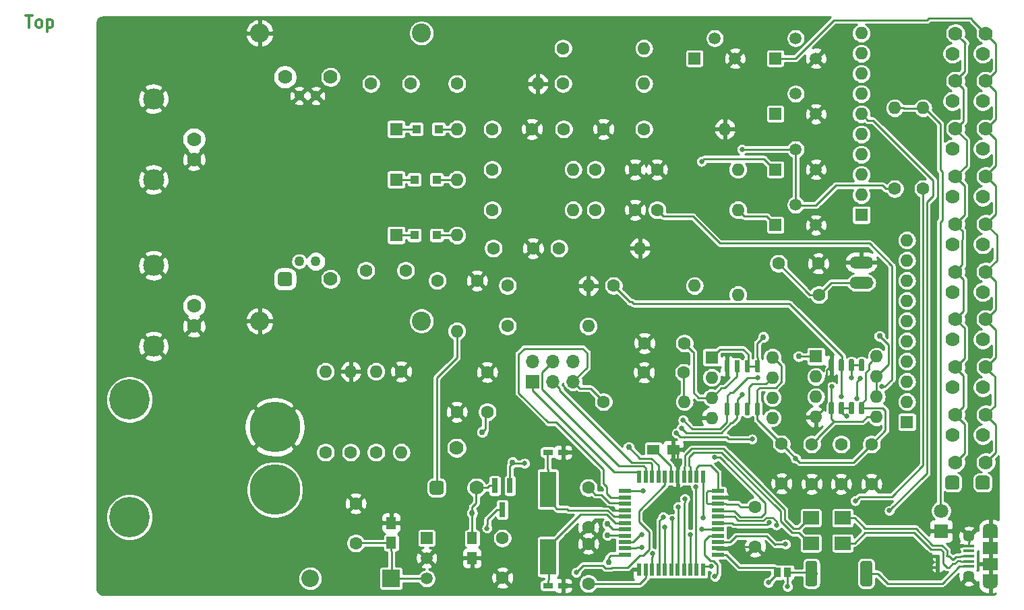
<source format=gtl>
G04 #@! TF.GenerationSoftware,KiCad,Pcbnew,(5.0.2)-1*
G04 #@! TF.CreationDate,2019-09-08T08:12:19-05:00*
G04 #@! TF.ProjectId,qrp_wattmeter,7172705f-7761-4747-946d-657465722e6b,rev?*
G04 #@! TF.SameCoordinates,Original*
G04 #@! TF.FileFunction,Copper,L1,Top*
G04 #@! TF.FilePolarity,Positive*
%FSLAX46Y46*%
G04 Gerber Fmt 4.6, Leading zero omitted, Abs format (unit mm)*
G04 Created by KiCad (PCBNEW (5.0.2)-1) date 9/8/2019 8:12:19 AM*
%MOMM*%
%LPD*%
G01*
G04 APERTURE LIST*
G04 #@! TA.AperFunction,NonConductor*
%ADD10C,0.300000*%
G04 #@! TD*
G04 #@! TA.AperFunction,ComponentPad*
%ADD11C,5.461000*%
G04 #@! TD*
G04 #@! TA.AperFunction,ComponentPad*
%ADD12C,1.600000*%
G04 #@! TD*
G04 #@! TA.AperFunction,ComponentPad*
%ADD13O,1.600000X1.600000*%
G04 #@! TD*
G04 #@! TA.AperFunction,SMDPad,CuDef*
%ADD14R,1.250000X1.500000*%
G04 #@! TD*
G04 #@! TA.AperFunction,SMDPad,CuDef*
%ADD15R,1.200000X0.750000*%
G04 #@! TD*
G04 #@! TA.AperFunction,SMDPad,CuDef*
%ADD16R,1.500000X1.250000*%
G04 #@! TD*
G04 #@! TA.AperFunction,SMDPad,CuDef*
%ADD17R,1.100000X1.100000*%
G04 #@! TD*
G04 #@! TA.AperFunction,ComponentPad*
%ADD18R,1.600000X1.600000*%
G04 #@! TD*
G04 #@! TA.AperFunction,ComponentPad*
%ADD19O,2.200000X2.200000*%
G04 #@! TD*
G04 #@! TA.AperFunction,ComponentPad*
%ADD20R,2.200000X2.200000*%
G04 #@! TD*
G04 #@! TA.AperFunction,ComponentPad*
%ADD21C,1.778000*%
G04 #@! TD*
G04 #@! TA.AperFunction,Conductor*
%ADD22C,0.150000*%
G04 #@! TD*
G04 #@! TA.AperFunction,SMDPad,CuDef*
%ADD23R,0.360000X0.250000*%
G04 #@! TD*
G04 #@! TA.AperFunction,ComponentPad*
%ADD24C,1.800000*%
G04 #@! TD*
G04 #@! TA.AperFunction,ComponentPad*
%ADD25R,1.800000X1.800000*%
G04 #@! TD*
G04 #@! TA.AperFunction,SMDPad,CuDef*
%ADD26C,1.500000*%
G04 #@! TD*
G04 #@! TA.AperFunction,ComponentPad*
%ADD27C,2.667000*%
G04 #@! TD*
G04 #@! TA.AperFunction,ComponentPad*
%ADD28C,6.350000*%
G04 #@! TD*
G04 #@! TA.AperFunction,ComponentPad*
%ADD29C,5.080000*%
G04 #@! TD*
G04 #@! TA.AperFunction,SMDPad,CuDef*
%ADD30R,1.900000X1.200000*%
G04 #@! TD*
G04 #@! TA.AperFunction,ComponentPad*
%ADD31O,1.900000X1.200000*%
G04 #@! TD*
G04 #@! TA.AperFunction,SMDPad,CuDef*
%ADD32R,1.900000X1.500000*%
G04 #@! TD*
G04 #@! TA.AperFunction,ComponentPad*
%ADD33C,1.450000*%
G04 #@! TD*
G04 #@! TA.AperFunction,SMDPad,CuDef*
%ADD34R,1.350000X0.400000*%
G04 #@! TD*
G04 #@! TA.AperFunction,ComponentPad*
%ADD35O,1.700000X1.700000*%
G04 #@! TD*
G04 #@! TA.AperFunction,ComponentPad*
%ADD36R,1.700000X1.700000*%
G04 #@! TD*
G04 #@! TA.AperFunction,SMDPad,CuDef*
%ADD37R,0.970000X1.270000*%
G04 #@! TD*
G04 #@! TA.AperFunction,ComponentPad*
%ADD38R,1.520000X1.520000*%
G04 #@! TD*
G04 #@! TA.AperFunction,ComponentPad*
%ADD39C,1.520000*%
G04 #@! TD*
G04 #@! TA.AperFunction,SMDPad,CuDef*
%ADD40R,0.800000X1.900000*%
G04 #@! TD*
G04 #@! TA.AperFunction,ComponentPad*
%ADD41O,2.400000X2.400000*%
G04 #@! TD*
G04 #@! TA.AperFunction,ComponentPad*
%ADD42C,2.400000*%
G04 #@! TD*
G04 #@! TA.AperFunction,SMDPad,CuDef*
%ADD43R,2.000000X1.700000*%
G04 #@! TD*
G04 #@! TA.AperFunction,ComponentPad*
%ADD44O,3.010000X1.510000*%
G04 #@! TD*
G04 #@! TA.AperFunction,ComponentPad*
%ADD45C,1.270000*%
G04 #@! TD*
G04 #@! TA.AperFunction,BGAPad,CuDef*
%ADD46C,0.762000*%
G04 #@! TD*
G04 #@! TA.AperFunction,SMDPad,CuDef*
%ADD47C,0.600000*%
G04 #@! TD*
G04 #@! TA.AperFunction,SMDPad,CuDef*
%ADD48R,2.000000X4.500000*%
G04 #@! TD*
G04 #@! TA.AperFunction,SMDPad,CuDef*
%ADD49R,1.600000X0.560000*%
G04 #@! TD*
G04 #@! TA.AperFunction,SMDPad,CuDef*
%ADD50R,0.560000X1.600000*%
G04 #@! TD*
G04 #@! TA.AperFunction,ViaPad*
%ADD51C,0.635000*%
G04 #@! TD*
G04 #@! TA.AperFunction,Conductor*
%ADD52C,0.254000*%
G04 #@! TD*
G04 APERTURE END LIST*
D10*
X67759485Y-60036971D02*
X68616628Y-60036971D01*
X68188057Y-61536971D02*
X68188057Y-60036971D01*
X69330914Y-61536971D02*
X69188057Y-61465542D01*
X69116628Y-61394114D01*
X69045200Y-61251257D01*
X69045200Y-60822685D01*
X69116628Y-60679828D01*
X69188057Y-60608400D01*
X69330914Y-60536971D01*
X69545200Y-60536971D01*
X69688057Y-60608400D01*
X69759485Y-60679828D01*
X69830914Y-60822685D01*
X69830914Y-61251257D01*
X69759485Y-61394114D01*
X69688057Y-61465542D01*
X69545200Y-61536971D01*
X69330914Y-61536971D01*
X70473771Y-60536971D02*
X70473771Y-62036971D01*
X70473771Y-60608400D02*
X70616628Y-60536971D01*
X70902342Y-60536971D01*
X71045200Y-60608400D01*
X71116628Y-60679828D01*
X71188057Y-60822685D01*
X71188057Y-61251257D01*
X71116628Y-61394114D01*
X71045200Y-61465542D01*
X70902342Y-61536971D01*
X70616628Y-61536971D01*
X70473771Y-61465542D01*
D11*
G04 #@! TO.P,H1,1*
G04 #@! TO.N,GND*
X88773000Y-128346200D03*
G04 #@! TD*
G04 #@! TO.P,H3,1*
G04 #@! TO.N,GND*
X177927000Y-128346200D03*
G04 #@! TD*
G04 #@! TO.P,H2,1*
G04 #@! TO.N,GND*
X177927000Y-64693800D03*
G04 #@! TD*
D12*
G04 #@! TO.P,R24,1*
G04 #@! TO.N,GND*
X147066000Y-79375000D03*
D13*
G04 #@! TO.P,R24,2*
G04 #@! TO.N,Net-(R24-Pad2)*
X157226000Y-79375000D03*
G04 #@! TD*
D11*
G04 #@! TO.P,H4,1*
G04 #@! TO.N,GND*
X88773000Y-64693800D03*
G04 #@! TD*
D12*
G04 #@! TO.P,C1,1*
G04 #@! TO.N,+5V*
X173990000Y-113919000D03*
G04 #@! TO.P,C1,2*
G04 #@! TO.N,GND*
X173990000Y-118919000D03*
G04 #@! TD*
G04 #@! TO.P,C2,2*
G04 #@! TO.N,GND*
X145415000Y-104902000D03*
G04 #@! TO.P,C2,1*
G04 #@! TO.N,+5V*
X150415000Y-104902000D03*
G04 #@! TD*
G04 #@! TO.P,C3,2*
G04 #@! TO.N,GND*
X166497000Y-118919000D03*
G04 #@! TO.P,C3,1*
G04 #@! TO.N,Fwd_pwr*
X166497000Y-113919000D03*
G04 #@! TD*
G04 #@! TO.P,C4,1*
G04 #@! TO.N,Net-(C4-Pad1)*
X119460000Y-93345000D03*
G04 #@! TO.P,C4,2*
G04 #@! TO.N,GND*
X124460000Y-93345000D03*
G04 #@! TD*
G04 #@! TO.P,C5,2*
G04 #@! TO.N,GND*
X131492000Y-89281000D03*
G04 #@! TO.P,C5,1*
G04 #@! TO.N,Net-(C5-Pad1)*
X126492000Y-89281000D03*
G04 #@! TD*
G04 #@! TO.P,C6,2*
G04 #@! TO.N,Net-(C5-Pad1)*
X115490000Y-92075000D03*
G04 #@! TO.P,C6,1*
G04 #@! TO.N,Net-(C6-Pad1)*
X110490000Y-92075000D03*
G04 #@! TD*
G04 #@! TO.P,C7,2*
G04 #@! TO.N,GND*
X144319000Y-84455000D03*
G04 #@! TO.P,C7,1*
G04 #@! TO.N,Fwd_pwr*
X139319000Y-84455000D03*
G04 #@! TD*
G04 #@! TO.P,C8,1*
G04 #@! TO.N,Net-(C8-Pad1)*
X111125000Y-68580000D03*
G04 #@! TO.P,C8,2*
G04 #@! TO.N,Net-(C11-Pad1)*
X116125000Y-68580000D03*
G04 #@! TD*
G04 #@! TO.P,C9,2*
G04 #@! TO.N,GND*
X144319000Y-79375000D03*
G04 #@! TO.P,C9,1*
G04 #@! TO.N,Rev_pwr*
X139319000Y-79375000D03*
G04 #@! TD*
G04 #@! TO.P,C10,1*
G04 #@! TO.N,/Vin*
X109220000Y-126365000D03*
G04 #@! TO.P,C10,2*
G04 #@! TO.N,GND*
X109220000Y-121365000D03*
G04 #@! TD*
G04 #@! TO.P,C11,2*
G04 #@! TO.N,GND*
X140335000Y-74295000D03*
G04 #@! TO.P,C11,1*
G04 #@! TO.N,Net-(C11-Pad1)*
X135335000Y-74295000D03*
G04 #@! TD*
D14*
G04 #@! TO.P,C12,2*
G04 #@! TO.N,GND*
X113665000Y-123825000D03*
G04 #@! TO.P,C12,1*
G04 #@! TO.N,/Vin*
X113665000Y-126325000D03*
G04 #@! TD*
D12*
G04 #@! TO.P,C13,2*
G04 #@! TO.N,GND*
X170180000Y-118919000D03*
G04 #@! TO.P,C13,1*
G04 #@! TO.N,Rev_pwr*
X170180000Y-113919000D03*
G04 #@! TD*
D14*
G04 #@! TO.P,C14,1*
G04 #@! TO.N,+5V*
X123825000Y-125750000D03*
G04 #@! TO.P,C14,2*
G04 #@! TO.N,GND*
X123825000Y-128250000D03*
G04 #@! TD*
D12*
G04 #@! TO.P,C15,1*
G04 #@! TO.N,Net-(C15-Pad1)*
X126365000Y-74295000D03*
G04 #@! TO.P,C15,2*
G04 #@! TO.N,GND*
X131365000Y-74295000D03*
G04 #@! TD*
G04 #@! TO.P,C16,2*
G04 #@! TO.N,GND*
X127635000Y-130730000D03*
G04 #@! TO.P,C16,1*
G04 #@! TO.N,+5V*
X127635000Y-125730000D03*
G04 #@! TD*
G04 #@! TO.P,C17,1*
G04 #@! TO.N,Zero_det*
X150495000Y-101219000D03*
G04 #@! TO.P,C17,2*
G04 #@! TO.N,GND*
X145495000Y-101219000D03*
G04 #@! TD*
D15*
G04 #@! TO.P,C20,1*
G04 #@! TO.N,Net-(C20-Pad1)*
X133350000Y-131699000D03*
G04 #@! TO.P,C20,2*
G04 #@! TO.N,GND*
X135250000Y-131699000D03*
G04 #@! TD*
G04 #@! TO.P,C21,2*
G04 #@! TO.N,GND*
X135255000Y-114935000D03*
G04 #@! TO.P,C21,1*
G04 #@! TO.N,Net-(C21-Pad1)*
X133355000Y-114935000D03*
G04 #@! TD*
D12*
G04 #@! TO.P,C22,2*
G04 #@! TO.N,GND*
X159385000Y-126793000D03*
G04 #@! TO.P,C22,1*
G04 #@! TO.N,+5V*
X159385000Y-121793000D03*
G04 #@! TD*
D16*
G04 #@! TO.P,C23,2*
G04 #@! TO.N,GND*
X149098000Y-114579400D03*
G04 #@! TO.P,C23,1*
G04 #@! TO.N,Net-(C23-Pad1)*
X146598000Y-114579400D03*
G04 #@! TD*
D12*
G04 #@! TO.P,C24,1*
G04 #@! TO.N,/Cal_A1*
X125730000Y-109855000D03*
G04 #@! TO.P,C24,2*
G04 #@! TO.N,GND*
X125730000Y-104855000D03*
G04 #@! TD*
G04 #@! TO.P,C25,1*
G04 #@! TO.N,+5V*
X162687000Y-113872000D03*
G04 #@! TO.P,C25,2*
G04 #@! TO.N,GND*
X162687000Y-118872000D03*
G04 #@! TD*
G04 #@! TO.P,C26,1*
G04 #@! TO.N,/Mode_A5*
X162306000Y-91186000D03*
G04 #@! TO.P,C26,2*
G04 #@! TO.N,GND*
X167306000Y-91186000D03*
G04 #@! TD*
G04 #@! TO.P,C27,2*
G04 #@! TO.N,GND*
X138430000Y-124380000D03*
G04 #@! TO.P,C27,1*
G04 #@! TO.N,+5V*
X138430000Y-119380000D03*
G04 #@! TD*
G04 #@! TO.P,C28,1*
G04 #@! TO.N,+5V*
X138430000Y-131445000D03*
G04 #@! TO.P,C28,2*
G04 #@! TO.N,GND*
X138430000Y-126445000D03*
G04 #@! TD*
D17*
G04 #@! TO.P,D1,1*
G04 #@! TO.N,Net-(C5-Pad1)*
X116580000Y-87630000D03*
G04 #@! TO.P,D1,2*
G04 #@! TO.N,Net-(C4-Pad1)*
X119380000Y-87630000D03*
G04 #@! TD*
D13*
G04 #@! TO.P,D2,2*
G04 #@! TO.N,Net-(C4-Pad1)*
X121920000Y-87630000D03*
D18*
G04 #@! TO.P,D2,1*
G04 #@! TO.N,Net-(C5-Pad1)*
X114300000Y-87630000D03*
G04 #@! TD*
D19*
G04 #@! TO.P,D3,2*
G04 #@! TO.N,Net-(D3-Pad2)*
X103505000Y-130810000D03*
D20*
G04 #@! TO.P,D3,1*
G04 #@! TO.N,/Vin*
X113665000Y-130810000D03*
G04 #@! TD*
D13*
G04 #@! TO.P,D4,2*
G04 #@! TO.N,Net-(C4-Pad1)*
X121920000Y-74295000D03*
D18*
G04 #@! TO.P,D4,1*
G04 #@! TO.N,Net-(C11-Pad1)*
X114300000Y-74295000D03*
G04 #@! TD*
D17*
G04 #@! TO.P,D5,2*
G04 #@! TO.N,Net-(C4-Pad1)*
X119640000Y-74295000D03*
G04 #@! TO.P,D5,1*
G04 #@! TO.N,Net-(C11-Pad1)*
X116840000Y-74295000D03*
G04 #@! TD*
D18*
G04 #@! TO.P,D6,1*
G04 #@! TO.N,Net-(C15-Pad1)*
X114300000Y-80645000D03*
D13*
G04 #@! TO.P,D6,2*
G04 #@! TO.N,Net-(C4-Pad1)*
X121920000Y-80645000D03*
G04 #@! TD*
D17*
G04 #@! TO.P,D7,2*
G04 #@! TO.N,Net-(C4-Pad1)*
X119380000Y-80645000D03*
G04 #@! TO.P,D7,1*
G04 #@! TO.N,Net-(C15-Pad1)*
X116580000Y-80645000D03*
G04 #@! TD*
D21*
G04 #@! TO.P,D8,20*
G04 #@! TO.N,Net-(D8-Pad10)*
X188341000Y-62255400D03*
G04 #@! TO.P,D8,18*
X188341000Y-68249800D03*
G04 #@! TO.P,D8,16*
X188341000Y-74244200D03*
G04 #@! TO.P,D8,14*
X188341000Y-80238600D03*
G04 #@! TO.P,D8,12*
X188341000Y-86233000D03*
G04 #@! TO.P,D8,10*
X188341000Y-92227400D03*
G04 #@! TO.P,D8,8*
X188341000Y-98221800D03*
G04 #@! TO.P,D8,6*
X188341000Y-104216200D03*
G04 #@! TO.P,D8,4*
X188341000Y-110210600D03*
G04 #@! TO.P,D8,19*
G04 #@! TO.N,/led9*
X187960000Y-64795400D03*
G04 #@! TO.P,D8,17*
G04 #@! TO.N,/led8*
X187960000Y-70789800D03*
G04 #@! TO.P,D8,15*
G04 #@! TO.N,/led7*
X187960000Y-76784200D03*
G04 #@! TO.P,D8,13*
G04 #@! TO.N,/led6*
X187960000Y-82778600D03*
G04 #@! TO.P,D8,11*
G04 #@! TO.N,/led5*
X187960000Y-88773000D03*
G04 #@! TO.P,D8,9*
G04 #@! TO.N,/led4*
X187960000Y-94767400D03*
G04 #@! TO.P,D8,7*
G04 #@! TO.N,/led3*
X187960000Y-100761800D03*
G04 #@! TO.P,D8,5*
G04 #@! TO.N,/led2*
X187960000Y-106756200D03*
G04 #@! TO.P,D8,3*
G04 #@! TO.N,/led1*
X187960000Y-112750600D03*
G04 #@! TO.P,D8,2*
G04 #@! TO.N,Net-(D8-Pad10)*
X188341000Y-116205000D03*
D22*
G04 #@! TD*
G04 #@! TO.N,/led0*
G04 #@! TO.C,D8*
G36*
X188448069Y-117858140D02*
X188491218Y-117864541D01*
X188533532Y-117875140D01*
X188574603Y-117889836D01*
X188614036Y-117908486D01*
X188651451Y-117930912D01*
X188686488Y-117956897D01*
X188718809Y-117986191D01*
X188748103Y-118018512D01*
X188774088Y-118053549D01*
X188796514Y-118090964D01*
X188815164Y-118130397D01*
X188829860Y-118171468D01*
X188840459Y-118213782D01*
X188846860Y-118256931D01*
X188849000Y-118300500D01*
X188849000Y-119189500D01*
X188846860Y-119233069D01*
X188840459Y-119276218D01*
X188829860Y-119318532D01*
X188815164Y-119359603D01*
X188796514Y-119399036D01*
X188774088Y-119436451D01*
X188748103Y-119471488D01*
X188718809Y-119503809D01*
X188686488Y-119533103D01*
X188651451Y-119559088D01*
X188614036Y-119581514D01*
X188574603Y-119600164D01*
X188533532Y-119614860D01*
X188491218Y-119625459D01*
X188448069Y-119631860D01*
X188404500Y-119634000D01*
X187515500Y-119634000D01*
X187471931Y-119631860D01*
X187428782Y-119625459D01*
X187386468Y-119614860D01*
X187345397Y-119600164D01*
X187305964Y-119581514D01*
X187268549Y-119559088D01*
X187233512Y-119533103D01*
X187201191Y-119503809D01*
X187171897Y-119471488D01*
X187145912Y-119436451D01*
X187123486Y-119399036D01*
X187104836Y-119359603D01*
X187090140Y-119318532D01*
X187079541Y-119276218D01*
X187073140Y-119233069D01*
X187071000Y-119189500D01*
X187071000Y-118300500D01*
X187073140Y-118256931D01*
X187079541Y-118213782D01*
X187090140Y-118171468D01*
X187104836Y-118130397D01*
X187123486Y-118090964D01*
X187145912Y-118053549D01*
X187171897Y-118018512D01*
X187201191Y-117986191D01*
X187233512Y-117956897D01*
X187268549Y-117930912D01*
X187305964Y-117908486D01*
X187345397Y-117889836D01*
X187386468Y-117875140D01*
X187428782Y-117864541D01*
X187471931Y-117858140D01*
X187515500Y-117856000D01*
X188404500Y-117856000D01*
X188448069Y-117858140D01*
X188448069Y-117858140D01*
G37*
D21*
G04 #@! TO.P,D8,1*
G04 #@! TO.N,/led0*
X187960000Y-118745000D03*
G04 #@! TD*
D23*
G04 #@! TO.P,D9,1*
G04 #@! TO.N,/Dconn-*
X183480000Y-129413000D03*
G04 #@! TO.P,D9,2*
G04 #@! TO.N,GND*
X182280000Y-129413000D03*
G04 #@! TD*
G04 #@! TO.P,D10,2*
G04 #@! TO.N,GND*
X182280000Y-128016000D03*
G04 #@! TO.P,D10,1*
G04 #@! TO.N,/Dconn+*
X183480000Y-128016000D03*
G04 #@! TD*
D22*
G04 #@! TO.N,/led0*
G04 #@! TO.C,D11*
G36*
X184638069Y-117858140D02*
X184681218Y-117864541D01*
X184723532Y-117875140D01*
X184764603Y-117889836D01*
X184804036Y-117908486D01*
X184841451Y-117930912D01*
X184876488Y-117956897D01*
X184908809Y-117986191D01*
X184938103Y-118018512D01*
X184964088Y-118053549D01*
X184986514Y-118090964D01*
X185005164Y-118130397D01*
X185019860Y-118171468D01*
X185030459Y-118213782D01*
X185036860Y-118256931D01*
X185039000Y-118300500D01*
X185039000Y-119189500D01*
X185036860Y-119233069D01*
X185030459Y-119276218D01*
X185019860Y-119318532D01*
X185005164Y-119359603D01*
X184986514Y-119399036D01*
X184964088Y-119436451D01*
X184938103Y-119471488D01*
X184908809Y-119503809D01*
X184876488Y-119533103D01*
X184841451Y-119559088D01*
X184804036Y-119581514D01*
X184764603Y-119600164D01*
X184723532Y-119614860D01*
X184681218Y-119625459D01*
X184638069Y-119631860D01*
X184594500Y-119634000D01*
X183705500Y-119634000D01*
X183661931Y-119631860D01*
X183618782Y-119625459D01*
X183576468Y-119614860D01*
X183535397Y-119600164D01*
X183495964Y-119581514D01*
X183458549Y-119559088D01*
X183423512Y-119533103D01*
X183391191Y-119503809D01*
X183361897Y-119471488D01*
X183335912Y-119436451D01*
X183313486Y-119399036D01*
X183294836Y-119359603D01*
X183280140Y-119318532D01*
X183269541Y-119276218D01*
X183263140Y-119233069D01*
X183261000Y-119189500D01*
X183261000Y-118300500D01*
X183263140Y-118256931D01*
X183269541Y-118213782D01*
X183280140Y-118171468D01*
X183294836Y-118130397D01*
X183313486Y-118090964D01*
X183335912Y-118053549D01*
X183361897Y-118018512D01*
X183391191Y-117986191D01*
X183423512Y-117956897D01*
X183458549Y-117930912D01*
X183495964Y-117908486D01*
X183535397Y-117889836D01*
X183576468Y-117875140D01*
X183618782Y-117864541D01*
X183661931Y-117858140D01*
X183705500Y-117856000D01*
X184594500Y-117856000D01*
X184638069Y-117858140D01*
X184638069Y-117858140D01*
G37*
D21*
G04 #@! TD*
G04 #@! TO.P,D11,1*
G04 #@! TO.N,/led0*
X184150000Y-118745000D03*
G04 #@! TO.P,D11,2*
G04 #@! TO.N,Net-(D11-Pad10)*
X184531000Y-116205000D03*
G04 #@! TO.P,D11,3*
G04 #@! TO.N,/led1*
X184150000Y-112750600D03*
G04 #@! TO.P,D11,5*
G04 #@! TO.N,/led2*
X184150000Y-106756200D03*
G04 #@! TO.P,D11,7*
G04 #@! TO.N,/led3*
X184150000Y-100761800D03*
G04 #@! TO.P,D11,9*
G04 #@! TO.N,/led4*
X184150000Y-94767400D03*
G04 #@! TO.P,D11,11*
G04 #@! TO.N,/led5*
X184150000Y-88773000D03*
G04 #@! TO.P,D11,13*
G04 #@! TO.N,/led6*
X184150000Y-82778600D03*
G04 #@! TO.P,D11,15*
G04 #@! TO.N,/led7*
X184150000Y-76784200D03*
G04 #@! TO.P,D11,17*
G04 #@! TO.N,/led8*
X184150000Y-70789800D03*
G04 #@! TO.P,D11,19*
G04 #@! TO.N,/led9*
X184150000Y-64795400D03*
G04 #@! TO.P,D11,4*
G04 #@! TO.N,Net-(D11-Pad10)*
X184531000Y-110210600D03*
G04 #@! TO.P,D11,6*
X184531000Y-104216200D03*
G04 #@! TO.P,D11,8*
X184531000Y-98221800D03*
G04 #@! TO.P,D11,10*
X184531000Y-92227400D03*
G04 #@! TO.P,D11,12*
X184531000Y-86233000D03*
G04 #@! TO.P,D11,14*
X184531000Y-80238600D03*
G04 #@! TO.P,D11,16*
X184531000Y-74244200D03*
G04 #@! TO.P,D11,18*
X184531000Y-68249800D03*
G04 #@! TO.P,D11,20*
X184531000Y-62255400D03*
G04 #@! TD*
D24*
G04 #@! TO.P,D12,2*
G04 #@! TO.N,Net-(D12-Pad2)*
X182753000Y-122301000D03*
D25*
G04 #@! TO.P,D12,1*
G04 #@! TO.N,GND*
X182753000Y-124841000D03*
G04 #@! TD*
D22*
G04 #@! TO.N,Net-(F1-Pad2)*
G04 #@! TO.C,F1*
G36*
X173766756Y-128576806D02*
X173803159Y-128582206D01*
X173838857Y-128591147D01*
X173873506Y-128603545D01*
X173906774Y-128619280D01*
X173938339Y-128638199D01*
X173967897Y-128660121D01*
X173995165Y-128684835D01*
X174019879Y-128712103D01*
X174041801Y-128741661D01*
X174060720Y-128773226D01*
X174076455Y-128806494D01*
X174088853Y-128841143D01*
X174097794Y-128876841D01*
X174103194Y-128913244D01*
X174105000Y-128950000D01*
X174105000Y-131400000D01*
X174103194Y-131436756D01*
X174097794Y-131473159D01*
X174088853Y-131508857D01*
X174076455Y-131543506D01*
X174060720Y-131576774D01*
X174041801Y-131608339D01*
X174019879Y-131637897D01*
X173995165Y-131665165D01*
X173967897Y-131689879D01*
X173938339Y-131711801D01*
X173906774Y-131730720D01*
X173873506Y-131746455D01*
X173838857Y-131758853D01*
X173803159Y-131767794D01*
X173766756Y-131773194D01*
X173730000Y-131775000D01*
X172980000Y-131775000D01*
X172943244Y-131773194D01*
X172906841Y-131767794D01*
X172871143Y-131758853D01*
X172836494Y-131746455D01*
X172803226Y-131730720D01*
X172771661Y-131711801D01*
X172742103Y-131689879D01*
X172714835Y-131665165D01*
X172690121Y-131637897D01*
X172668199Y-131608339D01*
X172649280Y-131576774D01*
X172633545Y-131543506D01*
X172621147Y-131508857D01*
X172612206Y-131473159D01*
X172606806Y-131436756D01*
X172605000Y-131400000D01*
X172605000Y-128950000D01*
X172606806Y-128913244D01*
X172612206Y-128876841D01*
X172621147Y-128841143D01*
X172633545Y-128806494D01*
X172649280Y-128773226D01*
X172668199Y-128741661D01*
X172690121Y-128712103D01*
X172714835Y-128684835D01*
X172742103Y-128660121D01*
X172771661Y-128638199D01*
X172803226Y-128619280D01*
X172836494Y-128603545D01*
X172871143Y-128591147D01*
X172906841Y-128582206D01*
X172943244Y-128576806D01*
X172980000Y-128575000D01*
X173730000Y-128575000D01*
X173766756Y-128576806D01*
X173766756Y-128576806D01*
G37*
D26*
G04 #@! TD*
G04 #@! TO.P,F1,2*
G04 #@! TO.N,Net-(F1-Pad2)*
X173355000Y-130175000D03*
D22*
G04 #@! TO.N,USB_VCC*
G04 #@! TO.C,F1*
G36*
X166866756Y-128576806D02*
X166903159Y-128582206D01*
X166938857Y-128591147D01*
X166973506Y-128603545D01*
X167006774Y-128619280D01*
X167038339Y-128638199D01*
X167067897Y-128660121D01*
X167095165Y-128684835D01*
X167119879Y-128712103D01*
X167141801Y-128741661D01*
X167160720Y-128773226D01*
X167176455Y-128806494D01*
X167188853Y-128841143D01*
X167197794Y-128876841D01*
X167203194Y-128913244D01*
X167205000Y-128950000D01*
X167205000Y-131400000D01*
X167203194Y-131436756D01*
X167197794Y-131473159D01*
X167188853Y-131508857D01*
X167176455Y-131543506D01*
X167160720Y-131576774D01*
X167141801Y-131608339D01*
X167119879Y-131637897D01*
X167095165Y-131665165D01*
X167067897Y-131689879D01*
X167038339Y-131711801D01*
X167006774Y-131730720D01*
X166973506Y-131746455D01*
X166938857Y-131758853D01*
X166903159Y-131767794D01*
X166866756Y-131773194D01*
X166830000Y-131775000D01*
X166080000Y-131775000D01*
X166043244Y-131773194D01*
X166006841Y-131767794D01*
X165971143Y-131758853D01*
X165936494Y-131746455D01*
X165903226Y-131730720D01*
X165871661Y-131711801D01*
X165842103Y-131689879D01*
X165814835Y-131665165D01*
X165790121Y-131637897D01*
X165768199Y-131608339D01*
X165749280Y-131576774D01*
X165733545Y-131543506D01*
X165721147Y-131508857D01*
X165712206Y-131473159D01*
X165706806Y-131436756D01*
X165705000Y-131400000D01*
X165705000Y-128950000D01*
X165706806Y-128913244D01*
X165712206Y-128876841D01*
X165721147Y-128841143D01*
X165733545Y-128806494D01*
X165749280Y-128773226D01*
X165768199Y-128741661D01*
X165790121Y-128712103D01*
X165814835Y-128684835D01*
X165842103Y-128660121D01*
X165871661Y-128638199D01*
X165903226Y-128619280D01*
X165936494Y-128603545D01*
X165971143Y-128591147D01*
X166006841Y-128582206D01*
X166043244Y-128576806D01*
X166080000Y-128575000D01*
X166830000Y-128575000D01*
X166866756Y-128576806D01*
X166866756Y-128576806D01*
G37*
D26*
G04 #@! TD*
G04 #@! TO.P,F1,1*
G04 #@! TO.N,USB_VCC*
X166455000Y-130175000D03*
D27*
G04 #@! TO.P,J1,2*
G04 #@! TO.N,GND*
X83820000Y-91440000D03*
X83820000Y-101600000D03*
D21*
X88900000Y-99060000D03*
G04 #@! TO.P,J1,1*
G04 #@! TO.N,Net-(J1-Pad1)*
X88900000Y-96520000D03*
G04 #@! TD*
D28*
G04 #@! TO.P,J2,1*
G04 #@! TO.N,Net-(D3-Pad2)*
X99060000Y-119634000D03*
G04 #@! TO.P,J2,2*
G04 #@! TO.N,GND*
X99060000Y-111760000D03*
D29*
G04 #@! TO.P,J2,3*
G04 #@! TO.N,N/C*
X80822800Y-123088400D03*
X80822800Y-108305600D03*
G04 #@! TD*
D21*
G04 #@! TO.P,J3,1*
G04 #@! TO.N,Net-(J3-Pad1)*
X88900000Y-75565000D03*
G04 #@! TO.P,J3,2*
G04 #@! TO.N,GND*
X88900000Y-78105000D03*
D27*
X83820000Y-80645000D03*
X83820000Y-70485000D03*
G04 #@! TD*
D30*
G04 #@! TO.P,J4,6*
G04 #@! TO.N,GND*
X188945000Y-130900000D03*
X188945000Y-125100000D03*
D31*
X188945000Y-124500000D03*
X188945000Y-131500000D03*
D32*
X188945000Y-129000000D03*
D33*
X186245000Y-125500000D03*
D34*
G04 #@! TO.P,J4,3*
G04 #@! TO.N,/Dconn+*
X186245000Y-128000000D03*
G04 #@! TO.P,J4,4*
G04 #@! TO.N,Net-(J4-Pad4)*
X186245000Y-127350000D03*
G04 #@! TO.P,J4,5*
G04 #@! TO.N,GND*
X186245000Y-126700000D03*
G04 #@! TO.P,J4,1*
G04 #@! TO.N,Net-(F1-Pad2)*
X186245000Y-129300000D03*
G04 #@! TO.P,J4,2*
G04 #@! TO.N,/Dconn-*
X186245000Y-128650000D03*
D33*
G04 #@! TO.P,J4,6*
G04 #@! TO.N,GND*
X186245000Y-130500000D03*
D32*
X188945000Y-127000000D03*
G04 #@! TD*
D35*
G04 #@! TO.P,J5,6*
G04 #@! TO.N,GND*
X136525000Y-103505000D03*
G04 #@! TO.P,J5,5*
G04 #@! TO.N,Net-(J5-Pad5)*
X136525000Y-106045000D03*
G04 #@! TO.P,J5,4*
G04 #@! TO.N,Net-(J5-Pad4)*
X133985000Y-103505000D03*
G04 #@! TO.P,J5,3*
G04 #@! TO.N,Net-(J5-Pad3)*
X133985000Y-106045000D03*
G04 #@! TO.P,J5,2*
G04 #@! TO.N,+5V*
X131445000Y-103505000D03*
D36*
G04 #@! TO.P,J5,1*
G04 #@! TO.N,Net-(J5-Pad1)*
X131445000Y-106045000D03*
G04 #@! TD*
D37*
G04 #@! TO.P,JP1,2*
G04 #@! TO.N,USB_VCC*
X163459000Y-130048000D03*
G04 #@! TO.P,JP1,1*
G04 #@! TO.N,+5V*
X162179000Y-130048000D03*
G04 #@! TD*
D38*
G04 #@! TO.P,Q1,1*
G04 #@! TO.N,Net-(Q1-Pad1)*
X161925000Y-86360000D03*
D39*
G04 #@! TO.P,Q1,3*
G04 #@! TO.N,GND*
X167005000Y-86360000D03*
G04 #@! TO.P,Q1,2*
G04 #@! TO.N,100W*
X164465000Y-83820000D03*
G04 #@! TD*
G04 #@! TO.P,Q2,2*
G04 #@! TO.N,100W*
X164465000Y-76835000D03*
G04 #@! TO.P,Q2,3*
G04 #@! TO.N,GND*
X167005000Y-79375000D03*
D38*
G04 #@! TO.P,Q2,1*
G04 #@! TO.N,Net-(Q2-Pad1)*
X161925000Y-79375000D03*
G04 #@! TD*
G04 #@! TO.P,Q3,1*
G04 #@! TO.N,Net-(Q3-Pad1)*
X151765000Y-65405000D03*
D39*
G04 #@! TO.P,Q3,3*
G04 #@! TO.N,GND*
X156845000Y-65405000D03*
G04 #@! TO.P,Q3,2*
G04 #@! TO.N,100W*
X154305000Y-62865000D03*
G04 #@! TD*
D40*
G04 #@! TO.P,Q4,3*
G04 #@! TO.N,USB_VCC*
X127635000Y-122150000D03*
G04 #@! TO.P,Q4,2*
G04 #@! TO.N,+5V*
X126685000Y-119150000D03*
G04 #@! TO.P,Q4,1*
G04 #@! TO.N,Net-(Q4-Pad1)*
X128585000Y-119150000D03*
G04 #@! TD*
D38*
G04 #@! TO.P,Q5,1*
G04 #@! TO.N,Net-(D8-Pad10)*
X161925000Y-65405000D03*
D39*
G04 #@! TO.P,Q5,3*
G04 #@! TO.N,GND*
X167005000Y-65405000D03*
G04 #@! TO.P,Q5,2*
G04 #@! TO.N,pwr_fet*
X164465000Y-62865000D03*
G04 #@! TD*
G04 #@! TO.P,Q6,2*
G04 #@! TO.N,swr_fet*
X164465000Y-69850000D03*
G04 #@! TO.P,Q6,3*
G04 #@! TO.N,GND*
X167005000Y-72390000D03*
D38*
G04 #@! TO.P,Q6,1*
G04 #@! TO.N,Net-(D11-Pad10)*
X161925000Y-72390000D03*
G04 #@! TD*
D12*
G04 #@! TO.P,R1,1*
G04 #@! TO.N,+5V*
X128270000Y-99060000D03*
D13*
G04 #@! TO.P,R1,2*
G04 #@! TO.N,Net-(C4-Pad1)*
X138430000Y-99060000D03*
G04 #@! TD*
G04 #@! TO.P,R2,2*
G04 #@! TO.N,GND*
X138430000Y-93980000D03*
D12*
G04 #@! TO.P,R2,1*
G04 #@! TO.N,Net-(C4-Pad1)*
X128270000Y-93980000D03*
G04 #@! TD*
G04 #@! TO.P,R3,1*
G04 #@! TO.N,Net-(C5-Pad1)*
X134747000Y-89281000D03*
D13*
G04 #@! TO.P,R3,2*
G04 #@! TO.N,GND*
X144907000Y-89281000D03*
G04 #@! TD*
D41*
G04 #@! TO.P,R4,2*
G04 #@! TO.N,GND*
X97155000Y-98425000D03*
D42*
G04 #@! TO.P,R4,1*
G04 #@! TO.N,Net-(C6-Pad1)*
X117475000Y-98425000D03*
G04 #@! TD*
D13*
G04 #@! TO.P,R5,2*
G04 #@! TO.N,Net-(Q1-Pad1)*
X157226000Y-84455000D03*
D12*
G04 #@! TO.P,R5,1*
G04 #@! TO.N,Fwd_pwr*
X147066000Y-84455000D03*
G04 #@! TD*
D13*
G04 #@! TO.P,R6,2*
G04 #@! TO.N,Fwd_pwr*
X136525000Y-84455000D03*
D12*
G04 #@! TO.P,R6,1*
G04 #@! TO.N,Net-(C5-Pad1)*
X126365000Y-84455000D03*
G04 #@! TD*
G04 #@! TO.P,R7,1*
G04 #@! TO.N,Net-(C11-Pad1)*
X126365000Y-79375000D03*
D13*
G04 #@! TO.P,R7,2*
G04 #@! TO.N,Rev_pwr*
X136525000Y-79375000D03*
G04 #@! TD*
D42*
G04 #@! TO.P,R8,1*
G04 #@! TO.N,Net-(C8-Pad1)*
X117475000Y-62230000D03*
D41*
G04 #@! TO.P,R8,2*
G04 #@! TO.N,GND*
X97155000Y-62230000D03*
G04 #@! TD*
D12*
G04 #@! TO.P,R9,1*
G04 #@! TO.N,Rev_pwr*
X141605000Y-93980000D03*
D13*
G04 #@! TO.P,R9,2*
G04 #@! TO.N,Net-(Q2-Pad1)*
X151765000Y-93980000D03*
G04 #@! TD*
G04 #@! TO.P,R10,2*
G04 #@! TO.N,GND*
X155575000Y-74295000D03*
D12*
G04 #@! TO.P,R10,1*
G04 #@! TO.N,Net-(C11-Pad1)*
X145415000Y-74295000D03*
G04 #@! TD*
D13*
G04 #@! TO.P,R11,2*
G04 #@! TO.N,GND*
X132080000Y-68580000D03*
D12*
G04 #@! TO.P,R11,1*
G04 #@! TO.N,Net-(C15-Pad1)*
X121920000Y-68580000D03*
G04 #@! TD*
G04 #@! TO.P,R12,1*
G04 #@! TO.N,Net-(C15-Pad1)*
X135255000Y-68580000D03*
D13*
G04 #@! TO.P,R12,2*
G04 #@! TO.N,Zero_det*
X145415000Y-68580000D03*
G04 #@! TD*
G04 #@! TO.P,R13,2*
G04 #@! TO.N,Net-(Q3-Pad1)*
X145415000Y-64135000D03*
D12*
G04 #@! TO.P,R13,1*
G04 #@! TO.N,Zero_det*
X135255000Y-64135000D03*
G04 #@! TD*
G04 #@! TO.P,R14,1*
G04 #@! TO.N,/Vin*
X105410000Y-114935000D03*
D13*
G04 #@! TO.P,R14,2*
G04 #@! TO.N,Net-(R14-Pad2)*
X105410000Y-104775000D03*
G04 #@! TD*
G04 #@! TO.P,R15,2*
G04 #@! TO.N,GND*
X108585000Y-104775000D03*
D12*
G04 #@! TO.P,R15,1*
G04 #@! TO.N,Net-(R14-Pad2)*
X108585000Y-114935000D03*
G04 #@! TD*
G04 #@! TO.P,R16,1*
G04 #@! TO.N,Net-(R16-Pad1)*
X111760000Y-114935000D03*
D13*
G04 #@! TO.P,R16,2*
G04 #@! TO.N,+5V*
X111760000Y-104775000D03*
G04 #@! TD*
G04 #@! TO.P,R17,2*
G04 #@! TO.N,Net-(R16-Pad1)*
X114935000Y-114935000D03*
D12*
G04 #@! TO.P,R17,1*
G04 #@! TO.N,GND*
X114935000Y-104775000D03*
G04 #@! TD*
D43*
G04 #@! TO.P,R18,2*
G04 #@! TO.N,/Dconn+*
X170370000Y-123190000D03*
G04 #@! TO.P,R18,1*
G04 #@! TO.N,/D+*
X166370000Y-123190000D03*
G04 #@! TD*
G04 #@! TO.P,R19,1*
G04 #@! TO.N,/D-*
X166370000Y-126365000D03*
G04 #@! TO.P,R19,2*
G04 #@! TO.N,/Dconn-*
X170370000Y-126365000D03*
G04 #@! TD*
D12*
G04 #@! TO.P,R20,1*
G04 #@! TO.N,Net-(J5-Pad5)*
X140335000Y-108585000D03*
D13*
G04 #@! TO.P,R20,2*
G04 #@! TO.N,+5V*
X150495000Y-108585000D03*
G04 #@! TD*
G04 #@! TO.P,R21,2*
G04 #@! TO.N,Net-(R21-Pad2)*
X121920000Y-99695000D03*
D12*
G04 #@! TO.P,R21,1*
G04 #@! TO.N,GND*
X121920000Y-109855000D03*
G04 #@! TD*
G04 #@! TO.P,R22,1*
G04 #@! TO.N,100W*
X176911000Y-81788000D03*
D13*
G04 #@! TO.P,R22,2*
G04 #@! TO.N,Net-(D12-Pad2)*
X176911000Y-71628000D03*
G04 #@! TD*
G04 #@! TO.P,R23,2*
G04 #@! TO.N,Net-(D12-Pad2)*
X180467000Y-71628000D03*
D12*
G04 #@! TO.P,R23,1*
G04 #@! TO.N,100W*
X180467000Y-81788000D03*
G04 #@! TD*
D13*
G04 #@! TO.P,R25,2*
G04 #@! TO.N,Net-(R25-Pad2)*
X157226000Y-95123000D03*
D12*
G04 #@! TO.P,R25,1*
G04 #@! TO.N,/Mode_A5*
X167386000Y-95123000D03*
G04 #@! TD*
D13*
G04 #@! TO.P,R26,10*
G04 #@! TO.N,/D8*
X178435000Y-88265000D03*
G04 #@! TO.P,R26,9*
G04 #@! TO.N,/led4*
X178435000Y-90805000D03*
G04 #@! TO.P,R26,8*
G04 #@! TO.N,/D7*
X178435000Y-93345000D03*
G04 #@! TO.P,R26,7*
G04 #@! TO.N,/led3*
X178435000Y-95885000D03*
G04 #@! TO.P,R26,6*
G04 #@! TO.N,/D6*
X178435000Y-98425000D03*
G04 #@! TO.P,R26,5*
G04 #@! TO.N,/led2*
X178435000Y-100965000D03*
G04 #@! TO.P,R26,4*
G04 #@! TO.N,/D5*
X178435000Y-103505000D03*
G04 #@! TO.P,R26,3*
G04 #@! TO.N,/led1*
X178435000Y-106045000D03*
G04 #@! TO.P,R26,2*
G04 #@! TO.N,/D4*
X178435000Y-108585000D03*
D18*
G04 #@! TO.P,R26,1*
G04 #@! TO.N,/led0*
X178435000Y-111125000D03*
G04 #@! TD*
G04 #@! TO.P,R27,1*
G04 #@! TO.N,/led5*
X172720000Y-85090000D03*
D13*
G04 #@! TO.P,R27,2*
G04 #@! TO.N,/D9*
X172720000Y-82550000D03*
G04 #@! TO.P,R27,3*
G04 #@! TO.N,/led6*
X172720000Y-80010000D03*
G04 #@! TO.P,R27,4*
G04 #@! TO.N,/D10*
X172720000Y-77470000D03*
G04 #@! TO.P,R27,5*
G04 #@! TO.N,/led7*
X172720000Y-74930000D03*
G04 #@! TO.P,R27,6*
G04 #@! TO.N,/D11*
X172720000Y-72390000D03*
G04 #@! TO.P,R27,7*
G04 #@! TO.N,/led8*
X172720000Y-69850000D03*
G04 #@! TO.P,R27,8*
G04 #@! TO.N,/D12*
X172720000Y-67310000D03*
G04 #@! TO.P,R27,9*
G04 #@! TO.N,/led9*
X172720000Y-64770000D03*
G04 #@! TO.P,R27,10*
G04 #@! TO.N,/D13*
X172720000Y-62230000D03*
G04 #@! TD*
D22*
G04 #@! TO.N,Net-(R21-Pad2)*
G04 #@! TO.C,RV1*
G36*
X119868069Y-118493140D02*
X119911218Y-118499541D01*
X119953532Y-118510140D01*
X119994603Y-118524836D01*
X120034036Y-118543486D01*
X120071451Y-118565912D01*
X120106488Y-118591897D01*
X120138809Y-118621191D01*
X120168103Y-118653512D01*
X120194088Y-118688549D01*
X120216514Y-118725964D01*
X120235164Y-118765397D01*
X120249860Y-118806468D01*
X120260459Y-118848782D01*
X120266860Y-118891931D01*
X120269000Y-118935500D01*
X120269000Y-119824500D01*
X120266860Y-119868069D01*
X120260459Y-119911218D01*
X120249860Y-119953532D01*
X120235164Y-119994603D01*
X120216514Y-120034036D01*
X120194088Y-120071451D01*
X120168103Y-120106488D01*
X120138809Y-120138809D01*
X120106488Y-120168103D01*
X120071451Y-120194088D01*
X120034036Y-120216514D01*
X119994603Y-120235164D01*
X119953532Y-120249860D01*
X119911218Y-120260459D01*
X119868069Y-120266860D01*
X119824500Y-120269000D01*
X118935500Y-120269000D01*
X118891931Y-120266860D01*
X118848782Y-120260459D01*
X118806468Y-120249860D01*
X118765397Y-120235164D01*
X118725964Y-120216514D01*
X118688549Y-120194088D01*
X118653512Y-120168103D01*
X118621191Y-120138809D01*
X118591897Y-120106488D01*
X118565912Y-120071451D01*
X118543486Y-120034036D01*
X118524836Y-119994603D01*
X118510140Y-119953532D01*
X118499541Y-119911218D01*
X118493140Y-119868069D01*
X118491000Y-119824500D01*
X118491000Y-118935500D01*
X118493140Y-118891931D01*
X118499541Y-118848782D01*
X118510140Y-118806468D01*
X118524836Y-118765397D01*
X118543486Y-118725964D01*
X118565912Y-118688549D01*
X118591897Y-118653512D01*
X118621191Y-118621191D01*
X118653512Y-118591897D01*
X118688549Y-118565912D01*
X118725964Y-118543486D01*
X118765397Y-118524836D01*
X118806468Y-118510140D01*
X118848782Y-118499541D01*
X118891931Y-118493140D01*
X118935500Y-118491000D01*
X119824500Y-118491000D01*
X119868069Y-118493140D01*
X119868069Y-118493140D01*
G37*
D21*
G04 #@! TD*
G04 #@! TO.P,RV1,1*
G04 #@! TO.N,Net-(R21-Pad2)*
X119380000Y-119380000D03*
G04 #@! TO.P,RV1,2*
G04 #@! TO.N,/Cal_A1*
X121880000Y-114380000D03*
G04 #@! TO.P,RV1,3*
G04 #@! TO.N,+5V*
X124380000Y-119380000D03*
G04 #@! TD*
D44*
G04 #@! TO.P,SW1,2*
G04 #@! TO.N,GND*
X172720000Y-91059000D03*
G04 #@! TO.P,SW1,1*
G04 #@! TO.N,/Mode_A5*
X172720000Y-93599000D03*
G04 #@! TD*
D22*
G04 #@! TO.N,Net-(J1-Pad1)*
G04 #@! TO.C,T1*
G36*
X100818069Y-92267640D02*
X100861218Y-92274041D01*
X100903532Y-92284640D01*
X100944603Y-92299336D01*
X100984036Y-92317986D01*
X101021451Y-92340412D01*
X101056488Y-92366397D01*
X101088809Y-92395691D01*
X101118103Y-92428012D01*
X101144088Y-92463049D01*
X101166514Y-92500464D01*
X101185164Y-92539897D01*
X101199860Y-92580968D01*
X101210459Y-92623282D01*
X101216860Y-92666431D01*
X101219000Y-92710000D01*
X101219000Y-93599000D01*
X101216860Y-93642569D01*
X101210459Y-93685718D01*
X101199860Y-93728032D01*
X101185164Y-93769103D01*
X101166514Y-93808536D01*
X101144088Y-93845951D01*
X101118103Y-93880988D01*
X101088809Y-93913309D01*
X101056488Y-93942603D01*
X101021451Y-93968588D01*
X100984036Y-93991014D01*
X100944603Y-94009664D01*
X100903532Y-94024360D01*
X100861218Y-94034959D01*
X100818069Y-94041360D01*
X100774500Y-94043500D01*
X99885500Y-94043500D01*
X99841931Y-94041360D01*
X99798782Y-94034959D01*
X99756468Y-94024360D01*
X99715397Y-94009664D01*
X99675964Y-93991014D01*
X99638549Y-93968588D01*
X99603512Y-93942603D01*
X99571191Y-93913309D01*
X99541897Y-93880988D01*
X99515912Y-93845951D01*
X99493486Y-93808536D01*
X99474836Y-93769103D01*
X99460140Y-93728032D01*
X99449541Y-93685718D01*
X99443140Y-93642569D01*
X99441000Y-93599000D01*
X99441000Y-92710000D01*
X99443140Y-92666431D01*
X99449541Y-92623282D01*
X99460140Y-92580968D01*
X99474836Y-92539897D01*
X99493486Y-92500464D01*
X99515912Y-92463049D01*
X99541897Y-92428012D01*
X99571191Y-92395691D01*
X99603512Y-92366397D01*
X99638549Y-92340412D01*
X99675964Y-92317986D01*
X99715397Y-92299336D01*
X99756468Y-92284640D01*
X99798782Y-92274041D01*
X99841931Y-92267640D01*
X99885500Y-92265500D01*
X100774500Y-92265500D01*
X100818069Y-92267640D01*
X100818069Y-92267640D01*
G37*
D21*
G04 #@! TD*
G04 #@! TO.P,T1,1*
G04 #@! TO.N,Net-(J1-Pad1)*
X100330000Y-93154500D03*
G04 #@! TO.P,T1,2*
G04 #@! TO.N,Net-(J3-Pad1)*
X100330000Y-67754500D03*
G04 #@! TO.P,T1,6*
G04 #@! TO.N,Net-(C8-Pad1)*
X106045000Y-67754500D03*
G04 #@! TO.P,T1,5*
G04 #@! TO.N,Net-(C6-Pad1)*
X106045000Y-93154500D03*
D45*
G04 #@! TO.P,T1,3*
X102108000Y-90932000D03*
G04 #@! TO.P,T1,7*
G04 #@! TO.N,Net-(J1-Pad1)*
X104203500Y-90932000D03*
G04 #@! TO.P,T1,4*
G04 #@! TO.N,GND*
X102108000Y-70104000D03*
G04 #@! TO.P,T1,8*
X104203500Y-70104000D03*
G04 #@! TD*
D46*
G04 #@! TO.P,TP1,1*
G04 #@! TO.N,+5V*
X123825000Y-122555000D03*
G04 #@! TD*
G04 #@! TO.P,TP2,1*
G04 #@! TO.N,/Fwd_A4*
X175006000Y-100330000D03*
G04 #@! TD*
G04 #@! TO.P,TP3,1*
G04 #@! TO.N,/Rev_A3*
X164846000Y-102870000D03*
G04 #@! TD*
G04 #@! TO.P,TP4,1*
G04 #@! TO.N,Net-(Q4-Pad1)*
X128905000Y-116205000D03*
G04 #@! TD*
G04 #@! TO.P,TP7,1*
G04 #@! TO.N,/Cal_A1*
X125095000Y-112395000D03*
G04 #@! TD*
G04 #@! TO.P,TP8,1*
G04 #@! TO.N,Net-(TP8-Pad1)*
X140843000Y-123952000D03*
G04 #@! TD*
G04 #@! TO.P,TP9,1*
G04 #@! TO.N,Net-(TP9-Pad1)*
X140843000Y-125349000D03*
G04 #@! TD*
G04 #@! TO.P,TP10,1*
G04 #@! TO.N,Net-(TP10-Pad1)*
X140970000Y-128778000D03*
G04 #@! TD*
G04 #@! TO.P,TP11,1*
G04 #@! TO.N,Net-(TP11-Pad1)*
X143510000Y-114300000D03*
G04 #@! TD*
D13*
G04 #@! TO.P,U1,8*
G04 #@! TO.N,+5V*
X174625000Y-102870000D03*
G04 #@! TO.P,U1,4*
G04 #@! TO.N,GND*
X167005000Y-110490000D03*
G04 #@! TO.P,U1,7*
G04 #@! TO.N,/Fwd_A4*
X174625000Y-105410000D03*
G04 #@! TO.P,U1,3*
G04 #@! TO.N,Rev_pwr*
X167005000Y-107950000D03*
G04 #@! TO.P,U1,6*
G04 #@! TO.N,/Fwd_A4*
X174625000Y-107950000D03*
G04 #@! TO.P,U1,2*
G04 #@! TO.N,/Rev_A3*
X167005000Y-105410000D03*
G04 #@! TO.P,U1,5*
G04 #@! TO.N,Fwd_pwr*
X174625000Y-110490000D03*
D18*
G04 #@! TO.P,U1,1*
G04 #@! TO.N,/Rev_A3*
X167005000Y-102870000D03*
D22*
G04 #@! TD*
G04 #@! TO.N,/Rev_A3*
G04 #@! TO.C,U1*
G36*
X172917703Y-103205722D02*
X172932264Y-103207882D01*
X172946543Y-103211459D01*
X172960403Y-103216418D01*
X172973710Y-103222712D01*
X172986336Y-103230280D01*
X172998159Y-103239048D01*
X173009066Y-103248934D01*
X173018952Y-103259841D01*
X173027720Y-103271664D01*
X173035288Y-103284290D01*
X173041582Y-103297597D01*
X173046541Y-103311457D01*
X173050118Y-103325736D01*
X173052278Y-103340297D01*
X173053000Y-103355000D01*
X173053000Y-104605000D01*
X173052278Y-104619703D01*
X173050118Y-104634264D01*
X173046541Y-104648543D01*
X173041582Y-104662403D01*
X173035288Y-104675710D01*
X173027720Y-104688336D01*
X173018952Y-104700159D01*
X173009066Y-104711066D01*
X172998159Y-104720952D01*
X172986336Y-104729720D01*
X172973710Y-104737288D01*
X172960403Y-104743582D01*
X172946543Y-104748541D01*
X172932264Y-104752118D01*
X172917703Y-104754278D01*
X172903000Y-104755000D01*
X172603000Y-104755000D01*
X172588297Y-104754278D01*
X172573736Y-104752118D01*
X172559457Y-104748541D01*
X172545597Y-104743582D01*
X172532290Y-104737288D01*
X172519664Y-104729720D01*
X172507841Y-104720952D01*
X172496934Y-104711066D01*
X172487048Y-104700159D01*
X172478280Y-104688336D01*
X172470712Y-104675710D01*
X172464418Y-104662403D01*
X172459459Y-104648543D01*
X172455882Y-104634264D01*
X172453722Y-104619703D01*
X172453000Y-104605000D01*
X172453000Y-103355000D01*
X172453722Y-103340297D01*
X172455882Y-103325736D01*
X172459459Y-103311457D01*
X172464418Y-103297597D01*
X172470712Y-103284290D01*
X172478280Y-103271664D01*
X172487048Y-103259841D01*
X172496934Y-103248934D01*
X172507841Y-103239048D01*
X172519664Y-103230280D01*
X172532290Y-103222712D01*
X172545597Y-103216418D01*
X172559457Y-103211459D01*
X172573736Y-103207882D01*
X172588297Y-103205722D01*
X172603000Y-103205000D01*
X172903000Y-103205000D01*
X172917703Y-103205722D01*
X172917703Y-103205722D01*
G37*
D47*
G04 #@! TO.P,U1,1*
G04 #@! TO.N,/Rev_A3*
X172753000Y-103980000D03*
D22*
G04 #@! TD*
G04 #@! TO.N,/Rev_A3*
G04 #@! TO.C,U1*
G36*
X171647703Y-103205722D02*
X171662264Y-103207882D01*
X171676543Y-103211459D01*
X171690403Y-103216418D01*
X171703710Y-103222712D01*
X171716336Y-103230280D01*
X171728159Y-103239048D01*
X171739066Y-103248934D01*
X171748952Y-103259841D01*
X171757720Y-103271664D01*
X171765288Y-103284290D01*
X171771582Y-103297597D01*
X171776541Y-103311457D01*
X171780118Y-103325736D01*
X171782278Y-103340297D01*
X171783000Y-103355000D01*
X171783000Y-104605000D01*
X171782278Y-104619703D01*
X171780118Y-104634264D01*
X171776541Y-104648543D01*
X171771582Y-104662403D01*
X171765288Y-104675710D01*
X171757720Y-104688336D01*
X171748952Y-104700159D01*
X171739066Y-104711066D01*
X171728159Y-104720952D01*
X171716336Y-104729720D01*
X171703710Y-104737288D01*
X171690403Y-104743582D01*
X171676543Y-104748541D01*
X171662264Y-104752118D01*
X171647703Y-104754278D01*
X171633000Y-104755000D01*
X171333000Y-104755000D01*
X171318297Y-104754278D01*
X171303736Y-104752118D01*
X171289457Y-104748541D01*
X171275597Y-104743582D01*
X171262290Y-104737288D01*
X171249664Y-104729720D01*
X171237841Y-104720952D01*
X171226934Y-104711066D01*
X171217048Y-104700159D01*
X171208280Y-104688336D01*
X171200712Y-104675710D01*
X171194418Y-104662403D01*
X171189459Y-104648543D01*
X171185882Y-104634264D01*
X171183722Y-104619703D01*
X171183000Y-104605000D01*
X171183000Y-103355000D01*
X171183722Y-103340297D01*
X171185882Y-103325736D01*
X171189459Y-103311457D01*
X171194418Y-103297597D01*
X171200712Y-103284290D01*
X171208280Y-103271664D01*
X171217048Y-103259841D01*
X171226934Y-103248934D01*
X171237841Y-103239048D01*
X171249664Y-103230280D01*
X171262290Y-103222712D01*
X171275597Y-103216418D01*
X171289457Y-103211459D01*
X171303736Y-103207882D01*
X171318297Y-103205722D01*
X171333000Y-103205000D01*
X171633000Y-103205000D01*
X171647703Y-103205722D01*
X171647703Y-103205722D01*
G37*
D47*
G04 #@! TO.P,U1,2*
G04 #@! TO.N,/Rev_A3*
X171483000Y-103980000D03*
D22*
G04 #@! TD*
G04 #@! TO.N,Rev_pwr*
G04 #@! TO.C,U1*
G36*
X170377703Y-103205722D02*
X170392264Y-103207882D01*
X170406543Y-103211459D01*
X170420403Y-103216418D01*
X170433710Y-103222712D01*
X170446336Y-103230280D01*
X170458159Y-103239048D01*
X170469066Y-103248934D01*
X170478952Y-103259841D01*
X170487720Y-103271664D01*
X170495288Y-103284290D01*
X170501582Y-103297597D01*
X170506541Y-103311457D01*
X170510118Y-103325736D01*
X170512278Y-103340297D01*
X170513000Y-103355000D01*
X170513000Y-104605000D01*
X170512278Y-104619703D01*
X170510118Y-104634264D01*
X170506541Y-104648543D01*
X170501582Y-104662403D01*
X170495288Y-104675710D01*
X170487720Y-104688336D01*
X170478952Y-104700159D01*
X170469066Y-104711066D01*
X170458159Y-104720952D01*
X170446336Y-104729720D01*
X170433710Y-104737288D01*
X170420403Y-104743582D01*
X170406543Y-104748541D01*
X170392264Y-104752118D01*
X170377703Y-104754278D01*
X170363000Y-104755000D01*
X170063000Y-104755000D01*
X170048297Y-104754278D01*
X170033736Y-104752118D01*
X170019457Y-104748541D01*
X170005597Y-104743582D01*
X169992290Y-104737288D01*
X169979664Y-104729720D01*
X169967841Y-104720952D01*
X169956934Y-104711066D01*
X169947048Y-104700159D01*
X169938280Y-104688336D01*
X169930712Y-104675710D01*
X169924418Y-104662403D01*
X169919459Y-104648543D01*
X169915882Y-104634264D01*
X169913722Y-104619703D01*
X169913000Y-104605000D01*
X169913000Y-103355000D01*
X169913722Y-103340297D01*
X169915882Y-103325736D01*
X169919459Y-103311457D01*
X169924418Y-103297597D01*
X169930712Y-103284290D01*
X169938280Y-103271664D01*
X169947048Y-103259841D01*
X169956934Y-103248934D01*
X169967841Y-103239048D01*
X169979664Y-103230280D01*
X169992290Y-103222712D01*
X170005597Y-103216418D01*
X170019457Y-103211459D01*
X170033736Y-103207882D01*
X170048297Y-103205722D01*
X170063000Y-103205000D01*
X170363000Y-103205000D01*
X170377703Y-103205722D01*
X170377703Y-103205722D01*
G37*
D47*
G04 #@! TO.P,U1,3*
G04 #@! TO.N,Rev_pwr*
X170213000Y-103980000D03*
D22*
G04 #@! TD*
G04 #@! TO.N,GND*
G04 #@! TO.C,U1*
G36*
X169107703Y-103205722D02*
X169122264Y-103207882D01*
X169136543Y-103211459D01*
X169150403Y-103216418D01*
X169163710Y-103222712D01*
X169176336Y-103230280D01*
X169188159Y-103239048D01*
X169199066Y-103248934D01*
X169208952Y-103259841D01*
X169217720Y-103271664D01*
X169225288Y-103284290D01*
X169231582Y-103297597D01*
X169236541Y-103311457D01*
X169240118Y-103325736D01*
X169242278Y-103340297D01*
X169243000Y-103355000D01*
X169243000Y-104605000D01*
X169242278Y-104619703D01*
X169240118Y-104634264D01*
X169236541Y-104648543D01*
X169231582Y-104662403D01*
X169225288Y-104675710D01*
X169217720Y-104688336D01*
X169208952Y-104700159D01*
X169199066Y-104711066D01*
X169188159Y-104720952D01*
X169176336Y-104729720D01*
X169163710Y-104737288D01*
X169150403Y-104743582D01*
X169136543Y-104748541D01*
X169122264Y-104752118D01*
X169107703Y-104754278D01*
X169093000Y-104755000D01*
X168793000Y-104755000D01*
X168778297Y-104754278D01*
X168763736Y-104752118D01*
X168749457Y-104748541D01*
X168735597Y-104743582D01*
X168722290Y-104737288D01*
X168709664Y-104729720D01*
X168697841Y-104720952D01*
X168686934Y-104711066D01*
X168677048Y-104700159D01*
X168668280Y-104688336D01*
X168660712Y-104675710D01*
X168654418Y-104662403D01*
X168649459Y-104648543D01*
X168645882Y-104634264D01*
X168643722Y-104619703D01*
X168643000Y-104605000D01*
X168643000Y-103355000D01*
X168643722Y-103340297D01*
X168645882Y-103325736D01*
X168649459Y-103311457D01*
X168654418Y-103297597D01*
X168660712Y-103284290D01*
X168668280Y-103271664D01*
X168677048Y-103259841D01*
X168686934Y-103248934D01*
X168697841Y-103239048D01*
X168709664Y-103230280D01*
X168722290Y-103222712D01*
X168735597Y-103216418D01*
X168749457Y-103211459D01*
X168763736Y-103207882D01*
X168778297Y-103205722D01*
X168793000Y-103205000D01*
X169093000Y-103205000D01*
X169107703Y-103205722D01*
X169107703Y-103205722D01*
G37*
D47*
G04 #@! TO.P,U1,4*
G04 #@! TO.N,GND*
X168943000Y-103980000D03*
D22*
G04 #@! TD*
G04 #@! TO.N,Fwd_pwr*
G04 #@! TO.C,U1*
G36*
X169107703Y-108605722D02*
X169122264Y-108607882D01*
X169136543Y-108611459D01*
X169150403Y-108616418D01*
X169163710Y-108622712D01*
X169176336Y-108630280D01*
X169188159Y-108639048D01*
X169199066Y-108648934D01*
X169208952Y-108659841D01*
X169217720Y-108671664D01*
X169225288Y-108684290D01*
X169231582Y-108697597D01*
X169236541Y-108711457D01*
X169240118Y-108725736D01*
X169242278Y-108740297D01*
X169243000Y-108755000D01*
X169243000Y-110005000D01*
X169242278Y-110019703D01*
X169240118Y-110034264D01*
X169236541Y-110048543D01*
X169231582Y-110062403D01*
X169225288Y-110075710D01*
X169217720Y-110088336D01*
X169208952Y-110100159D01*
X169199066Y-110111066D01*
X169188159Y-110120952D01*
X169176336Y-110129720D01*
X169163710Y-110137288D01*
X169150403Y-110143582D01*
X169136543Y-110148541D01*
X169122264Y-110152118D01*
X169107703Y-110154278D01*
X169093000Y-110155000D01*
X168793000Y-110155000D01*
X168778297Y-110154278D01*
X168763736Y-110152118D01*
X168749457Y-110148541D01*
X168735597Y-110143582D01*
X168722290Y-110137288D01*
X168709664Y-110129720D01*
X168697841Y-110120952D01*
X168686934Y-110111066D01*
X168677048Y-110100159D01*
X168668280Y-110088336D01*
X168660712Y-110075710D01*
X168654418Y-110062403D01*
X168649459Y-110048543D01*
X168645882Y-110034264D01*
X168643722Y-110019703D01*
X168643000Y-110005000D01*
X168643000Y-108755000D01*
X168643722Y-108740297D01*
X168645882Y-108725736D01*
X168649459Y-108711457D01*
X168654418Y-108697597D01*
X168660712Y-108684290D01*
X168668280Y-108671664D01*
X168677048Y-108659841D01*
X168686934Y-108648934D01*
X168697841Y-108639048D01*
X168709664Y-108630280D01*
X168722290Y-108622712D01*
X168735597Y-108616418D01*
X168749457Y-108611459D01*
X168763736Y-108607882D01*
X168778297Y-108605722D01*
X168793000Y-108605000D01*
X169093000Y-108605000D01*
X169107703Y-108605722D01*
X169107703Y-108605722D01*
G37*
D47*
G04 #@! TO.P,U1,5*
G04 #@! TO.N,Fwd_pwr*
X168943000Y-109380000D03*
D22*
G04 #@! TD*
G04 #@! TO.N,/Fwd_A4*
G04 #@! TO.C,U1*
G36*
X170377703Y-108605722D02*
X170392264Y-108607882D01*
X170406543Y-108611459D01*
X170420403Y-108616418D01*
X170433710Y-108622712D01*
X170446336Y-108630280D01*
X170458159Y-108639048D01*
X170469066Y-108648934D01*
X170478952Y-108659841D01*
X170487720Y-108671664D01*
X170495288Y-108684290D01*
X170501582Y-108697597D01*
X170506541Y-108711457D01*
X170510118Y-108725736D01*
X170512278Y-108740297D01*
X170513000Y-108755000D01*
X170513000Y-110005000D01*
X170512278Y-110019703D01*
X170510118Y-110034264D01*
X170506541Y-110048543D01*
X170501582Y-110062403D01*
X170495288Y-110075710D01*
X170487720Y-110088336D01*
X170478952Y-110100159D01*
X170469066Y-110111066D01*
X170458159Y-110120952D01*
X170446336Y-110129720D01*
X170433710Y-110137288D01*
X170420403Y-110143582D01*
X170406543Y-110148541D01*
X170392264Y-110152118D01*
X170377703Y-110154278D01*
X170363000Y-110155000D01*
X170063000Y-110155000D01*
X170048297Y-110154278D01*
X170033736Y-110152118D01*
X170019457Y-110148541D01*
X170005597Y-110143582D01*
X169992290Y-110137288D01*
X169979664Y-110129720D01*
X169967841Y-110120952D01*
X169956934Y-110111066D01*
X169947048Y-110100159D01*
X169938280Y-110088336D01*
X169930712Y-110075710D01*
X169924418Y-110062403D01*
X169919459Y-110048543D01*
X169915882Y-110034264D01*
X169913722Y-110019703D01*
X169913000Y-110005000D01*
X169913000Y-108755000D01*
X169913722Y-108740297D01*
X169915882Y-108725736D01*
X169919459Y-108711457D01*
X169924418Y-108697597D01*
X169930712Y-108684290D01*
X169938280Y-108671664D01*
X169947048Y-108659841D01*
X169956934Y-108648934D01*
X169967841Y-108639048D01*
X169979664Y-108630280D01*
X169992290Y-108622712D01*
X170005597Y-108616418D01*
X170019457Y-108611459D01*
X170033736Y-108607882D01*
X170048297Y-108605722D01*
X170063000Y-108605000D01*
X170363000Y-108605000D01*
X170377703Y-108605722D01*
X170377703Y-108605722D01*
G37*
D47*
G04 #@! TO.P,U1,6*
G04 #@! TO.N,/Fwd_A4*
X170213000Y-109380000D03*
D22*
G04 #@! TD*
G04 #@! TO.N,/Fwd_A4*
G04 #@! TO.C,U1*
G36*
X171647703Y-108605722D02*
X171662264Y-108607882D01*
X171676543Y-108611459D01*
X171690403Y-108616418D01*
X171703710Y-108622712D01*
X171716336Y-108630280D01*
X171728159Y-108639048D01*
X171739066Y-108648934D01*
X171748952Y-108659841D01*
X171757720Y-108671664D01*
X171765288Y-108684290D01*
X171771582Y-108697597D01*
X171776541Y-108711457D01*
X171780118Y-108725736D01*
X171782278Y-108740297D01*
X171783000Y-108755000D01*
X171783000Y-110005000D01*
X171782278Y-110019703D01*
X171780118Y-110034264D01*
X171776541Y-110048543D01*
X171771582Y-110062403D01*
X171765288Y-110075710D01*
X171757720Y-110088336D01*
X171748952Y-110100159D01*
X171739066Y-110111066D01*
X171728159Y-110120952D01*
X171716336Y-110129720D01*
X171703710Y-110137288D01*
X171690403Y-110143582D01*
X171676543Y-110148541D01*
X171662264Y-110152118D01*
X171647703Y-110154278D01*
X171633000Y-110155000D01*
X171333000Y-110155000D01*
X171318297Y-110154278D01*
X171303736Y-110152118D01*
X171289457Y-110148541D01*
X171275597Y-110143582D01*
X171262290Y-110137288D01*
X171249664Y-110129720D01*
X171237841Y-110120952D01*
X171226934Y-110111066D01*
X171217048Y-110100159D01*
X171208280Y-110088336D01*
X171200712Y-110075710D01*
X171194418Y-110062403D01*
X171189459Y-110048543D01*
X171185882Y-110034264D01*
X171183722Y-110019703D01*
X171183000Y-110005000D01*
X171183000Y-108755000D01*
X171183722Y-108740297D01*
X171185882Y-108725736D01*
X171189459Y-108711457D01*
X171194418Y-108697597D01*
X171200712Y-108684290D01*
X171208280Y-108671664D01*
X171217048Y-108659841D01*
X171226934Y-108648934D01*
X171237841Y-108639048D01*
X171249664Y-108630280D01*
X171262290Y-108622712D01*
X171275597Y-108616418D01*
X171289457Y-108611459D01*
X171303736Y-108607882D01*
X171318297Y-108605722D01*
X171333000Y-108605000D01*
X171633000Y-108605000D01*
X171647703Y-108605722D01*
X171647703Y-108605722D01*
G37*
D47*
G04 #@! TO.P,U1,7*
G04 #@! TO.N,/Fwd_A4*
X171483000Y-109380000D03*
D22*
G04 #@! TD*
G04 #@! TO.N,+5V*
G04 #@! TO.C,U1*
G36*
X172917703Y-108605722D02*
X172932264Y-108607882D01*
X172946543Y-108611459D01*
X172960403Y-108616418D01*
X172973710Y-108622712D01*
X172986336Y-108630280D01*
X172998159Y-108639048D01*
X173009066Y-108648934D01*
X173018952Y-108659841D01*
X173027720Y-108671664D01*
X173035288Y-108684290D01*
X173041582Y-108697597D01*
X173046541Y-108711457D01*
X173050118Y-108725736D01*
X173052278Y-108740297D01*
X173053000Y-108755000D01*
X173053000Y-110005000D01*
X173052278Y-110019703D01*
X173050118Y-110034264D01*
X173046541Y-110048543D01*
X173041582Y-110062403D01*
X173035288Y-110075710D01*
X173027720Y-110088336D01*
X173018952Y-110100159D01*
X173009066Y-110111066D01*
X172998159Y-110120952D01*
X172986336Y-110129720D01*
X172973710Y-110137288D01*
X172960403Y-110143582D01*
X172946543Y-110148541D01*
X172932264Y-110152118D01*
X172917703Y-110154278D01*
X172903000Y-110155000D01*
X172603000Y-110155000D01*
X172588297Y-110154278D01*
X172573736Y-110152118D01*
X172559457Y-110148541D01*
X172545597Y-110143582D01*
X172532290Y-110137288D01*
X172519664Y-110129720D01*
X172507841Y-110120952D01*
X172496934Y-110111066D01*
X172487048Y-110100159D01*
X172478280Y-110088336D01*
X172470712Y-110075710D01*
X172464418Y-110062403D01*
X172459459Y-110048543D01*
X172455882Y-110034264D01*
X172453722Y-110019703D01*
X172453000Y-110005000D01*
X172453000Y-108755000D01*
X172453722Y-108740297D01*
X172455882Y-108725736D01*
X172459459Y-108711457D01*
X172464418Y-108697597D01*
X172470712Y-108684290D01*
X172478280Y-108671664D01*
X172487048Y-108659841D01*
X172496934Y-108648934D01*
X172507841Y-108639048D01*
X172519664Y-108630280D01*
X172532290Y-108622712D01*
X172545597Y-108616418D01*
X172559457Y-108611459D01*
X172573736Y-108607882D01*
X172588297Y-108605722D01*
X172603000Y-108605000D01*
X172903000Y-108605000D01*
X172917703Y-108605722D01*
X172917703Y-108605722D01*
G37*
D47*
G04 #@! TO.P,U1,8*
G04 #@! TO.N,+5V*
X172753000Y-109380000D03*
G04 #@! TD*
D22*
G04 #@! TO.N,+5V*
G04 #@! TO.C,U2*
G36*
X159836703Y-108732722D02*
X159851264Y-108734882D01*
X159865543Y-108738459D01*
X159879403Y-108743418D01*
X159892710Y-108749712D01*
X159905336Y-108757280D01*
X159917159Y-108766048D01*
X159928066Y-108775934D01*
X159937952Y-108786841D01*
X159946720Y-108798664D01*
X159954288Y-108811290D01*
X159960582Y-108824597D01*
X159965541Y-108838457D01*
X159969118Y-108852736D01*
X159971278Y-108867297D01*
X159972000Y-108882000D01*
X159972000Y-110132000D01*
X159971278Y-110146703D01*
X159969118Y-110161264D01*
X159965541Y-110175543D01*
X159960582Y-110189403D01*
X159954288Y-110202710D01*
X159946720Y-110215336D01*
X159937952Y-110227159D01*
X159928066Y-110238066D01*
X159917159Y-110247952D01*
X159905336Y-110256720D01*
X159892710Y-110264288D01*
X159879403Y-110270582D01*
X159865543Y-110275541D01*
X159851264Y-110279118D01*
X159836703Y-110281278D01*
X159822000Y-110282000D01*
X159522000Y-110282000D01*
X159507297Y-110281278D01*
X159492736Y-110279118D01*
X159478457Y-110275541D01*
X159464597Y-110270582D01*
X159451290Y-110264288D01*
X159438664Y-110256720D01*
X159426841Y-110247952D01*
X159415934Y-110238066D01*
X159406048Y-110227159D01*
X159397280Y-110215336D01*
X159389712Y-110202710D01*
X159383418Y-110189403D01*
X159378459Y-110175543D01*
X159374882Y-110161264D01*
X159372722Y-110146703D01*
X159372000Y-110132000D01*
X159372000Y-108882000D01*
X159372722Y-108867297D01*
X159374882Y-108852736D01*
X159378459Y-108838457D01*
X159383418Y-108824597D01*
X159389712Y-108811290D01*
X159397280Y-108798664D01*
X159406048Y-108786841D01*
X159415934Y-108775934D01*
X159426841Y-108766048D01*
X159438664Y-108757280D01*
X159451290Y-108749712D01*
X159464597Y-108743418D01*
X159478457Y-108738459D01*
X159492736Y-108734882D01*
X159507297Y-108732722D01*
X159522000Y-108732000D01*
X159822000Y-108732000D01*
X159836703Y-108732722D01*
X159836703Y-108732722D01*
G37*
D47*
G04 #@! TD*
G04 #@! TO.P,U2,8*
G04 #@! TO.N,+5V*
X159672000Y-109507000D03*
D22*
G04 #@! TO.N,Net-(Q4-Pad1)*
G04 #@! TO.C,U2*
G36*
X158566703Y-108732722D02*
X158581264Y-108734882D01*
X158595543Y-108738459D01*
X158609403Y-108743418D01*
X158622710Y-108749712D01*
X158635336Y-108757280D01*
X158647159Y-108766048D01*
X158658066Y-108775934D01*
X158667952Y-108786841D01*
X158676720Y-108798664D01*
X158684288Y-108811290D01*
X158690582Y-108824597D01*
X158695541Y-108838457D01*
X158699118Y-108852736D01*
X158701278Y-108867297D01*
X158702000Y-108882000D01*
X158702000Y-110132000D01*
X158701278Y-110146703D01*
X158699118Y-110161264D01*
X158695541Y-110175543D01*
X158690582Y-110189403D01*
X158684288Y-110202710D01*
X158676720Y-110215336D01*
X158667952Y-110227159D01*
X158658066Y-110238066D01*
X158647159Y-110247952D01*
X158635336Y-110256720D01*
X158622710Y-110264288D01*
X158609403Y-110270582D01*
X158595543Y-110275541D01*
X158581264Y-110279118D01*
X158566703Y-110281278D01*
X158552000Y-110282000D01*
X158252000Y-110282000D01*
X158237297Y-110281278D01*
X158222736Y-110279118D01*
X158208457Y-110275541D01*
X158194597Y-110270582D01*
X158181290Y-110264288D01*
X158168664Y-110256720D01*
X158156841Y-110247952D01*
X158145934Y-110238066D01*
X158136048Y-110227159D01*
X158127280Y-110215336D01*
X158119712Y-110202710D01*
X158113418Y-110189403D01*
X158108459Y-110175543D01*
X158104882Y-110161264D01*
X158102722Y-110146703D01*
X158102000Y-110132000D01*
X158102000Y-108882000D01*
X158102722Y-108867297D01*
X158104882Y-108852736D01*
X158108459Y-108838457D01*
X158113418Y-108824597D01*
X158119712Y-108811290D01*
X158127280Y-108798664D01*
X158136048Y-108786841D01*
X158145934Y-108775934D01*
X158156841Y-108766048D01*
X158168664Y-108757280D01*
X158181290Y-108749712D01*
X158194597Y-108743418D01*
X158208457Y-108738459D01*
X158222736Y-108734882D01*
X158237297Y-108732722D01*
X158252000Y-108732000D01*
X158552000Y-108732000D01*
X158566703Y-108732722D01*
X158566703Y-108732722D01*
G37*
D47*
G04 #@! TD*
G04 #@! TO.P,U2,7*
G04 #@! TO.N,Net-(Q4-Pad1)*
X158402000Y-109507000D03*
D22*
G04 #@! TO.N,Net-(R16-Pad1)*
G04 #@! TO.C,U2*
G36*
X157296703Y-108732722D02*
X157311264Y-108734882D01*
X157325543Y-108738459D01*
X157339403Y-108743418D01*
X157352710Y-108749712D01*
X157365336Y-108757280D01*
X157377159Y-108766048D01*
X157388066Y-108775934D01*
X157397952Y-108786841D01*
X157406720Y-108798664D01*
X157414288Y-108811290D01*
X157420582Y-108824597D01*
X157425541Y-108838457D01*
X157429118Y-108852736D01*
X157431278Y-108867297D01*
X157432000Y-108882000D01*
X157432000Y-110132000D01*
X157431278Y-110146703D01*
X157429118Y-110161264D01*
X157425541Y-110175543D01*
X157420582Y-110189403D01*
X157414288Y-110202710D01*
X157406720Y-110215336D01*
X157397952Y-110227159D01*
X157388066Y-110238066D01*
X157377159Y-110247952D01*
X157365336Y-110256720D01*
X157352710Y-110264288D01*
X157339403Y-110270582D01*
X157325543Y-110275541D01*
X157311264Y-110279118D01*
X157296703Y-110281278D01*
X157282000Y-110282000D01*
X156982000Y-110282000D01*
X156967297Y-110281278D01*
X156952736Y-110279118D01*
X156938457Y-110275541D01*
X156924597Y-110270582D01*
X156911290Y-110264288D01*
X156898664Y-110256720D01*
X156886841Y-110247952D01*
X156875934Y-110238066D01*
X156866048Y-110227159D01*
X156857280Y-110215336D01*
X156849712Y-110202710D01*
X156843418Y-110189403D01*
X156838459Y-110175543D01*
X156834882Y-110161264D01*
X156832722Y-110146703D01*
X156832000Y-110132000D01*
X156832000Y-108882000D01*
X156832722Y-108867297D01*
X156834882Y-108852736D01*
X156838459Y-108838457D01*
X156843418Y-108824597D01*
X156849712Y-108811290D01*
X156857280Y-108798664D01*
X156866048Y-108786841D01*
X156875934Y-108775934D01*
X156886841Y-108766048D01*
X156898664Y-108757280D01*
X156911290Y-108749712D01*
X156924597Y-108743418D01*
X156938457Y-108738459D01*
X156952736Y-108734882D01*
X156967297Y-108732722D01*
X156982000Y-108732000D01*
X157282000Y-108732000D01*
X157296703Y-108732722D01*
X157296703Y-108732722D01*
G37*
D47*
G04 #@! TD*
G04 #@! TO.P,U2,6*
G04 #@! TO.N,Net-(R16-Pad1)*
X157132000Y-109507000D03*
D22*
G04 #@! TO.N,Net-(R14-Pad2)*
G04 #@! TO.C,U2*
G36*
X156026703Y-108732722D02*
X156041264Y-108734882D01*
X156055543Y-108738459D01*
X156069403Y-108743418D01*
X156082710Y-108749712D01*
X156095336Y-108757280D01*
X156107159Y-108766048D01*
X156118066Y-108775934D01*
X156127952Y-108786841D01*
X156136720Y-108798664D01*
X156144288Y-108811290D01*
X156150582Y-108824597D01*
X156155541Y-108838457D01*
X156159118Y-108852736D01*
X156161278Y-108867297D01*
X156162000Y-108882000D01*
X156162000Y-110132000D01*
X156161278Y-110146703D01*
X156159118Y-110161264D01*
X156155541Y-110175543D01*
X156150582Y-110189403D01*
X156144288Y-110202710D01*
X156136720Y-110215336D01*
X156127952Y-110227159D01*
X156118066Y-110238066D01*
X156107159Y-110247952D01*
X156095336Y-110256720D01*
X156082710Y-110264288D01*
X156069403Y-110270582D01*
X156055543Y-110275541D01*
X156041264Y-110279118D01*
X156026703Y-110281278D01*
X156012000Y-110282000D01*
X155712000Y-110282000D01*
X155697297Y-110281278D01*
X155682736Y-110279118D01*
X155668457Y-110275541D01*
X155654597Y-110270582D01*
X155641290Y-110264288D01*
X155628664Y-110256720D01*
X155616841Y-110247952D01*
X155605934Y-110238066D01*
X155596048Y-110227159D01*
X155587280Y-110215336D01*
X155579712Y-110202710D01*
X155573418Y-110189403D01*
X155568459Y-110175543D01*
X155564882Y-110161264D01*
X155562722Y-110146703D01*
X155562000Y-110132000D01*
X155562000Y-108882000D01*
X155562722Y-108867297D01*
X155564882Y-108852736D01*
X155568459Y-108838457D01*
X155573418Y-108824597D01*
X155579712Y-108811290D01*
X155587280Y-108798664D01*
X155596048Y-108786841D01*
X155605934Y-108775934D01*
X155616841Y-108766048D01*
X155628664Y-108757280D01*
X155641290Y-108749712D01*
X155654597Y-108743418D01*
X155668457Y-108738459D01*
X155682736Y-108734882D01*
X155697297Y-108732722D01*
X155712000Y-108732000D01*
X156012000Y-108732000D01*
X156026703Y-108732722D01*
X156026703Y-108732722D01*
G37*
D47*
G04 #@! TD*
G04 #@! TO.P,U2,5*
G04 #@! TO.N,Net-(R14-Pad2)*
X155862000Y-109507000D03*
D22*
G04 #@! TO.N,GND*
G04 #@! TO.C,U2*
G36*
X156026703Y-103332722D02*
X156041264Y-103334882D01*
X156055543Y-103338459D01*
X156069403Y-103343418D01*
X156082710Y-103349712D01*
X156095336Y-103357280D01*
X156107159Y-103366048D01*
X156118066Y-103375934D01*
X156127952Y-103386841D01*
X156136720Y-103398664D01*
X156144288Y-103411290D01*
X156150582Y-103424597D01*
X156155541Y-103438457D01*
X156159118Y-103452736D01*
X156161278Y-103467297D01*
X156162000Y-103482000D01*
X156162000Y-104732000D01*
X156161278Y-104746703D01*
X156159118Y-104761264D01*
X156155541Y-104775543D01*
X156150582Y-104789403D01*
X156144288Y-104802710D01*
X156136720Y-104815336D01*
X156127952Y-104827159D01*
X156118066Y-104838066D01*
X156107159Y-104847952D01*
X156095336Y-104856720D01*
X156082710Y-104864288D01*
X156069403Y-104870582D01*
X156055543Y-104875541D01*
X156041264Y-104879118D01*
X156026703Y-104881278D01*
X156012000Y-104882000D01*
X155712000Y-104882000D01*
X155697297Y-104881278D01*
X155682736Y-104879118D01*
X155668457Y-104875541D01*
X155654597Y-104870582D01*
X155641290Y-104864288D01*
X155628664Y-104856720D01*
X155616841Y-104847952D01*
X155605934Y-104838066D01*
X155596048Y-104827159D01*
X155587280Y-104815336D01*
X155579712Y-104802710D01*
X155573418Y-104789403D01*
X155568459Y-104775543D01*
X155564882Y-104761264D01*
X155562722Y-104746703D01*
X155562000Y-104732000D01*
X155562000Y-103482000D01*
X155562722Y-103467297D01*
X155564882Y-103452736D01*
X155568459Y-103438457D01*
X155573418Y-103424597D01*
X155579712Y-103411290D01*
X155587280Y-103398664D01*
X155596048Y-103386841D01*
X155605934Y-103375934D01*
X155616841Y-103366048D01*
X155628664Y-103357280D01*
X155641290Y-103349712D01*
X155654597Y-103343418D01*
X155668457Y-103338459D01*
X155682736Y-103334882D01*
X155697297Y-103332722D01*
X155712000Y-103332000D01*
X156012000Y-103332000D01*
X156026703Y-103332722D01*
X156026703Y-103332722D01*
G37*
D47*
G04 #@! TD*
G04 #@! TO.P,U2,4*
G04 #@! TO.N,GND*
X155862000Y-104107000D03*
D22*
G04 #@! TO.N,Zero_det*
G04 #@! TO.C,U2*
G36*
X157296703Y-103332722D02*
X157311264Y-103334882D01*
X157325543Y-103338459D01*
X157339403Y-103343418D01*
X157352710Y-103349712D01*
X157365336Y-103357280D01*
X157377159Y-103366048D01*
X157388066Y-103375934D01*
X157397952Y-103386841D01*
X157406720Y-103398664D01*
X157414288Y-103411290D01*
X157420582Y-103424597D01*
X157425541Y-103438457D01*
X157429118Y-103452736D01*
X157431278Y-103467297D01*
X157432000Y-103482000D01*
X157432000Y-104732000D01*
X157431278Y-104746703D01*
X157429118Y-104761264D01*
X157425541Y-104775543D01*
X157420582Y-104789403D01*
X157414288Y-104802710D01*
X157406720Y-104815336D01*
X157397952Y-104827159D01*
X157388066Y-104838066D01*
X157377159Y-104847952D01*
X157365336Y-104856720D01*
X157352710Y-104864288D01*
X157339403Y-104870582D01*
X157325543Y-104875541D01*
X157311264Y-104879118D01*
X157296703Y-104881278D01*
X157282000Y-104882000D01*
X156982000Y-104882000D01*
X156967297Y-104881278D01*
X156952736Y-104879118D01*
X156938457Y-104875541D01*
X156924597Y-104870582D01*
X156911290Y-104864288D01*
X156898664Y-104856720D01*
X156886841Y-104847952D01*
X156875934Y-104838066D01*
X156866048Y-104827159D01*
X156857280Y-104815336D01*
X156849712Y-104802710D01*
X156843418Y-104789403D01*
X156838459Y-104775543D01*
X156834882Y-104761264D01*
X156832722Y-104746703D01*
X156832000Y-104732000D01*
X156832000Y-103482000D01*
X156832722Y-103467297D01*
X156834882Y-103452736D01*
X156838459Y-103438457D01*
X156843418Y-103424597D01*
X156849712Y-103411290D01*
X156857280Y-103398664D01*
X156866048Y-103386841D01*
X156875934Y-103375934D01*
X156886841Y-103366048D01*
X156898664Y-103357280D01*
X156911290Y-103349712D01*
X156924597Y-103343418D01*
X156938457Y-103338459D01*
X156952736Y-103334882D01*
X156967297Y-103332722D01*
X156982000Y-103332000D01*
X157282000Y-103332000D01*
X157296703Y-103332722D01*
X157296703Y-103332722D01*
G37*
D47*
G04 #@! TD*
G04 #@! TO.P,U2,3*
G04 #@! TO.N,Zero_det*
X157132000Y-104107000D03*
D22*
G04 #@! TO.N,/Zero_A2*
G04 #@! TO.C,U2*
G36*
X158566703Y-103332722D02*
X158581264Y-103334882D01*
X158595543Y-103338459D01*
X158609403Y-103343418D01*
X158622710Y-103349712D01*
X158635336Y-103357280D01*
X158647159Y-103366048D01*
X158658066Y-103375934D01*
X158667952Y-103386841D01*
X158676720Y-103398664D01*
X158684288Y-103411290D01*
X158690582Y-103424597D01*
X158695541Y-103438457D01*
X158699118Y-103452736D01*
X158701278Y-103467297D01*
X158702000Y-103482000D01*
X158702000Y-104732000D01*
X158701278Y-104746703D01*
X158699118Y-104761264D01*
X158695541Y-104775543D01*
X158690582Y-104789403D01*
X158684288Y-104802710D01*
X158676720Y-104815336D01*
X158667952Y-104827159D01*
X158658066Y-104838066D01*
X158647159Y-104847952D01*
X158635336Y-104856720D01*
X158622710Y-104864288D01*
X158609403Y-104870582D01*
X158595543Y-104875541D01*
X158581264Y-104879118D01*
X158566703Y-104881278D01*
X158552000Y-104882000D01*
X158252000Y-104882000D01*
X158237297Y-104881278D01*
X158222736Y-104879118D01*
X158208457Y-104875541D01*
X158194597Y-104870582D01*
X158181290Y-104864288D01*
X158168664Y-104856720D01*
X158156841Y-104847952D01*
X158145934Y-104838066D01*
X158136048Y-104827159D01*
X158127280Y-104815336D01*
X158119712Y-104802710D01*
X158113418Y-104789403D01*
X158108459Y-104775543D01*
X158104882Y-104761264D01*
X158102722Y-104746703D01*
X158102000Y-104732000D01*
X158102000Y-103482000D01*
X158102722Y-103467297D01*
X158104882Y-103452736D01*
X158108459Y-103438457D01*
X158113418Y-103424597D01*
X158119712Y-103411290D01*
X158127280Y-103398664D01*
X158136048Y-103386841D01*
X158145934Y-103375934D01*
X158156841Y-103366048D01*
X158168664Y-103357280D01*
X158181290Y-103349712D01*
X158194597Y-103343418D01*
X158208457Y-103338459D01*
X158222736Y-103334882D01*
X158237297Y-103332722D01*
X158252000Y-103332000D01*
X158552000Y-103332000D01*
X158566703Y-103332722D01*
X158566703Y-103332722D01*
G37*
D47*
G04 #@! TD*
G04 #@! TO.P,U2,2*
G04 #@! TO.N,/Zero_A2*
X158402000Y-104107000D03*
D22*
G04 #@! TO.N,/Zero_A2*
G04 #@! TO.C,U2*
G36*
X159836703Y-103332722D02*
X159851264Y-103334882D01*
X159865543Y-103338459D01*
X159879403Y-103343418D01*
X159892710Y-103349712D01*
X159905336Y-103357280D01*
X159917159Y-103366048D01*
X159928066Y-103375934D01*
X159937952Y-103386841D01*
X159946720Y-103398664D01*
X159954288Y-103411290D01*
X159960582Y-103424597D01*
X159965541Y-103438457D01*
X159969118Y-103452736D01*
X159971278Y-103467297D01*
X159972000Y-103482000D01*
X159972000Y-104732000D01*
X159971278Y-104746703D01*
X159969118Y-104761264D01*
X159965541Y-104775543D01*
X159960582Y-104789403D01*
X159954288Y-104802710D01*
X159946720Y-104815336D01*
X159937952Y-104827159D01*
X159928066Y-104838066D01*
X159917159Y-104847952D01*
X159905336Y-104856720D01*
X159892710Y-104864288D01*
X159879403Y-104870582D01*
X159865543Y-104875541D01*
X159851264Y-104879118D01*
X159836703Y-104881278D01*
X159822000Y-104882000D01*
X159522000Y-104882000D01*
X159507297Y-104881278D01*
X159492736Y-104879118D01*
X159478457Y-104875541D01*
X159464597Y-104870582D01*
X159451290Y-104864288D01*
X159438664Y-104856720D01*
X159426841Y-104847952D01*
X159415934Y-104838066D01*
X159406048Y-104827159D01*
X159397280Y-104815336D01*
X159389712Y-104802710D01*
X159383418Y-104789403D01*
X159378459Y-104775543D01*
X159374882Y-104761264D01*
X159372722Y-104746703D01*
X159372000Y-104732000D01*
X159372000Y-103482000D01*
X159372722Y-103467297D01*
X159374882Y-103452736D01*
X159378459Y-103438457D01*
X159383418Y-103424597D01*
X159389712Y-103411290D01*
X159397280Y-103398664D01*
X159406048Y-103386841D01*
X159415934Y-103375934D01*
X159426841Y-103366048D01*
X159438664Y-103357280D01*
X159451290Y-103349712D01*
X159464597Y-103343418D01*
X159478457Y-103338459D01*
X159492736Y-103334882D01*
X159507297Y-103332722D01*
X159522000Y-103332000D01*
X159822000Y-103332000D01*
X159836703Y-103332722D01*
X159836703Y-103332722D01*
G37*
D47*
G04 #@! TD*
G04 #@! TO.P,U2,1*
G04 #@! TO.N,/Zero_A2*
X159672000Y-104107000D03*
D18*
G04 #@! TO.P,U2,1*
G04 #@! TO.N,/Zero_A2*
X153924000Y-102997000D03*
D13*
G04 #@! TO.P,U2,5*
G04 #@! TO.N,Net-(R14-Pad2)*
X161544000Y-110617000D03*
G04 #@! TO.P,U2,2*
G04 #@! TO.N,/Zero_A2*
X153924000Y-105537000D03*
G04 #@! TO.P,U2,6*
G04 #@! TO.N,Net-(R16-Pad1)*
X161544000Y-108077000D03*
G04 #@! TO.P,U2,3*
G04 #@! TO.N,Zero_det*
X153924000Y-108077000D03*
G04 #@! TO.P,U2,7*
G04 #@! TO.N,Net-(Q4-Pad1)*
X161544000Y-105537000D03*
G04 #@! TO.P,U2,4*
G04 #@! TO.N,GND*
X153924000Y-110617000D03*
G04 #@! TO.P,U2,8*
G04 #@! TO.N,+5V*
X161544000Y-102997000D03*
G04 #@! TD*
D38*
G04 #@! TO.P,U3,1*
G04 #@! TO.N,+5V*
X118110000Y-125730000D03*
D39*
G04 #@! TO.P,U3,3*
G04 #@! TO.N,/Vin*
X118110000Y-130810000D03*
G04 #@! TO.P,U3,2*
G04 #@! TO.N,GND*
X118110000Y-128270000D03*
G04 #@! TD*
D48*
G04 #@! TO.P,Y1,2*
G04 #@! TO.N,Net-(C21-Pad1)*
X133350000Y-119575000D03*
G04 #@! TO.P,Y1,1*
G04 #@! TO.N,Net-(C20-Pad1)*
X133350000Y-128075000D03*
G04 #@! TD*
D49*
G04 #@! TO.P,U4,44*
G04 #@! TO.N,+5V*
X154694000Y-119825000D03*
G04 #@! TO.P,U4,43*
G04 #@! TO.N,GND*
X154694000Y-120625000D03*
G04 #@! TO.P,U4,42*
G04 #@! TO.N,+5V*
X154694000Y-121425000D03*
G04 #@! TO.P,U4,41*
G04 #@! TO.N,Net-(R25-Pad2)*
X154694000Y-122225000D03*
G04 #@! TO.P,U4,40*
G04 #@! TO.N,/Fwd_A4*
X154694000Y-123025000D03*
G04 #@! TO.P,U4,39*
G04 #@! TO.N,/Rev_A3*
X154694000Y-123825000D03*
G04 #@! TO.P,U4,38*
G04 #@! TO.N,/Zero_A2*
X154694000Y-124625000D03*
G04 #@! TO.P,U4,37*
G04 #@! TO.N,/Cal_A1*
X154694000Y-125425000D03*
G04 #@! TO.P,U4,36*
G04 #@! TO.N,100W*
X154694000Y-126225000D03*
G04 #@! TO.P,U4,35*
G04 #@! TO.N,GND*
X154694000Y-127025000D03*
G04 #@! TO.P,U4,34*
G04 #@! TO.N,+5V*
X154694000Y-127825000D03*
D50*
G04 #@! TO.P,U4,33*
G04 #@! TO.N,Net-(R24-Pad2)*
X152844000Y-129675000D03*
G04 #@! TO.P,U4,32*
G04 #@! TO.N,/D13*
X152044000Y-129675000D03*
G04 #@! TO.P,U4,31*
G04 #@! TO.N,/D5*
X151244000Y-129675000D03*
G04 #@! TO.P,U4,30*
G04 #@! TO.N,/D10*
X150444000Y-129675000D03*
G04 #@! TO.P,U4,29*
G04 #@! TO.N,/D9*
X149644000Y-129675000D03*
G04 #@! TO.P,U4,28*
G04 #@! TO.N,/D8*
X148844000Y-129675000D03*
G04 #@! TO.P,U4,27*
G04 #@! TO.N,/D6*
X148044000Y-129675000D03*
G04 #@! TO.P,U4,26*
G04 #@! TO.N,/D12*
X147244000Y-129675000D03*
G04 #@! TO.P,U4,25*
G04 #@! TO.N,/D4*
X146444000Y-129675000D03*
G04 #@! TO.P,U4,24*
G04 #@! TO.N,+5V*
X145644000Y-129675000D03*
G04 #@! TO.P,U4,23*
G04 #@! TO.N,GND*
X144844000Y-129675000D03*
D49*
G04 #@! TO.P,U4,22*
G04 #@! TO.N,Net-(TP10-Pad1)*
X142994000Y-127825000D03*
G04 #@! TO.P,U4,21*
G04 #@! TO.N,swr_fet*
X142994000Y-127025000D03*
G04 #@! TO.P,U4,20*
G04 #@! TO.N,pwr_fet*
X142994000Y-126225000D03*
G04 #@! TO.P,U4,19*
G04 #@! TO.N,Net-(TP9-Pad1)*
X142994000Y-125425000D03*
G04 #@! TO.P,U4,18*
G04 #@! TO.N,Net-(TP8-Pad1)*
X142994000Y-124625000D03*
G04 #@! TO.P,U4,17*
G04 #@! TO.N,Net-(C20-Pad1)*
X142994000Y-123825000D03*
G04 #@! TO.P,U4,16*
G04 #@! TO.N,Net-(C21-Pad1)*
X142994000Y-123025000D03*
G04 #@! TO.P,U4,15*
G04 #@! TO.N,GND*
X142994000Y-122225000D03*
G04 #@! TO.P,U4,14*
G04 #@! TO.N,+5V*
X142994000Y-121425000D03*
G04 #@! TO.P,U4,13*
G04 #@! TO.N,Net-(J5-Pad5)*
X142994000Y-120625000D03*
G04 #@! TO.P,U4,12*
G04 #@! TO.N,/D11*
X142994000Y-119825000D03*
D50*
G04 #@! TO.P,U4,11*
G04 #@! TO.N,Net-(J5-Pad1)*
X144844000Y-117975000D03*
G04 #@! TO.P,U4,10*
G04 #@! TO.N,Net-(J5-Pad4)*
X145644000Y-117975000D03*
G04 #@! TO.P,U4,9*
G04 #@! TO.N,Net-(J5-Pad3)*
X146444000Y-117975000D03*
G04 #@! TO.P,U4,8*
G04 #@! TO.N,Net-(TP11-Pad1)*
X147244000Y-117975000D03*
G04 #@! TO.P,U4,7*
G04 #@! TO.N,USB_VCC*
X148044000Y-117975000D03*
G04 #@! TO.P,U4,6*
G04 #@! TO.N,Net-(C23-Pad1)*
X148844000Y-117975000D03*
G04 #@! TO.P,U4,5*
G04 #@! TO.N,GND*
X149644000Y-117975000D03*
G04 #@! TO.P,U4,4*
G04 #@! TO.N,/D+*
X150444000Y-117975000D03*
G04 #@! TO.P,U4,3*
G04 #@! TO.N,/D-*
X151244000Y-117975000D03*
G04 #@! TO.P,U4,2*
G04 #@! TO.N,+5V*
X152044000Y-117975000D03*
G04 #@! TO.P,U4,1*
G04 #@! TO.N,/D7*
X152844000Y-117975000D03*
G04 #@! TD*
D46*
G04 #@! TO.P,TP5,1*
G04 #@! TO.N,/Zero_A2*
X160401000Y-100457000D03*
G04 #@! TD*
D51*
G04 #@! TO.N,GND*
X158369000Y-120269000D03*
G04 #@! TO.N,+5V*
X161059000Y-131318000D03*
X164465000Y-115697000D03*
G04 #@! TO.N,Fwd_pwr*
X175272700Y-106680000D03*
X169037000Y-106680000D03*
G04 #@! TO.N,Rev_pwr*
X170205400Y-107899200D03*
G04 #@! TO.N,/Cal_A1*
X154330400Y-130556001D03*
G04 #@! TO.N,USB_VCC*
X163449000Y-131826000D03*
X125704600Y-124485400D03*
X136906000Y-130048000D03*
G04 #@! TO.N,100W*
X157734000Y-76835000D03*
X171958000Y-121031000D03*
X163195000Y-126492000D03*
G04 #@! TO.N,Net-(Q2-Pad1)*
X152654000Y-78359000D03*
G04 #@! TO.N,Net-(Q4-Pad1)*
X159004000Y-113284000D03*
X149504400Y-112522000D03*
X130429000Y-116332000D03*
G04 #@! TO.N,pwr_fet*
X145110994Y-125298994D03*
G04 #@! TO.N,swr_fet*
X145161000Y-126873000D03*
G04 #@! TO.N,Net-(R14-Pad2)*
X159715200Y-105587800D03*
X150317200Y-110871000D03*
G04 #@! TO.N,Net-(R16-Pad1)*
X157734000Y-107696000D03*
X150164800Y-111887000D03*
G04 #@! TO.N,Net-(R24-Pad2)*
X153847800Y-129260600D03*
G04 #@! TO.N,Net-(R25-Pad2)*
X154305000Y-115570000D03*
G04 #@! TO.N,/D5*
X151231600Y-125298200D03*
G04 #@! TO.N,/D11*
X176225200Y-122275600D03*
X145338800Y-119811800D03*
G04 #@! TO.N,/D10*
X150543670Y-120789841D03*
G04 #@! TO.N,/D9*
X149682200Y-121818400D03*
G04 #@! TO.N,/D8*
X148920200Y-123291600D03*
G04 #@! TO.N,/D13*
X151942006Y-119303006D03*
G04 #@! TO.N,/D4*
X146481800Y-127635000D03*
G04 #@! TO.N,/D12*
X147828000Y-123063000D03*
G04 #@! TO.N,/D6*
X148031200Y-124383800D03*
X172161214Y-108204000D03*
X172593000Y-105664000D03*
G04 #@! TO.N,/D7*
X152831800Y-123139200D03*
G04 #@! TO.N,/Fwd_A4*
X170853100Y-110375700D03*
X162052000Y-124079000D03*
G04 #@! TO.N,/Rev_A3*
X171475400Y-105562400D03*
X161163000Y-123786900D03*
G04 #@! TO.N,/Zero_A2*
X152654000Y-124599700D03*
G04 #@! TD*
D52*
G04 #@! TO.N,GND*
X168312790Y-104610210D02*
X168312790Y-108699610D01*
X168943000Y-103980000D02*
X168312790Y-104610210D01*
X168312790Y-108699610D02*
X167919400Y-109093000D01*
X167919400Y-109093000D02*
X167919400Y-109575600D01*
X167919400Y-109575600D02*
X167005000Y-110490000D01*
X167005000Y-110490000D02*
X167005000Y-110515400D01*
X149098000Y-114579400D02*
X149225000Y-114579400D01*
X149225000Y-114579400D02*
X149656800Y-115011200D01*
X149656800Y-115011200D02*
X149656800Y-118008400D01*
X155748000Y-127025000D02*
X155799200Y-127076200D01*
X154694000Y-127025000D02*
X155748000Y-127025000D01*
X155799200Y-127076200D02*
X157022800Y-127076200D01*
X157022800Y-127076200D02*
X157276800Y-126822200D01*
X157276800Y-126822200D02*
X159385000Y-126822200D01*
X154694000Y-120625000D02*
X156566000Y-120625000D01*
X142994000Y-122225000D02*
X141656000Y-122225000D01*
X141656000Y-122225000D02*
X141501384Y-122225000D01*
X141501384Y-122225000D02*
X141170994Y-121894610D01*
X141170994Y-121894610D02*
X141018594Y-121742210D01*
X141018594Y-121742210D02*
X140284210Y-121742210D01*
X140284210Y-121742210D02*
X139954000Y-121412000D01*
X155862000Y-104107000D02*
X155862000Y-103538000D01*
X155862000Y-103538000D02*
X155956000Y-103444000D01*
X149098000Y-114579400D02*
X149326600Y-114579400D01*
X186245000Y-126246000D02*
X186309000Y-126182000D01*
X186245000Y-126700000D02*
X186245000Y-126246000D01*
X186309000Y-126182000D02*
X186309000Y-125603000D01*
X186309000Y-125603000D02*
X186182000Y-125476000D01*
X156566000Y-120625000D02*
X156616000Y-120625000D01*
X156616000Y-120625000D02*
X157847506Y-119393494D01*
G04 #@! TO.N,+5V*
X173153000Y-109380000D02*
X173160600Y-109372400D01*
X172753000Y-109380000D02*
X173153000Y-109380000D01*
X173160600Y-109372400D02*
X173736000Y-109372400D01*
X162687000Y-113872000D02*
X159639000Y-110824000D01*
X159639000Y-110824000D02*
X159639000Y-109575600D01*
X162674201Y-106079497D02*
X162674201Y-104051001D01*
X161959489Y-106794209D02*
X162674201Y-106079497D01*
X159931191Y-106794209D02*
X161959489Y-106794209D01*
X159639000Y-109575600D02*
X159639000Y-107086400D01*
X159639000Y-107086400D02*
X159931191Y-106794209D01*
X162674201Y-104051001D02*
X161620200Y-102997000D01*
X161620200Y-102997000D02*
X161569400Y-102997000D01*
X175755201Y-112153799D02*
X175755201Y-109740601D01*
X173990000Y-113919000D02*
X175755201Y-112153799D01*
X174185012Y-109372400D02*
X173736000Y-109372400D01*
X174197613Y-109359799D02*
X174185012Y-109372400D01*
X175374399Y-109359799D02*
X174197613Y-109359799D01*
X175755201Y-109740601D02*
X175374399Y-109359799D01*
X172753000Y-109380000D02*
X172753000Y-108831400D01*
X172753000Y-108831400D02*
X173278800Y-108305600D01*
X173278800Y-104908322D02*
X173659800Y-104527322D01*
X173278800Y-108305600D02*
X173278800Y-104908322D01*
X173659800Y-103835200D02*
X173825001Y-103669999D01*
X173659800Y-104527322D02*
X173659800Y-103835200D01*
X173825001Y-103669999D02*
X174625000Y-102870000D01*
X145644000Y-130729000D02*
X144877200Y-131495800D01*
X145644000Y-129675000D02*
X145644000Y-130729000D01*
X144877200Y-131495800D02*
X138404600Y-131495800D01*
X138404600Y-131495800D02*
X138379200Y-131470400D01*
X155748000Y-121425000D02*
X155760400Y-121437400D01*
X154694000Y-121425000D02*
X155748000Y-121425000D01*
X155760400Y-121437400D02*
X157175200Y-121437400D01*
X157175200Y-121437400D02*
X157556200Y-121818400D01*
X157556200Y-121818400D02*
X159334200Y-121818400D01*
X154694000Y-127825000D02*
X155748000Y-127825000D01*
X139319000Y-120269000D02*
X138430000Y-119380000D01*
X140081000Y-120269000D02*
X139319000Y-120269000D01*
X142994000Y-121425000D02*
X142507000Y-121425000D01*
X142507000Y-121425000D02*
X142367000Y-121285000D01*
X142367000Y-121285000D02*
X141097000Y-121285000D01*
X141097000Y-121285000D02*
X140081000Y-120269000D01*
X126031000Y-119150000D02*
X125801000Y-119380000D01*
X126685000Y-119150000D02*
X126031000Y-119150000D01*
X125801000Y-119380000D02*
X124333000Y-119380000D01*
X123825000Y-125750000D02*
X123825000Y-124746000D01*
X123825000Y-124746000D02*
X123825000Y-122555000D01*
X123825000Y-122555000D02*
X123825000Y-121793000D01*
X123825000Y-121793000D02*
X124333000Y-121285000D01*
X124333000Y-121285000D02*
X124333000Y-119380000D01*
X150415000Y-104902000D02*
X150415000Y-108538000D01*
X150415000Y-108538000D02*
X150462000Y-108585000D01*
X150462000Y-108585000D02*
X150622000Y-108585000D01*
X162687000Y-113872000D02*
X163486999Y-114671999D01*
X164973000Y-116205000D02*
X171704000Y-116205000D01*
X171704000Y-116205000D02*
X173990000Y-113919000D01*
X152044000Y-116921000D02*
X152379000Y-116586000D01*
X152044000Y-117975000D02*
X152044000Y-116921000D01*
X152379000Y-116586000D02*
X153797000Y-116586000D01*
X153797000Y-116586000D02*
X154686000Y-117475000D01*
X154686000Y-117475000D02*
X154686000Y-119888000D01*
X154694000Y-119825000D02*
X153479000Y-119825000D01*
X153479000Y-119825000D02*
X153289000Y-120015000D01*
X153289000Y-120015000D02*
X153289000Y-121285000D01*
X153289000Y-121285000D02*
X153416000Y-121412000D01*
X153416000Y-121412000D02*
X154686000Y-121412000D01*
X160805000Y-129413000D02*
X157336000Y-129413000D01*
X155748000Y-127825000D02*
X157336000Y-129413000D01*
X160805000Y-129413000D02*
X161798000Y-129413000D01*
X161798000Y-129413000D02*
X162179000Y-129794000D01*
X162179000Y-129794000D02*
X162179000Y-129921000D01*
X162179000Y-130198000D02*
X161059000Y-131318000D01*
X162179000Y-130048000D02*
X162179000Y-130198000D01*
X164973000Y-116205000D02*
X164465000Y-115697000D01*
X163486999Y-114718999D02*
X164465000Y-115697000D01*
X163486999Y-114671999D02*
X163486999Y-114718999D01*
G04 #@! TO.N,Fwd_pwr*
X174675800Y-110490000D02*
X174675800Y-110515400D01*
X170402278Y-111023400D02*
X172897800Y-111023400D01*
X172897800Y-111023400D02*
X173431200Y-110490000D01*
X173431200Y-110490000D02*
X174675800Y-110490000D01*
X170402278Y-111023400D02*
X169265600Y-111023400D01*
X169265600Y-111023400D02*
X168935400Y-110693200D01*
X168935400Y-110693200D02*
X168935400Y-109448600D01*
X168935400Y-109448600D02*
X168960800Y-109423200D01*
X167296999Y-112992001D02*
X169265600Y-111023400D01*
X167296999Y-113119001D02*
X167296999Y-112992001D01*
X166497000Y-113919000D02*
X167296999Y-113119001D01*
X168943000Y-106774000D02*
X169037000Y-106680000D01*
X168943000Y-109380000D02*
X168943000Y-106774000D01*
X147865999Y-85254999D02*
X147066000Y-84455000D01*
X151548999Y-85254999D02*
X147865999Y-85254999D01*
X154940000Y-88646000D02*
X151548999Y-85254999D01*
X175272700Y-106680000D02*
X175641000Y-106680000D01*
X175641000Y-106680000D02*
X176530000Y-105791000D01*
X176530000Y-105791000D02*
X176555410Y-105791000D01*
X176555410Y-105791000D02*
X176555410Y-91465410D01*
X176555410Y-91465410D02*
X173736000Y-88646000D01*
X173736000Y-88646000D02*
X154940000Y-88646000D01*
G04 #@! TO.N,Net-(C4-Pad1)*
X119640000Y-74295000D02*
X121920000Y-74295000D01*
X121920000Y-80645000D02*
X119380000Y-80645000D01*
X119380000Y-87630000D02*
X121920000Y-87630000D01*
G04 #@! TO.N,Net-(C5-Pad1)*
X116580000Y-87630000D02*
X114300000Y-87630000D01*
G04 #@! TO.N,Net-(C8-Pad1)*
X111112299Y-68643499D02*
X111201198Y-68554600D01*
X117449600Y-62255400D02*
X117551200Y-62255400D01*
G04 #@! TO.N,Net-(C11-Pad1)*
X116840000Y-74295000D02*
X114300000Y-74295000D01*
G04 #@! TO.N,Rev_pwr*
X170213000Y-103980000D02*
X170213000Y-104554000D01*
X170213000Y-104554000D02*
X170205400Y-104561600D01*
X170205400Y-104561600D02*
X170205400Y-107899200D01*
X170213000Y-103980000D02*
X170213000Y-103599000D01*
X170213000Y-103599000D02*
X170307000Y-103505000D01*
X170307000Y-103505000D02*
X170307000Y-102870000D01*
X170307000Y-102870000D02*
X163690201Y-96253201D01*
X143624201Y-95999201D02*
X141605000Y-93980000D01*
X141605000Y-93980000D02*
X141478000Y-93980000D01*
X143891000Y-95999201D02*
X144145000Y-96253201D01*
X143624201Y-95999201D02*
X143891000Y-95999201D01*
X163690201Y-96253201D02*
X144145000Y-96253201D01*
G04 #@! TO.N,/Vin*
X113665000Y-126325000D02*
X109332400Y-126325000D01*
X109332400Y-126325000D02*
X109245400Y-126412000D01*
X109245400Y-126412000D02*
X109245400Y-126415800D01*
X113665000Y-127329000D02*
X113715800Y-127379800D01*
X113665000Y-126325000D02*
X113665000Y-127329000D01*
X113715800Y-127379800D02*
X113715800Y-130784600D01*
X113715800Y-130784600D02*
X118033800Y-130784600D01*
X118033800Y-130784600D02*
X118186200Y-130937000D01*
G04 #@! TO.N,Net-(C15-Pad1)*
X116580000Y-80645000D02*
X114300000Y-80645000D01*
G04 #@! TO.N,Zero_det*
X151511000Y-102235000D02*
X150495000Y-101219000D01*
X151638000Y-102362000D02*
X151511000Y-102235000D01*
X151638000Y-107442000D02*
X151638000Y-102362000D01*
X153924000Y-108077000D02*
X152273000Y-108077000D01*
X152273000Y-108077000D02*
X151638000Y-107442000D01*
X155143200Y-106857800D02*
X153924000Y-108077000D01*
X155575000Y-106857800D02*
X155143200Y-106857800D01*
X157073600Y-105359200D02*
X155575000Y-106857800D01*
X157073600Y-104114600D02*
X157073600Y-105359200D01*
G04 #@! TO.N,Net-(C20-Pad1)*
X133350000Y-128092200D02*
X133375400Y-128066800D01*
X142976600Y-123850400D02*
X142976600Y-123875800D01*
X141833600Y-123850400D02*
X142976600Y-123850400D01*
X140766800Y-122783600D02*
X141833600Y-123850400D01*
X137414000Y-122783600D02*
X140766800Y-122783600D01*
X133350000Y-126847600D02*
X137414000Y-122783600D01*
X133350000Y-128075000D02*
X133350000Y-126847600D01*
X133350000Y-131070000D02*
X133477000Y-130943000D01*
X133350000Y-131699000D02*
X133350000Y-131070000D01*
X133477000Y-130943000D02*
X133477000Y-128524000D01*
G04 #@! TO.N,Net-(C21-Pad1)*
X133350000Y-119575000D02*
X133350000Y-120904000D01*
X133350000Y-120904000D02*
X134518400Y-122072400D01*
X141667392Y-123037600D02*
X142976600Y-123037600D01*
X133350000Y-117071000D02*
X133324600Y-117045600D01*
X133350000Y-119575000D02*
X133350000Y-117071000D01*
X133324600Y-117045600D02*
X133324600Y-114935000D01*
X135903808Y-122213208D02*
X135763000Y-122072400D01*
X140843000Y-122213208D02*
X135903808Y-122213208D01*
X134518400Y-122072400D02*
X135763000Y-122072400D01*
X140843000Y-122213208D02*
X141667392Y-123037600D01*
G04 #@! TO.N,Net-(C23-Pad1)*
X146598000Y-114579400D02*
X146598000Y-114619400D01*
X146608000Y-114783400D02*
X146785000Y-114960400D01*
X146785000Y-114960400D02*
X147091400Y-114960400D01*
X147091400Y-114960400D02*
X148793200Y-116662200D01*
X148793200Y-116662200D02*
X148793200Y-117957600D01*
X148793200Y-117957600D02*
X148844000Y-118008400D01*
G04 #@! TO.N,/Cal_A1*
X121843800Y-114325400D02*
X121945400Y-114325400D01*
X125475999Y-112014001D02*
X125475999Y-110236001D01*
X125095000Y-112395000D02*
X125475999Y-112014001D01*
X125475999Y-110236001D02*
X125780800Y-109931200D01*
X154647899Y-130238502D02*
X154330400Y-130556001D01*
X154647899Y-129102101D02*
X154647899Y-130238502D01*
X154694000Y-125425000D02*
X153640000Y-125425000D01*
X153640000Y-125425000D02*
X153035000Y-126030000D01*
X153035000Y-126030000D02*
X153035000Y-127840362D01*
X153035000Y-127840362D02*
X153744038Y-128549400D01*
X153744038Y-128549400D02*
X154095198Y-128549400D01*
X154095198Y-128549400D02*
X154647899Y-129102101D01*
G04 #@! TO.N,/Mode_A5*
X166243000Y-95123000D02*
X167386000Y-95123000D01*
X162306000Y-91186000D02*
X166243000Y-95123000D01*
X167386000Y-95123000D02*
X168910000Y-93599000D01*
X168910000Y-93599000D02*
X172974000Y-93599000D01*
G04 #@! TO.N,Net-(D11-Pad10)*
X185419999Y-63144399D02*
X185445399Y-63144399D01*
X184531000Y-62255400D02*
X185419999Y-63144399D01*
X184531000Y-74295000D02*
X185928000Y-75692000D01*
X185928000Y-75692000D02*
X185928000Y-78867000D01*
X185928000Y-78867000D02*
X184531000Y-80264000D01*
X185547000Y-69215000D02*
X185547000Y-73279000D01*
X185547000Y-73279000D02*
X184531000Y-74295000D01*
X184531000Y-68199000D02*
X185547000Y-69215000D01*
X185674000Y-63627000D02*
X185801000Y-63500000D01*
X185674000Y-67056000D02*
X185674000Y-63627000D01*
X185445399Y-63144399D02*
X185801000Y-63500000D01*
X185674000Y-67056000D02*
X184531000Y-68199000D01*
X185674000Y-81407000D02*
X185674000Y-85090000D01*
X185674000Y-85090000D02*
X184531000Y-86233000D01*
X184531000Y-80264000D02*
X185674000Y-81407000D01*
X184531000Y-92202000D02*
X185547000Y-93218000D01*
X185369201Y-91363799D02*
X184531000Y-92202000D01*
X185420000Y-88138000D02*
X185369201Y-88188799D01*
X185420000Y-87122000D02*
X185420000Y-88138000D01*
X184531000Y-86233000D02*
X185420000Y-87122000D01*
X185547000Y-97155000D02*
X184531000Y-98171000D01*
X185547000Y-93218000D02*
X185547000Y-97155000D01*
X185369201Y-88188799D02*
X185369201Y-91363799D01*
X185674000Y-99314000D02*
X185674000Y-103124000D01*
X185674000Y-103124000D02*
X184531000Y-104267000D01*
X184531000Y-98171000D02*
X185674000Y-99314000D01*
X185547000Y-105283000D02*
X185547000Y-109220000D01*
X185547000Y-109220000D02*
X184531000Y-110236000D01*
X184531000Y-104267000D02*
X185547000Y-105283000D01*
X185674000Y-115062000D02*
X185547000Y-115189000D01*
X185674000Y-111379000D02*
X185674000Y-115062000D01*
X185547000Y-115189000D02*
X184531000Y-116205000D01*
X184531000Y-110236000D02*
X185674000Y-111379000D01*
G04 #@! TO.N,Net-(D12-Pad2)*
X182626000Y-122326400D02*
X182880000Y-122580400D01*
X182626000Y-85979000D02*
X182626000Y-122326400D01*
X182880000Y-85725000D02*
X182626000Y-85979000D01*
X182880000Y-79629000D02*
X182880000Y-85725000D01*
X176911000Y-71628000D02*
X178042370Y-71628000D01*
X178042370Y-71628000D02*
X178067770Y-71653400D01*
X178067770Y-71653400D02*
X180670200Y-71653400D01*
X182626000Y-73609200D02*
X182626000Y-79375000D01*
X182880000Y-122580400D02*
X182880000Y-122631200D01*
X180670200Y-71653400D02*
X182626000Y-73609200D01*
X182626000Y-79375000D02*
X182880000Y-79629000D01*
G04 #@! TO.N,Net-(F1-Pad2)*
X185039000Y-129286000D02*
X182880000Y-131445000D01*
X186182000Y-129286000D02*
X185039000Y-129286000D01*
X173355000Y-130175000D02*
X174752000Y-130175000D01*
X174752000Y-130175000D02*
X176022000Y-131445000D01*
X182880000Y-131445000D02*
X176022000Y-131445000D01*
G04 #@! TO.N,USB_VCC*
X166370000Y-130810000D02*
X166446200Y-130733800D01*
X126931988Y-122174000D02*
X127635000Y-122174000D01*
X163459000Y-130048000D02*
X163459000Y-131181000D01*
X163459000Y-130048000D02*
X166497000Y-130048000D01*
X166497000Y-130048000D02*
X166497000Y-130175000D01*
X163449000Y-131191000D02*
X163449000Y-131826000D01*
X163459000Y-131181000D02*
X163449000Y-131191000D01*
X144780000Y-122293000D02*
X148044000Y-119029000D01*
X146050000Y-124968000D02*
X144780000Y-123698000D01*
X148044000Y-119029000D02*
X148044000Y-117975000D01*
X146050000Y-127127000D02*
X146050000Y-124968000D01*
X145288000Y-127889000D02*
X146050000Y-127127000D01*
X144907000Y-127889000D02*
X145288000Y-127889000D01*
X143383000Y-129413000D02*
X144907000Y-127889000D01*
X137795000Y-129159000D02*
X140208000Y-129159000D01*
X140208000Y-129159000D02*
X140538201Y-129489201D01*
X136906000Y-130048000D02*
X137795000Y-129159000D01*
X140538201Y-129489201D02*
X141311377Y-129489201D01*
X141311377Y-129489201D02*
X141387578Y-129413000D01*
X144780000Y-123698000D02*
X144780000Y-122293000D01*
X141387578Y-129413000D02*
X143383000Y-129413000D01*
X125763588Y-123977400D02*
X125763588Y-123342400D01*
X125704600Y-124036388D02*
X125763588Y-123977400D01*
X125704600Y-124485400D02*
X125704600Y-124036388D01*
X125763588Y-123342400D02*
X126931988Y-122174000D01*
G04 #@! TO.N,Net-(Q1-Pad1)*
X158025999Y-85254999D02*
X160819999Y-85254999D01*
X157226000Y-84455000D02*
X158025999Y-85254999D01*
X160819999Y-85254999D02*
X162052000Y-86487000D01*
X162052000Y-86487000D02*
X161925000Y-86360000D01*
G04 #@! TO.N,100W*
X175779630Y-81788000D02*
X175347830Y-81356200D01*
X176911000Y-81788000D02*
X175779630Y-81788000D01*
X175347830Y-81356200D02*
X169519600Y-81356200D01*
X169519600Y-81356200D02*
X167005000Y-83870800D01*
X167005000Y-83870800D02*
X164465000Y-83870800D01*
X164465000Y-83870800D02*
X164414200Y-83921600D01*
X164465000Y-83820000D02*
X164465000Y-82745198D01*
X164465000Y-82745198D02*
X164465000Y-76733400D01*
X164465000Y-76733400D02*
X164465000Y-76657200D01*
X164465000Y-76835000D02*
X163390198Y-76835000D01*
X163390198Y-76835000D02*
X157734000Y-76835000D01*
X180467000Y-81788000D02*
X180467000Y-116586000D01*
X172466000Y-120523000D02*
X171958000Y-121031000D01*
X176530000Y-120523000D02*
X172466000Y-120523000D01*
X180467000Y-116586000D02*
X176530000Y-120523000D01*
X162745988Y-126492000D02*
X163195000Y-126492000D01*
X156210000Y-126238000D02*
X156972000Y-125476000D01*
X154686000Y-126238000D02*
X156210000Y-126238000D01*
X156972000Y-125476000D02*
X160832800Y-125476000D01*
X160832800Y-125476000D02*
X161874200Y-126517400D01*
X161874200Y-126517400D02*
X161899600Y-126492000D01*
X161899600Y-126492000D02*
X162745988Y-126492000D01*
G04 #@! TO.N,Net-(Q2-Pad1)*
X152971499Y-78041501D02*
X160464501Y-78041501D01*
X152654000Y-78359000D02*
X152971499Y-78041501D01*
X160464501Y-78041501D02*
X161925000Y-79502000D01*
G04 #@! TO.N,Net-(Q4-Pad1)*
X160744001Y-106336999D02*
X159016801Y-106336999D01*
X161544000Y-105537000D02*
X160744001Y-106336999D01*
X158369000Y-109524800D02*
X158419800Y-109575600D01*
X128585000Y-119150000D02*
X128585000Y-116652000D01*
X128585000Y-116652000D02*
X128905000Y-116332000D01*
X130429000Y-116332000D02*
X129032000Y-116332000D01*
X129032000Y-116332000D02*
X128905000Y-116205000D01*
X156083000Y-113284000D02*
X159004000Y-113284000D01*
X150495000Y-113030000D02*
X155829000Y-113030000D01*
X155829000Y-113030000D02*
X156083000Y-113284000D01*
X158402000Y-109507000D02*
X158402000Y-109060000D01*
X158623000Y-108839000D02*
X158623000Y-106730800D01*
X158402000Y-109060000D02*
X158623000Y-108839000D01*
X159016801Y-106336999D02*
X158623000Y-106730800D01*
X150495000Y-113030000D02*
X150469600Y-113055400D01*
X150012400Y-113030000D02*
X149504400Y-112522000D01*
X150495000Y-113030000D02*
X150012400Y-113030000D01*
G04 #@! TO.N,pwr_fet*
X144048000Y-126225000D02*
X144924000Y-125349000D01*
X142994000Y-126225000D02*
X144048000Y-126225000D01*
X144924000Y-125349000D02*
X145060988Y-125349000D01*
X145060988Y-125349000D02*
X145110994Y-125298994D01*
G04 #@! TO.N,swr_fet*
X142994000Y-127025000D02*
X144399000Y-127025000D01*
X144399000Y-127025000D02*
X144399000Y-127000000D01*
X144526000Y-126873000D02*
X145161000Y-126873000D01*
X144399000Y-127000000D02*
X144526000Y-126873000D01*
G04 #@! TO.N,Net-(R14-Pad2)*
X151460200Y-112014000D02*
X150317200Y-110871000D01*
X154940000Y-112014000D02*
X151460200Y-112014000D01*
X155829000Y-109601000D02*
X155829000Y-111125000D01*
X155829000Y-111125000D02*
X154940000Y-112014000D01*
X158445200Y-105587800D02*
X159715200Y-105587800D01*
X156591000Y-107442000D02*
X158445200Y-105587800D01*
X156276000Y-107442000D02*
X156591000Y-107442000D01*
X155862000Y-109507000D02*
X155862000Y-107856000D01*
X155862000Y-107856000D02*
X156276000Y-107442000D01*
G04 #@! TO.N,Net-(R16-Pad1)*
X157132000Y-109507000D02*
X157132000Y-108856800D01*
X157132000Y-108856800D02*
X157175200Y-108813600D01*
X157132000Y-109507000D02*
X157132000Y-108298000D01*
X157132000Y-108298000D02*
X157734000Y-107696000D01*
X150749010Y-112471210D02*
X150164800Y-111887000D01*
X155129382Y-112471210D02*
X150749010Y-112471210D01*
X156348592Y-111252000D02*
X155129382Y-112471210D01*
X156464000Y-111252000D02*
X156348592Y-111252000D01*
X157099000Y-109474000D02*
X157099000Y-110617000D01*
X157099000Y-110617000D02*
X156464000Y-111252000D01*
G04 #@! TO.N,Net-(J5-Pad5)*
X137374999Y-106894999D02*
X138695799Y-106894999D01*
X136525000Y-106045000D02*
X137374999Y-106894999D01*
X138695799Y-106894999D02*
X140335000Y-108534200D01*
X141274800Y-120650000D02*
X143002000Y-120650000D01*
X140766800Y-119272162D02*
X140766800Y-120142000D01*
X140335000Y-117094000D02*
X140335000Y-118840362D01*
X140766800Y-120142000D02*
X141274800Y-120650000D01*
X134391400Y-111150400D02*
X140335000Y-117094000D01*
X129667000Y-107467400D02*
X133350000Y-111150400D01*
X136448800Y-106095800D02*
X138277600Y-104267000D01*
X140335000Y-118840362D02*
X140766800Y-119272162D01*
X136423400Y-106095800D02*
X136448800Y-106095800D01*
X138277600Y-104267000D02*
X138277600Y-102438200D01*
X138277600Y-102438200D02*
X137718800Y-101879400D01*
X133350000Y-111150400D02*
X134391400Y-111150400D01*
X137718800Y-101879400D02*
X130378200Y-101879400D01*
X129667000Y-102590600D02*
X129667000Y-107467400D01*
X130378200Y-101879400D02*
X129667000Y-102590600D01*
G04 #@! TO.N,Net-(R21-Pad2)*
X121120001Y-103847799D02*
X121716800Y-103251000D01*
X121920000Y-103047800D02*
X121920000Y-99720400D01*
X121716800Y-103251000D02*
X121920000Y-103047800D01*
X121920000Y-99720400D02*
X121945400Y-99695000D01*
X119380000Y-119380000D02*
X119380000Y-105587800D01*
X121120001Y-103847799D02*
X119380000Y-105587800D01*
G04 #@! TO.N,Net-(R24-Pad2)*
X152844000Y-129675000D02*
X152844000Y-129426200D01*
X153009600Y-129260600D02*
X153720800Y-129260600D01*
X152844000Y-129426200D02*
X153009600Y-129260600D01*
G04 #@! TO.N,Net-(R25-Pad2)*
X154940000Y-115570000D02*
X154305000Y-115570000D01*
X157480000Y-123063000D02*
X160147000Y-123063000D01*
X156718000Y-122301000D02*
X157480000Y-123063000D01*
X160147000Y-123063000D02*
X160655000Y-122555000D01*
X154686000Y-122301000D02*
X156718000Y-122301000D01*
X160655000Y-122555000D02*
X160655000Y-121285000D01*
X160655000Y-121285000D02*
X154940000Y-115570000D01*
G04 #@! TO.N,/D5*
X151244000Y-125310600D02*
X151231600Y-125298200D01*
X151244000Y-129675000D02*
X151244000Y-125310600D01*
G04 #@! TO.N,/D11*
X144889788Y-119811800D02*
X144864388Y-119786400D01*
X145338800Y-119811800D02*
X144889788Y-119811800D01*
X144864388Y-119786400D02*
X143154400Y-119786400D01*
X143154400Y-119786400D02*
X143078200Y-119862600D01*
X143078200Y-119862600D02*
X142900400Y-119862600D01*
X180771800Y-117729000D02*
X176225200Y-122275600D01*
X173519999Y-73189999D02*
X174154999Y-73189999D01*
X172720000Y-72390000D02*
X173519999Y-73189999D01*
X174154999Y-73189999D02*
X181737000Y-80772000D01*
X181737000Y-80772000D02*
X181737000Y-82677000D01*
X180924210Y-117576590D02*
X180771800Y-117729000D01*
X181737000Y-82677000D02*
X180924210Y-83489790D01*
X180924210Y-83489790D02*
X180924210Y-117576590D01*
G04 #@! TO.N,/D10*
X150543670Y-121238853D02*
X150495000Y-121287523D01*
X150543670Y-120789841D02*
X150543670Y-121238853D01*
X150495000Y-121287523D02*
X150495000Y-129667000D01*
G04 #@! TO.N,/D9*
X149682200Y-121818400D02*
X149682200Y-129743200D01*
X149682200Y-129743200D02*
X149631400Y-129794000D01*
G04 #@! TO.N,/D8*
X148920200Y-123291600D02*
X148920200Y-129667000D01*
X148920200Y-129667000D02*
X148869400Y-129717800D01*
X148869400Y-129717800D02*
X148818600Y-129717800D01*
G04 #@! TO.N,/D13*
X151942006Y-119303006D02*
X151942006Y-129590006D01*
X151942006Y-129590006D02*
X152019000Y-129667000D01*
G04 #@! TO.N,/D4*
X146481800Y-128084012D02*
X146456400Y-128109412D01*
X146481800Y-127635000D02*
X146481800Y-128084012D01*
X146456400Y-128109412D02*
X146456400Y-129794000D01*
X146456400Y-129794000D02*
X146380200Y-129794000D01*
G04 #@! TO.N,/D12*
X147370800Y-123520200D02*
X147828000Y-123063000D01*
X147370800Y-129463800D02*
X147370800Y-123520200D01*
X147193000Y-129768600D02*
X147193000Y-129641600D01*
X147193000Y-129641600D02*
X147370800Y-129463800D01*
G04 #@! TO.N,/D6*
X148031200Y-124383800D02*
X148031200Y-129540000D01*
X148031200Y-129540000D02*
X148082000Y-129590800D01*
X148082000Y-129590800D02*
X148082000Y-129743200D01*
X148082000Y-129743200D02*
X147980400Y-129641600D01*
X172161214Y-108250487D02*
X172161214Y-106095786D01*
X172161214Y-106095786D02*
X172593000Y-105664000D01*
G04 #@! TO.N,/D7*
X152831800Y-123139200D02*
X152831800Y-118008400D01*
X152831800Y-118008400D02*
X152806400Y-118033800D01*
G04 #@! TO.N,/Fwd_A4*
X174625000Y-105410000D02*
X174625000Y-108000800D01*
X174625000Y-108000800D02*
X174625000Y-108026200D01*
X170613000Y-109380000D02*
X170630800Y-109397800D01*
X170213000Y-109380000D02*
X170613000Y-109380000D01*
X170630800Y-109397800D02*
X171475400Y-109397800D01*
X175006000Y-100330000D02*
X176098200Y-101422200D01*
X176098200Y-101422200D02*
X176098200Y-103886000D01*
X176098200Y-103886000D02*
X174548800Y-105435400D01*
X174548800Y-105435400D02*
X174574200Y-105435400D01*
X174574200Y-105435400D02*
X174625000Y-105486200D01*
X170213000Y-109380000D02*
X170213000Y-109949000D01*
X170754000Y-110474800D02*
X170853100Y-110375700D01*
X170754000Y-110490000D02*
X170754000Y-110474800D01*
X170213000Y-109949000D02*
X170853100Y-110375700D01*
X161561211Y-123139199D02*
X162052000Y-123629988D01*
X160832801Y-123139199D02*
X161561211Y-123139199D01*
X154694000Y-123025000D02*
X156795408Y-123025000D01*
X162052000Y-123629988D02*
X162052000Y-124079000D01*
X156795408Y-123025000D02*
X157099000Y-123328592D01*
X157099000Y-123328592D02*
X157099000Y-123367790D01*
X157099000Y-123367790D02*
X157276810Y-123545600D01*
X157276810Y-123545600D02*
X160426400Y-123545600D01*
X160426400Y-123545600D02*
X160832801Y-123139199D01*
G04 #@! TO.N,/Rev_A3*
X171483000Y-103980000D02*
X171483000Y-104579400D01*
X171483000Y-104579400D02*
X171475400Y-104587000D01*
X171475400Y-104587000D02*
X171475400Y-105562400D01*
X164846000Y-102870000D02*
X167005000Y-102870000D01*
X167005000Y-102870000D02*
X167005000Y-102895400D01*
X172753000Y-103980000D02*
X171559200Y-103980000D01*
X171559200Y-103980000D02*
X171526200Y-104013000D01*
X154559000Y-123825000D02*
X156464000Y-123825000D01*
X157112818Y-124028200D02*
X160921700Y-124028200D01*
X157087418Y-124002800D02*
X157112818Y-124028200D01*
X156641800Y-124002800D02*
X157087418Y-124002800D01*
X156464000Y-123825000D02*
X156641800Y-124002800D01*
X160921700Y-124028200D02*
X161163000Y-123786900D01*
G04 #@! TO.N,/Zero_A2*
X158402000Y-104107000D02*
X159707600Y-104107000D01*
X159707600Y-104107000D02*
X159740600Y-104140000D01*
X158402000Y-104107000D02*
X158402000Y-103573600D01*
X158402000Y-103573600D02*
X158394400Y-103566000D01*
X153924000Y-102997000D02*
X153924000Y-102920800D01*
X153924000Y-102920800D02*
X154330400Y-102514400D01*
X153924000Y-102616000D02*
X153670000Y-102870000D01*
X154694000Y-124625000D02*
X153640000Y-124625000D01*
X153640000Y-124625000D02*
X152679300Y-124625000D01*
X152679300Y-124625000D02*
X152654000Y-124599700D01*
X153924000Y-102997000D02*
X154686000Y-102235000D01*
X154686000Y-102235000D02*
X154940000Y-101981000D01*
X154940000Y-101981000D02*
X157861000Y-101981000D01*
X157861000Y-101981000D02*
X158496000Y-102616000D01*
X158496000Y-102616000D02*
X158496000Y-104140000D01*
X159672000Y-104107000D02*
X159672000Y-103030000D01*
X159672000Y-103030000D02*
X159639000Y-102997000D01*
X159639000Y-102997000D02*
X159639000Y-101219000D01*
X159639000Y-101219000D02*
X160401000Y-100457000D01*
G04 #@! TO.N,Net-(TP8-Pad1)*
X141940000Y-124625000D02*
X141902000Y-124587000D01*
X142994000Y-124625000D02*
X141940000Y-124625000D01*
X141902000Y-124587000D02*
X141478000Y-124587000D01*
X141478000Y-124587000D02*
X140843000Y-123952000D01*
G04 #@! TO.N,Net-(TP9-Pad1)*
X140843000Y-125349000D02*
X142494000Y-125349000D01*
X142494000Y-125349000D02*
X142621000Y-125476000D01*
G04 #@! TO.N,Net-(TP10-Pad1)*
X140970000Y-128651000D02*
X140970000Y-128524000D01*
X141605000Y-127889000D02*
X142875000Y-127889000D01*
X140970000Y-128778000D02*
X140970000Y-128143000D01*
X141224000Y-127889000D02*
X141605000Y-127889000D01*
X140970000Y-128143000D02*
X141224000Y-127889000D01*
G04 #@! TO.N,Net-(TP11-Pad1)*
X147244000Y-116574608D02*
X146366392Y-115697000D01*
X147244000Y-117975000D02*
X147244000Y-116574608D01*
X146366392Y-115697000D02*
X144907000Y-115697000D01*
X144907000Y-115697000D02*
X143510000Y-114300000D01*
G04 #@! TO.N,Net-(J5-Pad4)*
X133985000Y-103505000D02*
X132625201Y-104864799D01*
X132625201Y-105003600D02*
X132625201Y-106996601D01*
X132625201Y-104864799D02*
X132625201Y-105003600D01*
X142290809Y-116662209D02*
X145364209Y-116662209D01*
X132625201Y-106996601D02*
X142290809Y-116662209D01*
X145364209Y-116662209D02*
X145669000Y-116967000D01*
X145669000Y-116967000D02*
X145669000Y-118008400D01*
X145669000Y-118008400D02*
X145618200Y-118008400D01*
G04 #@! TO.N,Net-(J5-Pad3)*
X146254201Y-116256801D02*
X146279601Y-116256801D01*
X146202400Y-116205000D02*
X146254201Y-116256801D01*
X146279601Y-116256801D02*
X146431000Y-116408200D01*
X146431000Y-116408200D02*
X146431000Y-118008400D01*
X146431000Y-118008400D02*
X146456400Y-118033800D01*
X134834999Y-106894999D02*
X134834999Y-107148999D01*
X133985000Y-106045000D02*
X134834999Y-106894999D01*
X143891000Y-116205000D02*
X145770600Y-116205000D01*
X134834999Y-107148999D02*
X143891000Y-116205000D01*
X145548362Y-116205000D02*
X145770600Y-116205000D01*
X145770600Y-116205000D02*
X146202400Y-116205000D01*
G04 #@! TO.N,Net-(J5-Pad1)*
X131445000Y-107149000D02*
X141694800Y-117398800D01*
X131445000Y-106045000D02*
X131445000Y-107149000D01*
X141694800Y-117398800D02*
X144830800Y-117398800D01*
X144830800Y-117398800D02*
X144830800Y-118033800D01*
X144830800Y-118033800D02*
X144805400Y-118059200D01*
G04 #@! TO.N,Net-(D8-Pad10)*
X188341000Y-62255400D02*
X189611000Y-63525400D01*
X189611000Y-63525400D02*
X189611000Y-67056000D01*
X189611000Y-67056000D02*
X188341000Y-68326000D01*
X188341000Y-68326000D02*
X189611000Y-69596000D01*
X189611000Y-69596000D02*
X189611000Y-73025000D01*
X189611000Y-73025000D02*
X188341000Y-74295000D01*
X188341000Y-74295000D02*
X189611000Y-75565000D01*
X189611000Y-75565000D02*
X189611000Y-78867000D01*
X189611000Y-78867000D02*
X188341000Y-80137000D01*
X188341000Y-80137000D02*
X189611000Y-81407000D01*
X189611000Y-81407000D02*
X189611000Y-84582000D01*
X189611000Y-84582000D02*
X189611000Y-84963000D01*
X189611000Y-84963000D02*
X188341000Y-86233000D01*
X188341000Y-86233000D02*
X189738000Y-87630000D01*
X189738000Y-87630000D02*
X189738000Y-90805000D01*
X189738000Y-90805000D02*
X188341000Y-92202000D01*
X188341000Y-92202000D02*
X189611000Y-93472000D01*
X189611000Y-93472000D02*
X189611000Y-96393000D01*
X189611000Y-96393000D02*
X189611000Y-96901000D01*
X189611000Y-96901000D02*
X189611000Y-97028000D01*
X189611000Y-97028000D02*
X188341000Y-98298000D01*
X188341000Y-98298000D02*
X189611000Y-99568000D01*
X189611000Y-99568000D02*
X189611000Y-102997000D01*
X189611000Y-102997000D02*
X189179201Y-103428799D01*
X189179201Y-103428799D02*
X188341000Y-104267000D01*
X188341000Y-104267000D02*
X189179201Y-105105201D01*
X189179201Y-105105201D02*
X189484000Y-105410000D01*
X189484000Y-105410000D02*
X189484000Y-109093000D01*
X189484000Y-109093000D02*
X188341000Y-110236000D01*
X188341000Y-110236000D02*
X189611000Y-111506000D01*
X189611000Y-114935000D02*
X189229999Y-115316001D01*
X189611000Y-111506000D02*
X189611000Y-114935000D01*
X189229999Y-115316001D02*
X188341000Y-116205000D01*
X188341000Y-62255400D02*
X186664600Y-60579000D01*
X169291000Y-60579000D02*
X164465000Y-65405000D01*
X164465000Y-65405000D02*
X161798000Y-65405000D01*
X161798000Y-65405000D02*
X161798000Y-65532000D01*
X186664600Y-60579000D02*
X186664600Y-60553600D01*
X186664600Y-60553600D02*
X186436000Y-60325000D01*
X181229000Y-60325000D02*
X180975000Y-60579000D01*
X186436000Y-60325000D02*
X181229000Y-60325000D01*
X180975000Y-60579000D02*
X169291000Y-60579000D01*
G04 #@! TO.N,/D+*
X166220000Y-123190000D02*
X166370000Y-123190000D01*
X164886500Y-124523500D02*
X166220000Y-123190000D01*
X164201912Y-124523500D02*
X164886500Y-124523500D01*
X163068000Y-123389588D02*
X164201912Y-124523500D01*
X163068000Y-122144988D02*
X163068000Y-123389588D01*
X151443899Y-114465089D02*
X155388101Y-114465089D01*
X150590000Y-115318988D02*
X151443899Y-114465089D01*
X150590000Y-116628999D02*
X150590000Y-115318988D01*
X150444000Y-116774999D02*
X150590000Y-116628999D01*
X155388101Y-114465089D02*
X163068000Y-122144988D01*
X150444000Y-117975000D02*
X150444000Y-116774999D01*
G04 #@! TO.N,/D-*
X151244000Y-116774999D02*
X151244000Y-117975000D01*
X151098000Y-116628999D02*
X151244000Y-116774999D01*
X162560000Y-122355412D02*
X155126887Y-114922299D01*
X162560000Y-123600012D02*
X162560000Y-122355412D01*
X163991488Y-125031500D02*
X162560000Y-123600012D01*
X151098000Y-115529412D02*
X151098000Y-116628999D01*
X155126887Y-114922299D02*
X151705113Y-114922299D01*
X164886500Y-125031500D02*
X163991488Y-125031500D01*
X166220000Y-126365000D02*
X164886500Y-125031500D01*
X151705113Y-114922299D02*
X151098000Y-115529412D01*
X166370000Y-126365000D02*
X166220000Y-126365000D01*
G04 #@! TO.N,/Dconn+*
X185161499Y-128071000D02*
X184624788Y-128071000D01*
X185232499Y-128000000D02*
X185161499Y-128071000D01*
X186245000Y-128000000D02*
X185232499Y-128000000D01*
X184235288Y-128460500D02*
X184624788Y-128071000D01*
X184194501Y-128460500D02*
X184235288Y-128460500D01*
X183480000Y-128016000D02*
X183750001Y-128016000D01*
X183750001Y-128016000D02*
X184194501Y-128460500D01*
X171870001Y-123190000D02*
X170370000Y-123190000D01*
X179568912Y-124523500D02*
X173203501Y-124523500D01*
X182867953Y-126619000D02*
X181664412Y-126619000D01*
X173203501Y-124523500D02*
X171870001Y-123190000D01*
X181664412Y-126619000D02*
X179568912Y-124523500D01*
X183480000Y-128016000D02*
X183480000Y-127231047D01*
X183480000Y-127231047D02*
X182867953Y-126619000D01*
G04 #@! TO.N,/Dconn-*
X185161499Y-128579000D02*
X184835212Y-128579000D01*
X186245000Y-128650000D02*
X185232499Y-128650000D01*
X185232499Y-128650000D02*
X185161499Y-128579000D01*
X183750001Y-129413000D02*
X184194501Y-128968500D01*
X183480000Y-129413000D02*
X183750001Y-129413000D01*
X184194501Y-128968500D02*
X184445712Y-128968500D01*
X184445712Y-128968500D02*
X184835212Y-128579000D01*
X182972000Y-128905000D02*
X182972000Y-128407362D01*
X183480000Y-129413000D02*
X182972000Y-128905000D01*
X182969799Y-127626839D02*
X182972000Y-127624638D01*
X182972000Y-128407362D02*
X182969799Y-128405161D01*
X182972000Y-127624638D02*
X182972000Y-127441471D01*
X182972000Y-127441471D02*
X182657529Y-127127000D01*
X179358488Y-125031500D02*
X173203501Y-125031500D01*
X182657529Y-127127000D02*
X181453988Y-127127000D01*
X181453988Y-127127000D02*
X179358488Y-125031500D01*
X173203501Y-125031500D02*
X171870001Y-126365000D01*
X171870001Y-126365000D02*
X170370000Y-126365000D01*
X182969799Y-128405161D02*
X182969799Y-127626839D01*
G04 #@! TD*
G04 #@! TO.N,GND*
G36*
X164233538Y-64846200D02*
X163118889Y-64846200D01*
X163118889Y-64645000D01*
X163110552Y-64560352D01*
X163085861Y-64478958D01*
X163045766Y-64403944D01*
X162991806Y-64338194D01*
X162926056Y-64284234D01*
X162851042Y-64244139D01*
X162769648Y-64219448D01*
X162685000Y-64211111D01*
X161165000Y-64211111D01*
X161080352Y-64219448D01*
X160998958Y-64244139D01*
X160923944Y-64284234D01*
X160858194Y-64338194D01*
X160804234Y-64403944D01*
X160764139Y-64478958D01*
X160739448Y-64560352D01*
X160731111Y-64645000D01*
X160731111Y-66165000D01*
X160739448Y-66249648D01*
X160764139Y-66331042D01*
X160804234Y-66406056D01*
X160858194Y-66471806D01*
X160923944Y-66525766D01*
X160998958Y-66565861D01*
X161080352Y-66590552D01*
X161165000Y-66598889D01*
X162685000Y-66598889D01*
X162769648Y-66590552D01*
X162851042Y-66565861D01*
X162926056Y-66525766D01*
X162991806Y-66471806D01*
X163045766Y-66406056D01*
X163065499Y-66369137D01*
X166220469Y-66369137D01*
X166287206Y-66609025D01*
X166535892Y-66725924D01*
X166802606Y-66792061D01*
X167077097Y-66804895D01*
X167348817Y-66763931D01*
X167607326Y-66670744D01*
X167722794Y-66609025D01*
X167789531Y-66369137D01*
X167005000Y-65584605D01*
X166220469Y-66369137D01*
X163065499Y-66369137D01*
X163085861Y-66331042D01*
X163110552Y-66249648D01*
X163118889Y-66165000D01*
X163118889Y-65963800D01*
X164437558Y-65963800D01*
X164465000Y-65966503D01*
X164492442Y-65963800D01*
X164492444Y-65963800D01*
X164574544Y-65955714D01*
X164679878Y-65923761D01*
X164776954Y-65871873D01*
X164862043Y-65802043D01*
X164879543Y-65780719D01*
X165670790Y-64989473D01*
X165617939Y-65202606D01*
X165605105Y-65477097D01*
X165646069Y-65748817D01*
X165739256Y-66007326D01*
X165800975Y-66122794D01*
X166040863Y-66189531D01*
X166825395Y-65405000D01*
X167184605Y-65405000D01*
X167969137Y-66189531D01*
X168209025Y-66122794D01*
X168325924Y-65874108D01*
X168392061Y-65607394D01*
X168404895Y-65332903D01*
X168363931Y-65061183D01*
X168270744Y-64802674D01*
X168253280Y-64770000D01*
X171482240Y-64770000D01*
X171506023Y-65011475D01*
X171576459Y-65243670D01*
X171690840Y-65457663D01*
X171844772Y-65645228D01*
X172032337Y-65799160D01*
X172246330Y-65913541D01*
X172478525Y-65983977D01*
X172659487Y-66001800D01*
X172780513Y-66001800D01*
X172961475Y-65983977D01*
X173193670Y-65913541D01*
X173407663Y-65799160D01*
X173595228Y-65645228D01*
X173749160Y-65457663D01*
X173863541Y-65243670D01*
X173933977Y-65011475D01*
X173957760Y-64770000D01*
X173933977Y-64528525D01*
X173863541Y-64296330D01*
X173749160Y-64082337D01*
X173595228Y-63894772D01*
X173407663Y-63740840D01*
X173193670Y-63626459D01*
X172961475Y-63556023D01*
X172780513Y-63538200D01*
X172659487Y-63538200D01*
X172478525Y-63556023D01*
X172246330Y-63626459D01*
X172032337Y-63740840D01*
X171844772Y-63894772D01*
X171690840Y-64082337D01*
X171576459Y-64296330D01*
X171506023Y-64528525D01*
X171482240Y-64770000D01*
X168253280Y-64770000D01*
X168209025Y-64687206D01*
X167969137Y-64620469D01*
X167184605Y-65405000D01*
X166825395Y-65405000D01*
X166811252Y-65390858D01*
X166990858Y-65211252D01*
X167005000Y-65225395D01*
X167789531Y-64440863D01*
X167722794Y-64200975D01*
X167474108Y-64084076D01*
X167207394Y-64017939D01*
X166932903Y-64005105D01*
X166661183Y-64046069D01*
X166587707Y-64072556D01*
X169522463Y-61137800D01*
X172150277Y-61137800D01*
X172032337Y-61200840D01*
X171844772Y-61354772D01*
X171690840Y-61542337D01*
X171576459Y-61756330D01*
X171506023Y-61988525D01*
X171482240Y-62230000D01*
X171506023Y-62471475D01*
X171576459Y-62703670D01*
X171690840Y-62917663D01*
X171844772Y-63105228D01*
X172032337Y-63259160D01*
X172246330Y-63373541D01*
X172478525Y-63443977D01*
X172659487Y-63461800D01*
X172780513Y-63461800D01*
X172961475Y-63443977D01*
X173193670Y-63373541D01*
X173407663Y-63259160D01*
X173595228Y-63105228D01*
X173749160Y-62917663D01*
X173863541Y-62703670D01*
X173933977Y-62471475D01*
X173957760Y-62230000D01*
X173933977Y-61988525D01*
X173863541Y-61756330D01*
X173749160Y-61542337D01*
X173595228Y-61354772D01*
X173407663Y-61200840D01*
X173289723Y-61137800D01*
X180947558Y-61137800D01*
X180975000Y-61140503D01*
X181002442Y-61137800D01*
X181002444Y-61137800D01*
X181084544Y-61129714D01*
X181189878Y-61097761D01*
X181286954Y-61045873D01*
X181372043Y-60976043D01*
X181389543Y-60954718D01*
X181460462Y-60883800D01*
X186193903Y-60883800D01*
X186197727Y-60890954D01*
X186267557Y-60976043D01*
X186288881Y-60993543D01*
X187098641Y-61803303D01*
X187070957Y-61870137D01*
X187020200Y-62125313D01*
X187020200Y-62385487D01*
X187070957Y-62640663D01*
X187170522Y-62881034D01*
X187315067Y-63097361D01*
X187499039Y-63281333D01*
X187715366Y-63425878D01*
X187832991Y-63474600D01*
X187829913Y-63474600D01*
X187574737Y-63525357D01*
X187334366Y-63624922D01*
X187118039Y-63769467D01*
X186934067Y-63953439D01*
X186789522Y-64169766D01*
X186689957Y-64410137D01*
X186639200Y-64665313D01*
X186639200Y-64925487D01*
X186689957Y-65180663D01*
X186789522Y-65421034D01*
X186934067Y-65637361D01*
X187118039Y-65821333D01*
X187334366Y-65965878D01*
X187574737Y-66065443D01*
X187829913Y-66116200D01*
X188090087Y-66116200D01*
X188345263Y-66065443D01*
X188585634Y-65965878D01*
X188801961Y-65821333D01*
X188985933Y-65637361D01*
X189052201Y-65538185D01*
X189052201Y-66824537D01*
X188846979Y-67029759D01*
X188726263Y-66979757D01*
X188471087Y-66929000D01*
X188210913Y-66929000D01*
X187955737Y-66979757D01*
X187715366Y-67079322D01*
X187499039Y-67223867D01*
X187315067Y-67407839D01*
X187170522Y-67624166D01*
X187070957Y-67864537D01*
X187020200Y-68119713D01*
X187020200Y-68379887D01*
X187070957Y-68635063D01*
X187170522Y-68875434D01*
X187315067Y-69091761D01*
X187499039Y-69275733D01*
X187715366Y-69420278D01*
X187832991Y-69469000D01*
X187829913Y-69469000D01*
X187574737Y-69519757D01*
X187334366Y-69619322D01*
X187118039Y-69763867D01*
X186934067Y-69947839D01*
X186789522Y-70164166D01*
X186689957Y-70404537D01*
X186639200Y-70659713D01*
X186639200Y-70919887D01*
X186689957Y-71175063D01*
X186789522Y-71415434D01*
X186934067Y-71631761D01*
X187118039Y-71815733D01*
X187334366Y-71960278D01*
X187574737Y-72059843D01*
X187829913Y-72110600D01*
X188090087Y-72110600D01*
X188345263Y-72059843D01*
X188585634Y-71960278D01*
X188801961Y-71815733D01*
X188985933Y-71631761D01*
X189052201Y-71532585D01*
X189052201Y-72793537D01*
X188829018Y-73016720D01*
X188726263Y-72974157D01*
X188471087Y-72923400D01*
X188210913Y-72923400D01*
X187955737Y-72974157D01*
X187715366Y-73073722D01*
X187499039Y-73218267D01*
X187315067Y-73402239D01*
X187170522Y-73618566D01*
X187070957Y-73858937D01*
X187020200Y-74114113D01*
X187020200Y-74374287D01*
X187070957Y-74629463D01*
X187170522Y-74869834D01*
X187315067Y-75086161D01*
X187499039Y-75270133D01*
X187715366Y-75414678D01*
X187832991Y-75463400D01*
X187829913Y-75463400D01*
X187574737Y-75514157D01*
X187334366Y-75613722D01*
X187118039Y-75758267D01*
X186934067Y-75942239D01*
X186789522Y-76158566D01*
X186689957Y-76398937D01*
X186639200Y-76654113D01*
X186639200Y-76914287D01*
X186689957Y-77169463D01*
X186789522Y-77409834D01*
X186934067Y-77626161D01*
X187118039Y-77810133D01*
X187334366Y-77954678D01*
X187574737Y-78054243D01*
X187829913Y-78105000D01*
X188090087Y-78105000D01*
X188345263Y-78054243D01*
X188585634Y-77954678D01*
X188801961Y-77810133D01*
X188985933Y-77626161D01*
X189052201Y-77526984D01*
X189052201Y-78635537D01*
X188720356Y-78967382D01*
X188471087Y-78917800D01*
X188210913Y-78917800D01*
X187955737Y-78968557D01*
X187715366Y-79068122D01*
X187499039Y-79212667D01*
X187315067Y-79396639D01*
X187170522Y-79612966D01*
X187070957Y-79853337D01*
X187020200Y-80108513D01*
X187020200Y-80368687D01*
X187070957Y-80623863D01*
X187170522Y-80864234D01*
X187315067Y-81080561D01*
X187499039Y-81264533D01*
X187715366Y-81409078D01*
X187832991Y-81457800D01*
X187829913Y-81457800D01*
X187574737Y-81508557D01*
X187334366Y-81608122D01*
X187118039Y-81752667D01*
X186934067Y-81936639D01*
X186789522Y-82152966D01*
X186689957Y-82393337D01*
X186639200Y-82648513D01*
X186639200Y-82908687D01*
X186689957Y-83163863D01*
X186789522Y-83404234D01*
X186934067Y-83620561D01*
X187118039Y-83804533D01*
X187334366Y-83949078D01*
X187574737Y-84048643D01*
X187829913Y-84099400D01*
X188090087Y-84099400D01*
X188345263Y-84048643D01*
X188585634Y-83949078D01*
X188801961Y-83804533D01*
X188985933Y-83620561D01*
X189052201Y-83521384D01*
X189052201Y-84554547D01*
X189052200Y-84554557D01*
X189052200Y-84731538D01*
X188793097Y-84990641D01*
X188726263Y-84962957D01*
X188471087Y-84912200D01*
X188210913Y-84912200D01*
X187955737Y-84962957D01*
X187715366Y-85062522D01*
X187499039Y-85207067D01*
X187315067Y-85391039D01*
X187170522Y-85607366D01*
X187070957Y-85847737D01*
X187020200Y-86102913D01*
X187020200Y-86363087D01*
X187070957Y-86618263D01*
X187170522Y-86858634D01*
X187315067Y-87074961D01*
X187499039Y-87258933D01*
X187715366Y-87403478D01*
X187832991Y-87452200D01*
X187829913Y-87452200D01*
X187574737Y-87502957D01*
X187334366Y-87602522D01*
X187118039Y-87747067D01*
X186934067Y-87931039D01*
X186789522Y-88147366D01*
X186689957Y-88387737D01*
X186639200Y-88642913D01*
X186639200Y-88903087D01*
X186689957Y-89158263D01*
X186789522Y-89398634D01*
X186934067Y-89614961D01*
X187118039Y-89798933D01*
X187334366Y-89943478D01*
X187574737Y-90043043D01*
X187829913Y-90093800D01*
X188090087Y-90093800D01*
X188345263Y-90043043D01*
X188585634Y-89943478D01*
X188801961Y-89798933D01*
X188985933Y-89614961D01*
X189130478Y-89398634D01*
X189179201Y-89281008D01*
X189179201Y-90573537D01*
X188775137Y-90977601D01*
X188726263Y-90957357D01*
X188471087Y-90906600D01*
X188210913Y-90906600D01*
X187955737Y-90957357D01*
X187715366Y-91056922D01*
X187499039Y-91201467D01*
X187315067Y-91385439D01*
X187170522Y-91601766D01*
X187070957Y-91842137D01*
X187020200Y-92097313D01*
X187020200Y-92357487D01*
X187070957Y-92612663D01*
X187170522Y-92853034D01*
X187315067Y-93069361D01*
X187499039Y-93253333D01*
X187715366Y-93397878D01*
X187832991Y-93446600D01*
X187829913Y-93446600D01*
X187574737Y-93497357D01*
X187334366Y-93596922D01*
X187118039Y-93741467D01*
X186934067Y-93925439D01*
X186789522Y-94141766D01*
X186689957Y-94382137D01*
X186639200Y-94637313D01*
X186639200Y-94897487D01*
X186689957Y-95152663D01*
X186789522Y-95393034D01*
X186934067Y-95609361D01*
X187118039Y-95793333D01*
X187334366Y-95937878D01*
X187574737Y-96037443D01*
X187829913Y-96088200D01*
X188090087Y-96088200D01*
X188345263Y-96037443D01*
X188585634Y-95937878D01*
X188801961Y-95793333D01*
X188985933Y-95609361D01*
X189052201Y-95510184D01*
X189052201Y-96365547D01*
X189052200Y-96365557D01*
X189052200Y-96796538D01*
X188846979Y-97001759D01*
X188726263Y-96951757D01*
X188471087Y-96901000D01*
X188210913Y-96901000D01*
X187955737Y-96951757D01*
X187715366Y-97051322D01*
X187499039Y-97195867D01*
X187315067Y-97379839D01*
X187170522Y-97596166D01*
X187070957Y-97836537D01*
X187020200Y-98091713D01*
X187020200Y-98351887D01*
X187070957Y-98607063D01*
X187170522Y-98847434D01*
X187315067Y-99063761D01*
X187499039Y-99247733D01*
X187715366Y-99392278D01*
X187832991Y-99441000D01*
X187829913Y-99441000D01*
X187574737Y-99491757D01*
X187334366Y-99591322D01*
X187118039Y-99735867D01*
X186934067Y-99919839D01*
X186789522Y-100136166D01*
X186689957Y-100376537D01*
X186639200Y-100631713D01*
X186639200Y-100891887D01*
X186689957Y-101147063D01*
X186789522Y-101387434D01*
X186934067Y-101603761D01*
X187118039Y-101787733D01*
X187334366Y-101932278D01*
X187574737Y-102031843D01*
X187829913Y-102082600D01*
X188090087Y-102082600D01*
X188345263Y-102031843D01*
X188585634Y-101932278D01*
X188801961Y-101787733D01*
X188985933Y-101603761D01*
X189052201Y-101504585D01*
X189052201Y-102765536D01*
X188829018Y-102988720D01*
X188726263Y-102946157D01*
X188471087Y-102895400D01*
X188210913Y-102895400D01*
X187955737Y-102946157D01*
X187715366Y-103045722D01*
X187499039Y-103190267D01*
X187315067Y-103374239D01*
X187170522Y-103590566D01*
X187070957Y-103830937D01*
X187020200Y-104086113D01*
X187020200Y-104346287D01*
X187070957Y-104601463D01*
X187170522Y-104841834D01*
X187315067Y-105058161D01*
X187499039Y-105242133D01*
X187715366Y-105386678D01*
X187832991Y-105435400D01*
X187829913Y-105435400D01*
X187574737Y-105486157D01*
X187334366Y-105585722D01*
X187118039Y-105730267D01*
X186934067Y-105914239D01*
X186789522Y-106130566D01*
X186689957Y-106370937D01*
X186639200Y-106626113D01*
X186639200Y-106886287D01*
X186689957Y-107141463D01*
X186789522Y-107381834D01*
X186934067Y-107598161D01*
X187118039Y-107782133D01*
X187334366Y-107926678D01*
X187574737Y-108026243D01*
X187829913Y-108077000D01*
X188090087Y-108077000D01*
X188345263Y-108026243D01*
X188585634Y-107926678D01*
X188801961Y-107782133D01*
X188925201Y-107658893D01*
X188925201Y-108861536D01*
X188811057Y-108975680D01*
X188726263Y-108940557D01*
X188471087Y-108889800D01*
X188210913Y-108889800D01*
X187955737Y-108940557D01*
X187715366Y-109040122D01*
X187499039Y-109184667D01*
X187315067Y-109368639D01*
X187170522Y-109584966D01*
X187070957Y-109825337D01*
X187020200Y-110080513D01*
X187020200Y-110340687D01*
X187070957Y-110595863D01*
X187170522Y-110836234D01*
X187315067Y-111052561D01*
X187499039Y-111236533D01*
X187715366Y-111381078D01*
X187832991Y-111429800D01*
X187829913Y-111429800D01*
X187574737Y-111480557D01*
X187334366Y-111580122D01*
X187118039Y-111724667D01*
X186934067Y-111908639D01*
X186789522Y-112124966D01*
X186689957Y-112365337D01*
X186639200Y-112620513D01*
X186639200Y-112880687D01*
X186689957Y-113135863D01*
X186789522Y-113376234D01*
X186934067Y-113592561D01*
X187118039Y-113776533D01*
X187334366Y-113921078D01*
X187574737Y-114020643D01*
X187829913Y-114071400D01*
X188090087Y-114071400D01*
X188345263Y-114020643D01*
X188585634Y-113921078D01*
X188801961Y-113776533D01*
X188985933Y-113592561D01*
X189052201Y-113493385D01*
X189052201Y-114703537D01*
X188854272Y-114901465D01*
X188854273Y-114901465D01*
X188793097Y-114962641D01*
X188726263Y-114934957D01*
X188471087Y-114884200D01*
X188210913Y-114884200D01*
X187955737Y-114934957D01*
X187715366Y-115034522D01*
X187499039Y-115179067D01*
X187315067Y-115363039D01*
X187170522Y-115579366D01*
X187070957Y-115819737D01*
X187020200Y-116074913D01*
X187020200Y-116335087D01*
X187070957Y-116590263D01*
X187170522Y-116830634D01*
X187315067Y-117046961D01*
X187499039Y-117230933D01*
X187715366Y-117375478D01*
X187827948Y-117422111D01*
X187515500Y-117422111D01*
X187344135Y-117438989D01*
X187179355Y-117488974D01*
X187027493Y-117570146D01*
X186894385Y-117679385D01*
X186785146Y-117812493D01*
X186703974Y-117964355D01*
X186653989Y-118129135D01*
X186637111Y-118300500D01*
X186637111Y-119189500D01*
X186653989Y-119360865D01*
X186703974Y-119525645D01*
X186785146Y-119677507D01*
X186894385Y-119810615D01*
X187027493Y-119919854D01*
X187179355Y-120001026D01*
X187344135Y-120051011D01*
X187515500Y-120067889D01*
X188404500Y-120067889D01*
X188575865Y-120051011D01*
X188740645Y-120001026D01*
X188892507Y-119919854D01*
X189025615Y-119810615D01*
X189134854Y-119677507D01*
X189216026Y-119525645D01*
X189266011Y-119360865D01*
X189282889Y-119189500D01*
X189282889Y-118300500D01*
X189266011Y-118129135D01*
X189216026Y-117964355D01*
X189134854Y-117812493D01*
X189025615Y-117679385D01*
X188892507Y-117570146D01*
X188740645Y-117488974D01*
X188707212Y-117478832D01*
X188726263Y-117475043D01*
X188966634Y-117375478D01*
X189182961Y-117230933D01*
X189366933Y-117046961D01*
X189511478Y-116830634D01*
X189611043Y-116590263D01*
X189661800Y-116335087D01*
X189661800Y-116074913D01*
X189611043Y-115819737D01*
X189583359Y-115752903D01*
X189644535Y-115691727D01*
X189968201Y-115368062D01*
X189968201Y-123463758D01*
X189884946Y-123407610D01*
X189660496Y-123313507D01*
X189422000Y-123265000D01*
X189072000Y-123265000D01*
X189072000Y-126873000D01*
X189092000Y-126873000D01*
X189092000Y-127127000D01*
X189072000Y-127127000D01*
X189072000Y-128873000D01*
X189092000Y-128873000D01*
X189092000Y-129127000D01*
X189072000Y-129127000D01*
X189072000Y-132735000D01*
X189422000Y-132735000D01*
X189639885Y-132690685D01*
X189515080Y-132758167D01*
X189377921Y-132800625D01*
X189210700Y-132818200D01*
X77496010Y-132818200D01*
X77327110Y-132801639D01*
X77189667Y-132760142D01*
X77062898Y-132692738D01*
X76951637Y-132601996D01*
X76860117Y-132491368D01*
X76791833Y-132365080D01*
X76749375Y-132227921D01*
X76731800Y-132060700D01*
X76731800Y-130810000D01*
X101965789Y-130810000D01*
X101995365Y-131110285D01*
X102082954Y-131399031D01*
X102225193Y-131665140D01*
X102416613Y-131898387D01*
X102649860Y-132089807D01*
X102915969Y-132232046D01*
X103204715Y-132319635D01*
X103429756Y-132341800D01*
X103580244Y-132341800D01*
X103805285Y-132319635D01*
X104094031Y-132232046D01*
X104360140Y-132089807D01*
X104593387Y-131898387D01*
X104784807Y-131665140D01*
X104927046Y-131399031D01*
X105014635Y-131110285D01*
X105044211Y-130810000D01*
X105014635Y-130509715D01*
X104927046Y-130220969D01*
X104784807Y-129954860D01*
X104593387Y-129721613D01*
X104360140Y-129530193D01*
X104094031Y-129387954D01*
X103805285Y-129300365D01*
X103580244Y-129278200D01*
X103429756Y-129278200D01*
X103204715Y-129300365D01*
X102915969Y-129387954D01*
X102649860Y-129530193D01*
X102416613Y-129721613D01*
X102225193Y-129954860D01*
X102082954Y-130220969D01*
X101995365Y-130509715D01*
X101965789Y-130810000D01*
X76731800Y-130810000D01*
X76731800Y-126243678D01*
X107988200Y-126243678D01*
X107988200Y-126486322D01*
X108035538Y-126724303D01*
X108128393Y-126948476D01*
X108263199Y-127150227D01*
X108434773Y-127321801D01*
X108636524Y-127456607D01*
X108860697Y-127549462D01*
X109098678Y-127596800D01*
X109341322Y-127596800D01*
X109579303Y-127549462D01*
X109803476Y-127456607D01*
X110005227Y-127321801D01*
X110176801Y-127150227D01*
X110311607Y-126948476D01*
X110338397Y-126883800D01*
X112606111Y-126883800D01*
X112606111Y-127075000D01*
X112614448Y-127159648D01*
X112639139Y-127241042D01*
X112679234Y-127316056D01*
X112733194Y-127381806D01*
X112798944Y-127435766D01*
X112873958Y-127475861D01*
X112955352Y-127500552D01*
X113040000Y-127508889D01*
X113135626Y-127508889D01*
X113146239Y-127543877D01*
X113157000Y-127564009D01*
X113157001Y-129276111D01*
X112565000Y-129276111D01*
X112480352Y-129284448D01*
X112398958Y-129309139D01*
X112323944Y-129349234D01*
X112258194Y-129403194D01*
X112204234Y-129468944D01*
X112164139Y-129543958D01*
X112139448Y-129625352D01*
X112131111Y-129710000D01*
X112131111Y-131910000D01*
X112139448Y-131994648D01*
X112164139Y-132076042D01*
X112204234Y-132151056D01*
X112258194Y-132216806D01*
X112323944Y-132270766D01*
X112398958Y-132310861D01*
X112480352Y-132335552D01*
X112565000Y-132343889D01*
X114765000Y-132343889D01*
X114849648Y-132335552D01*
X114931042Y-132310861D01*
X115006056Y-132270766D01*
X115071806Y-132216806D01*
X115125766Y-132151056D01*
X115165861Y-132076042D01*
X115190552Y-131994648D01*
X115198889Y-131910000D01*
X115198889Y-131343400D01*
X117040946Y-131343400D01*
X117053840Y-131374529D01*
X117184268Y-131569728D01*
X117350272Y-131735732D01*
X117545471Y-131866160D01*
X117762365Y-131956000D01*
X117992618Y-132001800D01*
X118227382Y-132001800D01*
X118457635Y-131956000D01*
X118674529Y-131866160D01*
X118869728Y-131735732D01*
X118882758Y-131722702D01*
X126821903Y-131722702D01*
X126893486Y-131966671D01*
X127148996Y-132087571D01*
X127423184Y-132156300D01*
X127705512Y-132170217D01*
X127985130Y-132128787D01*
X128251292Y-132033603D01*
X128376514Y-131966671D01*
X128448097Y-131722702D01*
X127635000Y-130909605D01*
X126821903Y-131722702D01*
X118882758Y-131722702D01*
X119035732Y-131569728D01*
X119166160Y-131374529D01*
X119256000Y-131157635D01*
X119301800Y-130927382D01*
X119301800Y-130800512D01*
X126194783Y-130800512D01*
X126236213Y-131080130D01*
X126331397Y-131346292D01*
X126398329Y-131471514D01*
X126642298Y-131543097D01*
X127455395Y-130730000D01*
X127814605Y-130730000D01*
X128627702Y-131543097D01*
X128871671Y-131471514D01*
X128992571Y-131216004D01*
X129061300Y-130941816D01*
X129075217Y-130659488D01*
X129033787Y-130379870D01*
X128938603Y-130113708D01*
X128871671Y-129988486D01*
X128627702Y-129916903D01*
X127814605Y-130730000D01*
X127455395Y-130730000D01*
X126642298Y-129916903D01*
X126398329Y-129988486D01*
X126277429Y-130243996D01*
X126208700Y-130518184D01*
X126194783Y-130800512D01*
X119301800Y-130800512D01*
X119301800Y-130692618D01*
X119256000Y-130462365D01*
X119166160Y-130245471D01*
X119035732Y-130050272D01*
X118869728Y-129884268D01*
X118674529Y-129753840D01*
X118634593Y-129737298D01*
X126821903Y-129737298D01*
X127635000Y-130550395D01*
X128448097Y-129737298D01*
X128376514Y-129493329D01*
X128121004Y-129372429D01*
X127846816Y-129303700D01*
X127564488Y-129289783D01*
X127284870Y-129331213D01*
X127018708Y-129426397D01*
X126893486Y-129493329D01*
X126821903Y-129737298D01*
X118634593Y-129737298D01*
X118457635Y-129664000D01*
X118355697Y-129643723D01*
X118453817Y-129628931D01*
X118712326Y-129535744D01*
X118827794Y-129474025D01*
X118894531Y-129234137D01*
X118110000Y-128449605D01*
X117325469Y-129234137D01*
X117392206Y-129474025D01*
X117640892Y-129590924D01*
X117858485Y-129644881D01*
X117762365Y-129664000D01*
X117545471Y-129753840D01*
X117350272Y-129884268D01*
X117184268Y-130050272D01*
X117066984Y-130225800D01*
X115198889Y-130225800D01*
X115198889Y-129710000D01*
X115190552Y-129625352D01*
X115165861Y-129543958D01*
X115125766Y-129468944D01*
X115071806Y-129403194D01*
X115006056Y-129349234D01*
X114931042Y-129309139D01*
X114849648Y-129284448D01*
X114765000Y-129276111D01*
X114274600Y-129276111D01*
X114274600Y-128342097D01*
X116710105Y-128342097D01*
X116751069Y-128613817D01*
X116844256Y-128872326D01*
X116905975Y-128987794D01*
X117145863Y-129054531D01*
X117930395Y-128270000D01*
X118289605Y-128270000D01*
X119074137Y-129054531D01*
X119314025Y-128987794D01*
X119430924Y-128739108D01*
X119481350Y-128535750D01*
X122565000Y-128535750D01*
X122565000Y-129062542D01*
X122589403Y-129185223D01*
X122637270Y-129300785D01*
X122706763Y-129404789D01*
X122795211Y-129493237D01*
X122899215Y-129562730D01*
X123014777Y-129610597D01*
X123137458Y-129635000D01*
X123539250Y-129635000D01*
X123698000Y-129476250D01*
X123698000Y-128377000D01*
X123952000Y-128377000D01*
X123952000Y-129476250D01*
X124110750Y-129635000D01*
X124512542Y-129635000D01*
X124635223Y-129610597D01*
X124750785Y-129562730D01*
X124854789Y-129493237D01*
X124943237Y-129404789D01*
X125012730Y-129300785D01*
X125060597Y-129185223D01*
X125085000Y-129062542D01*
X125085000Y-128535750D01*
X124926250Y-128377000D01*
X123952000Y-128377000D01*
X123698000Y-128377000D01*
X122723750Y-128377000D01*
X122565000Y-128535750D01*
X119481350Y-128535750D01*
X119497061Y-128472394D01*
X119509895Y-128197903D01*
X119468931Y-127926183D01*
X119375744Y-127667674D01*
X119314025Y-127552206D01*
X119074137Y-127485469D01*
X118289605Y-128270000D01*
X117930395Y-128270000D01*
X117145863Y-127485469D01*
X116905975Y-127552206D01*
X116789076Y-127800892D01*
X116722939Y-128067606D01*
X116710105Y-128342097D01*
X114274600Y-128342097D01*
X114274600Y-127508889D01*
X114290000Y-127508889D01*
X114374648Y-127500552D01*
X114456042Y-127475861D01*
X114531056Y-127435766D01*
X114596806Y-127381806D01*
X114650766Y-127316056D01*
X114690861Y-127241042D01*
X114715552Y-127159648D01*
X114723889Y-127075000D01*
X114723889Y-125575000D01*
X114715552Y-125490352D01*
X114690861Y-125408958D01*
X114650766Y-125333944D01*
X114596806Y-125268194D01*
X114531056Y-125214234D01*
X114476494Y-125185071D01*
X114590785Y-125137730D01*
X114694789Y-125068237D01*
X114783237Y-124979789D01*
X114789777Y-124970000D01*
X116916111Y-124970000D01*
X116916111Y-126490000D01*
X116924448Y-126574648D01*
X116949139Y-126656042D01*
X116989234Y-126731056D01*
X117043194Y-126796806D01*
X117108944Y-126850766D01*
X117183958Y-126890861D01*
X117265352Y-126915552D01*
X117350000Y-126923889D01*
X117730619Y-126923889D01*
X117507674Y-127004256D01*
X117392206Y-127065975D01*
X117325469Y-127305863D01*
X118110000Y-128090395D01*
X118762936Y-127437458D01*
X122565000Y-127437458D01*
X122565000Y-127964250D01*
X122723750Y-128123000D01*
X123698000Y-128123000D01*
X123698000Y-128103000D01*
X123952000Y-128103000D01*
X123952000Y-128123000D01*
X124926250Y-128123000D01*
X125085000Y-127964250D01*
X125085000Y-127437458D01*
X125060597Y-127314777D01*
X125012730Y-127199215D01*
X124943237Y-127095211D01*
X124854789Y-127006763D01*
X124750785Y-126937270D01*
X124636494Y-126889929D01*
X124691056Y-126860766D01*
X124756806Y-126806806D01*
X124810766Y-126741056D01*
X124850861Y-126666042D01*
X124875552Y-126584648D01*
X124883889Y-126500000D01*
X124883889Y-125608678D01*
X126403200Y-125608678D01*
X126403200Y-125851322D01*
X126450538Y-126089303D01*
X126543393Y-126313476D01*
X126678199Y-126515227D01*
X126849773Y-126686801D01*
X127051524Y-126821607D01*
X127275697Y-126914462D01*
X127513678Y-126961800D01*
X127756322Y-126961800D01*
X127994303Y-126914462D01*
X128218476Y-126821607D01*
X128420227Y-126686801D01*
X128591801Y-126515227D01*
X128726607Y-126313476D01*
X128819462Y-126089303D01*
X128866800Y-125851322D01*
X128866800Y-125608678D01*
X128819462Y-125370697D01*
X128726607Y-125146524D01*
X128591801Y-124944773D01*
X128420227Y-124773199D01*
X128218476Y-124638393D01*
X127994303Y-124545538D01*
X127756322Y-124498200D01*
X127513678Y-124498200D01*
X127275697Y-124545538D01*
X127051524Y-124638393D01*
X126849773Y-124773199D01*
X126678199Y-124944773D01*
X126543393Y-125146524D01*
X126450538Y-125370697D01*
X126403200Y-125608678D01*
X124883889Y-125608678D01*
X124883889Y-125000000D01*
X124875552Y-124915352D01*
X124850861Y-124833958D01*
X124810766Y-124758944D01*
X124756806Y-124693194D01*
X124691056Y-124639234D01*
X124616042Y-124599139D01*
X124534648Y-124574448D01*
X124450000Y-124566111D01*
X124383800Y-124566111D01*
X124383800Y-124411600D01*
X124955300Y-124411600D01*
X124955300Y-124559200D01*
X124984095Y-124703963D01*
X125040579Y-124840327D01*
X125122580Y-124963051D01*
X125226949Y-125067420D01*
X125349673Y-125149421D01*
X125486037Y-125205905D01*
X125630800Y-125234700D01*
X125778400Y-125234700D01*
X125923163Y-125205905D01*
X126059527Y-125149421D01*
X126182251Y-125067420D01*
X126286620Y-124963051D01*
X126368621Y-124840327D01*
X126425105Y-124703963D01*
X126453900Y-124559200D01*
X126453900Y-124411600D01*
X126425105Y-124266837D01*
X126368621Y-124130473D01*
X126317544Y-124054030D01*
X126318837Y-124040900D01*
X126325091Y-123977400D01*
X126322388Y-123949956D01*
X126322388Y-123573862D01*
X126801111Y-123095140D01*
X126801111Y-123100000D01*
X126809448Y-123184648D01*
X126834139Y-123266042D01*
X126874234Y-123341056D01*
X126928194Y-123406806D01*
X126993944Y-123460766D01*
X127068958Y-123500861D01*
X127150352Y-123525552D01*
X127235000Y-123533889D01*
X128035000Y-123533889D01*
X128119648Y-123525552D01*
X128201042Y-123500861D01*
X128276056Y-123460766D01*
X128341806Y-123406806D01*
X128395766Y-123341056D01*
X128435861Y-123266042D01*
X128460552Y-123184648D01*
X128468889Y-123100000D01*
X128468889Y-121200000D01*
X128460552Y-121115352D01*
X128435861Y-121033958D01*
X128395766Y-120958944D01*
X128341806Y-120893194D01*
X128276056Y-120839234D01*
X128201042Y-120799139D01*
X128119648Y-120774448D01*
X128035000Y-120766111D01*
X127235000Y-120766111D01*
X127150352Y-120774448D01*
X127068958Y-120799139D01*
X126993944Y-120839234D01*
X126928194Y-120893194D01*
X126874234Y-120958944D01*
X126834139Y-121033958D01*
X126809448Y-121115352D01*
X126801111Y-121200000D01*
X126801111Y-121629757D01*
X126717110Y-121655239D01*
X126620034Y-121707127D01*
X126534945Y-121776957D01*
X126517450Y-121798275D01*
X125387864Y-122927862D01*
X125366546Y-122945357D01*
X125349051Y-122966675D01*
X125296716Y-123030446D01*
X125244827Y-123127523D01*
X125232960Y-123166643D01*
X125212874Y-123232856D01*
X125205873Y-123303944D01*
X125202085Y-123342400D01*
X125204788Y-123369842D01*
X125204788Y-123786060D01*
X125185839Y-123821511D01*
X125172720Y-123864761D01*
X125153886Y-123926844D01*
X125148467Y-123981862D01*
X125122580Y-124007749D01*
X125040579Y-124130473D01*
X124984095Y-124266837D01*
X124955300Y-124411600D01*
X124383800Y-124411600D01*
X124383800Y-123145673D01*
X124456343Y-123073130D01*
X124545294Y-122940005D01*
X124606565Y-122792085D01*
X124637800Y-122635054D01*
X124637800Y-122474946D01*
X124606565Y-122317915D01*
X124545294Y-122169995D01*
X124456343Y-122036870D01*
X124413868Y-121994395D01*
X124708719Y-121699543D01*
X124730043Y-121682043D01*
X124799873Y-121596954D01*
X124851761Y-121499878D01*
X124883714Y-121394544D01*
X124891800Y-121312444D01*
X124891800Y-121312443D01*
X124894503Y-121285001D01*
X124891800Y-121257556D01*
X124891800Y-120597630D01*
X125005634Y-120550478D01*
X125221961Y-120405933D01*
X125405933Y-120221961D01*
X125550478Y-120005634D01*
X125578162Y-119938800D01*
X125773558Y-119938800D01*
X125801000Y-119941503D01*
X125828442Y-119938800D01*
X125828444Y-119938800D01*
X125851111Y-119936568D01*
X125851111Y-120100000D01*
X125859448Y-120184648D01*
X125884139Y-120266042D01*
X125924234Y-120341056D01*
X125978194Y-120406806D01*
X126043944Y-120460766D01*
X126118958Y-120500861D01*
X126200352Y-120525552D01*
X126285000Y-120533889D01*
X127085000Y-120533889D01*
X127169648Y-120525552D01*
X127251042Y-120500861D01*
X127326056Y-120460766D01*
X127391806Y-120406806D01*
X127445766Y-120341056D01*
X127485861Y-120266042D01*
X127510552Y-120184648D01*
X127518889Y-120100000D01*
X127518889Y-118200000D01*
X127751111Y-118200000D01*
X127751111Y-120100000D01*
X127759448Y-120184648D01*
X127784139Y-120266042D01*
X127824234Y-120341056D01*
X127878194Y-120406806D01*
X127943944Y-120460766D01*
X128018958Y-120500861D01*
X128100352Y-120525552D01*
X128185000Y-120533889D01*
X128985000Y-120533889D01*
X129069648Y-120525552D01*
X129151042Y-120500861D01*
X129226056Y-120460766D01*
X129291806Y-120406806D01*
X129345766Y-120341056D01*
X129385861Y-120266042D01*
X129410552Y-120184648D01*
X129418889Y-120100000D01*
X129418889Y-118200000D01*
X129410552Y-118115352D01*
X129385861Y-118033958D01*
X129345766Y-117958944D01*
X129291806Y-117893194D01*
X129226056Y-117839234D01*
X129151042Y-117799139D01*
X129143800Y-117796942D01*
X129143800Y-116985855D01*
X129290005Y-116925294D01*
X129341629Y-116890800D01*
X129928129Y-116890800D01*
X129951349Y-116914020D01*
X130074073Y-116996021D01*
X130210437Y-117052505D01*
X130355200Y-117081300D01*
X130502800Y-117081300D01*
X130647563Y-117052505D01*
X130783927Y-116996021D01*
X130906651Y-116914020D01*
X131011020Y-116809651D01*
X131093021Y-116686927D01*
X131149505Y-116550563D01*
X131178300Y-116405800D01*
X131178300Y-116258200D01*
X131149505Y-116113437D01*
X131093021Y-115977073D01*
X131011020Y-115854349D01*
X130906651Y-115749980D01*
X130783927Y-115667979D01*
X130647563Y-115611495D01*
X130502800Y-115582700D01*
X130355200Y-115582700D01*
X130210437Y-115611495D01*
X130074073Y-115667979D01*
X129951349Y-115749980D01*
X129928129Y-115773200D01*
X129594027Y-115773200D01*
X129536343Y-115686870D01*
X129423130Y-115573657D01*
X129290005Y-115484706D01*
X129142085Y-115423435D01*
X128985054Y-115392200D01*
X128824946Y-115392200D01*
X128667915Y-115423435D01*
X128519995Y-115484706D01*
X128386870Y-115573657D01*
X128273657Y-115686870D01*
X128184706Y-115819995D01*
X128123435Y-115967915D01*
X128092200Y-116124946D01*
X128092200Y-116285054D01*
X128107204Y-116360484D01*
X128066239Y-116437123D01*
X128034287Y-116542456D01*
X128023497Y-116652000D01*
X128026201Y-116679452D01*
X128026201Y-117796942D01*
X128018958Y-117799139D01*
X127943944Y-117839234D01*
X127878194Y-117893194D01*
X127824234Y-117958944D01*
X127784139Y-118033958D01*
X127759448Y-118115352D01*
X127751111Y-118200000D01*
X127518889Y-118200000D01*
X127510552Y-118115352D01*
X127485861Y-118033958D01*
X127445766Y-117958944D01*
X127391806Y-117893194D01*
X127326056Y-117839234D01*
X127251042Y-117799139D01*
X127169648Y-117774448D01*
X127085000Y-117766111D01*
X126285000Y-117766111D01*
X126200352Y-117774448D01*
X126118958Y-117799139D01*
X126043944Y-117839234D01*
X125978194Y-117893194D01*
X125924234Y-117958944D01*
X125884139Y-118033958D01*
X125859448Y-118115352D01*
X125851111Y-118200000D01*
X125851111Y-118620625D01*
X125816122Y-118631239D01*
X125719046Y-118683127D01*
X125633957Y-118752957D01*
X125616457Y-118774281D01*
X125575636Y-118815102D01*
X125550478Y-118754366D01*
X125405933Y-118538039D01*
X125221961Y-118354067D01*
X125005634Y-118209522D01*
X124765263Y-118109957D01*
X124510087Y-118059200D01*
X124249913Y-118059200D01*
X123994737Y-118109957D01*
X123754366Y-118209522D01*
X123538039Y-118354067D01*
X123354067Y-118538039D01*
X123209522Y-118754366D01*
X123109957Y-118994737D01*
X123059200Y-119249913D01*
X123059200Y-119510087D01*
X123109957Y-119765263D01*
X123209522Y-120005634D01*
X123354067Y-120221961D01*
X123538039Y-120405933D01*
X123754366Y-120550478D01*
X123774200Y-120558694D01*
X123774200Y-121053538D01*
X123449276Y-121378462D01*
X123427958Y-121395957D01*
X123410463Y-121417275D01*
X123358128Y-121481046D01*
X123306239Y-121578123D01*
X123295812Y-121612497D01*
X123274286Y-121683456D01*
X123266265Y-121764897D01*
X123263497Y-121793000D01*
X123266200Y-121820442D01*
X123266200Y-121964327D01*
X123193657Y-122036870D01*
X123104706Y-122169995D01*
X123043435Y-122317915D01*
X123012200Y-122474946D01*
X123012200Y-122635054D01*
X123043435Y-122792085D01*
X123104706Y-122940005D01*
X123193657Y-123073130D01*
X123266201Y-123145674D01*
X123266200Y-124566111D01*
X123200000Y-124566111D01*
X123115352Y-124574448D01*
X123033958Y-124599139D01*
X122958944Y-124639234D01*
X122893194Y-124693194D01*
X122839234Y-124758944D01*
X122799139Y-124833958D01*
X122774448Y-124915352D01*
X122766111Y-125000000D01*
X122766111Y-126500000D01*
X122774448Y-126584648D01*
X122799139Y-126666042D01*
X122839234Y-126741056D01*
X122893194Y-126806806D01*
X122958944Y-126860766D01*
X123013506Y-126889929D01*
X122899215Y-126937270D01*
X122795211Y-127006763D01*
X122706763Y-127095211D01*
X122637270Y-127199215D01*
X122589403Y-127314777D01*
X122565000Y-127437458D01*
X118762936Y-127437458D01*
X118894531Y-127305863D01*
X118827794Y-127065975D01*
X118579108Y-126949076D01*
X118477535Y-126923889D01*
X118870000Y-126923889D01*
X118954648Y-126915552D01*
X119036042Y-126890861D01*
X119111056Y-126850766D01*
X119176806Y-126796806D01*
X119230766Y-126731056D01*
X119270861Y-126656042D01*
X119295552Y-126574648D01*
X119303889Y-126490000D01*
X119303889Y-124970000D01*
X119295552Y-124885352D01*
X119270861Y-124803958D01*
X119230766Y-124728944D01*
X119176806Y-124663194D01*
X119111056Y-124609234D01*
X119036042Y-124569139D01*
X118954648Y-124544448D01*
X118870000Y-124536111D01*
X117350000Y-124536111D01*
X117265352Y-124544448D01*
X117183958Y-124569139D01*
X117108944Y-124609234D01*
X117043194Y-124663194D01*
X116989234Y-124728944D01*
X116949139Y-124803958D01*
X116924448Y-124885352D01*
X116916111Y-124970000D01*
X114789777Y-124970000D01*
X114852730Y-124875785D01*
X114900597Y-124760223D01*
X114925000Y-124637542D01*
X114925000Y-124110750D01*
X114766250Y-123952000D01*
X113792000Y-123952000D01*
X113792000Y-123972000D01*
X113538000Y-123972000D01*
X113538000Y-123952000D01*
X112563750Y-123952000D01*
X112405000Y-124110750D01*
X112405000Y-124637542D01*
X112429403Y-124760223D01*
X112477270Y-124875785D01*
X112546763Y-124979789D01*
X112635211Y-125068237D01*
X112739215Y-125137730D01*
X112853506Y-125185071D01*
X112798944Y-125214234D01*
X112733194Y-125268194D01*
X112679234Y-125333944D01*
X112639139Y-125408958D01*
X112614448Y-125490352D01*
X112606111Y-125575000D01*
X112606111Y-125766200D01*
X110301368Y-125766200D01*
X110176801Y-125579773D01*
X110005227Y-125408199D01*
X109803476Y-125273393D01*
X109579303Y-125180538D01*
X109341322Y-125133200D01*
X109098678Y-125133200D01*
X108860697Y-125180538D01*
X108636524Y-125273393D01*
X108434773Y-125408199D01*
X108263199Y-125579773D01*
X108128393Y-125781524D01*
X108035538Y-126005697D01*
X107988200Y-126243678D01*
X76731800Y-126243678D01*
X76731800Y-122795703D01*
X77851000Y-122795703D01*
X77851000Y-123381097D01*
X77965205Y-123955242D01*
X78189225Y-124496075D01*
X78514452Y-124982812D01*
X78928388Y-125396748D01*
X79415125Y-125721975D01*
X79955958Y-125945995D01*
X80530103Y-126060200D01*
X81115497Y-126060200D01*
X81689642Y-125945995D01*
X82230475Y-125721975D01*
X82717212Y-125396748D01*
X83131148Y-124982812D01*
X83456375Y-124496075D01*
X83680395Y-123955242D01*
X83794600Y-123381097D01*
X83794600Y-122795703D01*
X83680395Y-122221558D01*
X83456375Y-121680725D01*
X83131148Y-121193988D01*
X82717212Y-120780052D01*
X82230475Y-120454825D01*
X81689642Y-120230805D01*
X81115497Y-120116600D01*
X80530103Y-120116600D01*
X79955958Y-120230805D01*
X79415125Y-120454825D01*
X78928388Y-120780052D01*
X78514452Y-121193988D01*
X78189225Y-121680725D01*
X77965205Y-122221558D01*
X77851000Y-122795703D01*
X76731800Y-122795703D01*
X76731800Y-119278761D01*
X95453200Y-119278761D01*
X95453200Y-119989239D01*
X95591807Y-120686065D01*
X95863695Y-121342461D01*
X96258415Y-121933201D01*
X96760799Y-122435585D01*
X97351539Y-122830305D01*
X98007935Y-123102193D01*
X98704761Y-123240800D01*
X99415239Y-123240800D01*
X100112065Y-123102193D01*
X100328704Y-123012458D01*
X112405000Y-123012458D01*
X112405000Y-123539250D01*
X112563750Y-123698000D01*
X113538000Y-123698000D01*
X113538000Y-122598750D01*
X113792000Y-122598750D01*
X113792000Y-123698000D01*
X114766250Y-123698000D01*
X114925000Y-123539250D01*
X114925000Y-123012458D01*
X114900597Y-122889777D01*
X114852730Y-122774215D01*
X114783237Y-122670211D01*
X114694789Y-122581763D01*
X114590785Y-122512270D01*
X114475223Y-122464403D01*
X114352542Y-122440000D01*
X113950750Y-122440000D01*
X113792000Y-122598750D01*
X113538000Y-122598750D01*
X113379250Y-122440000D01*
X112977458Y-122440000D01*
X112854777Y-122464403D01*
X112739215Y-122512270D01*
X112635211Y-122581763D01*
X112546763Y-122670211D01*
X112477270Y-122774215D01*
X112429403Y-122889777D01*
X112405000Y-123012458D01*
X100328704Y-123012458D01*
X100768461Y-122830305D01*
X101359201Y-122435585D01*
X101437084Y-122357702D01*
X108406903Y-122357702D01*
X108478486Y-122601671D01*
X108733996Y-122722571D01*
X109008184Y-122791300D01*
X109290512Y-122805217D01*
X109570130Y-122763787D01*
X109836292Y-122668603D01*
X109961514Y-122601671D01*
X110033097Y-122357702D01*
X109220000Y-121544605D01*
X108406903Y-122357702D01*
X101437084Y-122357702D01*
X101861585Y-121933201D01*
X102194130Y-121435512D01*
X107779783Y-121435512D01*
X107821213Y-121715130D01*
X107916397Y-121981292D01*
X107983329Y-122106514D01*
X108227298Y-122178097D01*
X109040395Y-121365000D01*
X109399605Y-121365000D01*
X110212702Y-122178097D01*
X110456671Y-122106514D01*
X110577571Y-121851004D01*
X110646300Y-121576816D01*
X110660217Y-121294488D01*
X110618787Y-121014870D01*
X110523603Y-120748708D01*
X110456671Y-120623486D01*
X110212702Y-120551903D01*
X109399605Y-121365000D01*
X109040395Y-121365000D01*
X108227298Y-120551903D01*
X107983329Y-120623486D01*
X107862429Y-120878996D01*
X107793700Y-121153184D01*
X107779783Y-121435512D01*
X102194130Y-121435512D01*
X102256305Y-121342461D01*
X102528193Y-120686065D01*
X102590604Y-120372298D01*
X108406903Y-120372298D01*
X109220000Y-121185395D01*
X110033097Y-120372298D01*
X109961514Y-120128329D01*
X109706004Y-120007429D01*
X109431816Y-119938700D01*
X109149488Y-119924783D01*
X108869870Y-119966213D01*
X108603708Y-120061397D01*
X108478486Y-120128329D01*
X108406903Y-120372298D01*
X102590604Y-120372298D01*
X102666800Y-119989239D01*
X102666800Y-119278761D01*
X102598522Y-118935500D01*
X118057111Y-118935500D01*
X118057111Y-119824500D01*
X118073989Y-119995865D01*
X118123974Y-120160645D01*
X118205146Y-120312507D01*
X118314385Y-120445615D01*
X118447493Y-120554854D01*
X118599355Y-120636026D01*
X118764135Y-120686011D01*
X118935500Y-120702889D01*
X119824500Y-120702889D01*
X119995865Y-120686011D01*
X120160645Y-120636026D01*
X120312507Y-120554854D01*
X120445615Y-120445615D01*
X120554854Y-120312507D01*
X120636026Y-120160645D01*
X120686011Y-119995865D01*
X120702889Y-119824500D01*
X120702889Y-118935500D01*
X120686011Y-118764135D01*
X120636026Y-118599355D01*
X120554854Y-118447493D01*
X120445615Y-118314385D01*
X120312507Y-118205146D01*
X120160645Y-118123974D01*
X119995865Y-118073989D01*
X119938800Y-118068369D01*
X119938800Y-114249913D01*
X120559200Y-114249913D01*
X120559200Y-114510087D01*
X120609957Y-114765263D01*
X120709522Y-115005634D01*
X120854067Y-115221961D01*
X121038039Y-115405933D01*
X121254366Y-115550478D01*
X121494737Y-115650043D01*
X121749913Y-115700800D01*
X122010087Y-115700800D01*
X122265263Y-115650043D01*
X122505634Y-115550478D01*
X122721961Y-115405933D01*
X122905933Y-115221961D01*
X123050478Y-115005634D01*
X123150043Y-114765263D01*
X123200800Y-114510087D01*
X123200800Y-114249913D01*
X123150043Y-113994737D01*
X123050478Y-113754366D01*
X122905933Y-113538039D01*
X122721961Y-113354067D01*
X122505634Y-113209522D01*
X122265263Y-113109957D01*
X122010087Y-113059200D01*
X121749913Y-113059200D01*
X121494737Y-113109957D01*
X121254366Y-113209522D01*
X121038039Y-113354067D01*
X120854067Y-113538039D01*
X120709522Y-113754366D01*
X120609957Y-113994737D01*
X120559200Y-114249913D01*
X119938800Y-114249913D01*
X119938800Y-112314946D01*
X124282200Y-112314946D01*
X124282200Y-112475054D01*
X124313435Y-112632085D01*
X124374706Y-112780005D01*
X124463657Y-112913130D01*
X124576870Y-113026343D01*
X124709995Y-113115294D01*
X124857915Y-113176565D01*
X125014946Y-113207800D01*
X125175054Y-113207800D01*
X125332085Y-113176565D01*
X125480005Y-113115294D01*
X125613130Y-113026343D01*
X125726343Y-112913130D01*
X125815294Y-112780005D01*
X125876565Y-112632085D01*
X125907800Y-112475054D01*
X125907800Y-112368691D01*
X125942872Y-112325955D01*
X125994760Y-112228879D01*
X126026713Y-112123545D01*
X126034799Y-112041445D01*
X126034799Y-112041443D01*
X126037502Y-112014001D01*
X126034799Y-111986559D01*
X126034799Y-111050304D01*
X126089303Y-111039462D01*
X126313476Y-110946607D01*
X126515227Y-110811801D01*
X126686801Y-110640227D01*
X126821607Y-110438476D01*
X126914462Y-110214303D01*
X126961800Y-109976322D01*
X126961800Y-109733678D01*
X126914462Y-109495697D01*
X126821607Y-109271524D01*
X126686801Y-109069773D01*
X126515227Y-108898199D01*
X126313476Y-108763393D01*
X126089303Y-108670538D01*
X125851322Y-108623200D01*
X125608678Y-108623200D01*
X125370697Y-108670538D01*
X125146524Y-108763393D01*
X124944773Y-108898199D01*
X124773199Y-109069773D01*
X124638393Y-109271524D01*
X124545538Y-109495697D01*
X124498200Y-109733678D01*
X124498200Y-109976322D01*
X124545538Y-110214303D01*
X124638393Y-110438476D01*
X124773199Y-110640227D01*
X124917200Y-110784228D01*
X124917199Y-111601643D01*
X124857915Y-111613435D01*
X124709995Y-111674706D01*
X124576870Y-111763657D01*
X124463657Y-111876870D01*
X124374706Y-112009995D01*
X124313435Y-112157915D01*
X124282200Y-112314946D01*
X119938800Y-112314946D01*
X119938800Y-110847702D01*
X121106903Y-110847702D01*
X121178486Y-111091671D01*
X121433996Y-111212571D01*
X121708184Y-111281300D01*
X121990512Y-111295217D01*
X122270130Y-111253787D01*
X122536292Y-111158603D01*
X122661514Y-111091671D01*
X122733097Y-110847702D01*
X121920000Y-110034605D01*
X121106903Y-110847702D01*
X119938800Y-110847702D01*
X119938800Y-109925512D01*
X120479783Y-109925512D01*
X120521213Y-110205130D01*
X120616397Y-110471292D01*
X120683329Y-110596514D01*
X120927298Y-110668097D01*
X121740395Y-109855000D01*
X122099605Y-109855000D01*
X122912702Y-110668097D01*
X123156671Y-110596514D01*
X123277571Y-110341004D01*
X123346300Y-110066816D01*
X123360217Y-109784488D01*
X123318787Y-109504870D01*
X123223603Y-109238708D01*
X123156671Y-109113486D01*
X122912702Y-109041903D01*
X122099605Y-109855000D01*
X121740395Y-109855000D01*
X120927298Y-109041903D01*
X120683329Y-109113486D01*
X120562429Y-109368996D01*
X120493700Y-109643184D01*
X120479783Y-109925512D01*
X119938800Y-109925512D01*
X119938800Y-108862298D01*
X121106903Y-108862298D01*
X121920000Y-109675395D01*
X122733097Y-108862298D01*
X122661514Y-108618329D01*
X122406004Y-108497429D01*
X122131816Y-108428700D01*
X121849488Y-108414783D01*
X121569870Y-108456213D01*
X121303708Y-108551397D01*
X121178486Y-108618329D01*
X121106903Y-108862298D01*
X119938800Y-108862298D01*
X119938800Y-105847702D01*
X124916903Y-105847702D01*
X124988486Y-106091671D01*
X125243996Y-106212571D01*
X125518184Y-106281300D01*
X125800512Y-106295217D01*
X126080130Y-106253787D01*
X126346292Y-106158603D01*
X126471514Y-106091671D01*
X126543097Y-105847702D01*
X125730000Y-105034605D01*
X124916903Y-105847702D01*
X119938800Y-105847702D01*
X119938800Y-105819262D01*
X120832550Y-104925512D01*
X124289783Y-104925512D01*
X124331213Y-105205130D01*
X124426397Y-105471292D01*
X124493329Y-105596514D01*
X124737298Y-105668097D01*
X125550395Y-104855000D01*
X125909605Y-104855000D01*
X126722702Y-105668097D01*
X126966671Y-105596514D01*
X127087571Y-105341004D01*
X127156300Y-105066816D01*
X127170217Y-104784488D01*
X127128787Y-104504870D01*
X127033603Y-104238708D01*
X126966671Y-104113486D01*
X126722702Y-104041903D01*
X125909605Y-104855000D01*
X125550395Y-104855000D01*
X124737298Y-104041903D01*
X124493329Y-104113486D01*
X124372429Y-104368996D01*
X124303700Y-104643184D01*
X124289783Y-104925512D01*
X120832550Y-104925512D01*
X121534538Y-104223525D01*
X121534543Y-104223519D01*
X121895764Y-103862298D01*
X124916903Y-103862298D01*
X125730000Y-104675395D01*
X126543097Y-103862298D01*
X126471514Y-103618329D01*
X126216004Y-103497429D01*
X125941816Y-103428700D01*
X125659488Y-103414783D01*
X125379870Y-103456213D01*
X125113708Y-103551397D01*
X124988486Y-103618329D01*
X124916903Y-103862298D01*
X121895764Y-103862298D01*
X122131337Y-103626725D01*
X122295714Y-103462347D01*
X122317043Y-103444843D01*
X122386873Y-103359754D01*
X122438761Y-103262678D01*
X122470714Y-103157344D01*
X122478800Y-103075244D01*
X122478800Y-103075243D01*
X122481503Y-103047801D01*
X122478800Y-103020359D01*
X122478800Y-102590600D01*
X129105497Y-102590600D01*
X129108200Y-102618042D01*
X129108201Y-107439948D01*
X129105497Y-107467400D01*
X129116287Y-107576944D01*
X129148239Y-107682277D01*
X129181283Y-107744097D01*
X129200128Y-107779354D01*
X129269958Y-107864443D01*
X129291276Y-107881938D01*
X132935462Y-111526125D01*
X132952957Y-111547443D01*
X133020759Y-111603086D01*
X133038046Y-111617273D01*
X133135122Y-111669161D01*
X133240456Y-111701114D01*
X133350000Y-111711903D01*
X133377444Y-111709200D01*
X134159938Y-111709200D01*
X139776200Y-117325463D01*
X139776201Y-118812910D01*
X139773497Y-118840362D01*
X139784287Y-118949906D01*
X139816239Y-119055239D01*
X139850560Y-119119448D01*
X139868128Y-119152316D01*
X139937958Y-119237405D01*
X139959276Y-119254900D01*
X140208000Y-119503624D01*
X140208000Y-119723581D01*
X140190544Y-119718286D01*
X140108444Y-119710200D01*
X140108442Y-119710200D01*
X140081000Y-119707497D01*
X140053558Y-119710200D01*
X139620251Y-119710200D01*
X139661800Y-119501322D01*
X139661800Y-119258678D01*
X139614462Y-119020697D01*
X139521607Y-118796524D01*
X139386801Y-118594773D01*
X139215227Y-118423199D01*
X139013476Y-118288393D01*
X138789303Y-118195538D01*
X138551322Y-118148200D01*
X138308678Y-118148200D01*
X138070697Y-118195538D01*
X137846524Y-118288393D01*
X137644773Y-118423199D01*
X137473199Y-118594773D01*
X137338393Y-118796524D01*
X137245538Y-119020697D01*
X137198200Y-119258678D01*
X137198200Y-119501322D01*
X137245538Y-119739303D01*
X137338393Y-119963476D01*
X137473199Y-120165227D01*
X137644773Y-120336801D01*
X137846524Y-120471607D01*
X138070697Y-120564462D01*
X138308678Y-120611800D01*
X138551322Y-120611800D01*
X138789303Y-120564462D01*
X138813978Y-120554241D01*
X138904462Y-120644725D01*
X138921957Y-120666043D01*
X138950080Y-120689123D01*
X139007045Y-120735873D01*
X139079215Y-120774448D01*
X139104122Y-120787761D01*
X139209456Y-120819714D01*
X139291556Y-120827800D01*
X139291558Y-120827800D01*
X139319000Y-120830503D01*
X139346442Y-120827800D01*
X139849538Y-120827800D01*
X140676145Y-121654408D01*
X136134516Y-121654408D01*
X136074954Y-121605527D01*
X135977878Y-121553639D01*
X135872544Y-121521686D01*
X135790444Y-121513600D01*
X135790442Y-121513600D01*
X135763000Y-121510897D01*
X135735558Y-121513600D01*
X134783889Y-121513600D01*
X134783889Y-117325000D01*
X134775552Y-117240352D01*
X134750861Y-117158958D01*
X134710766Y-117083944D01*
X134656806Y-117018194D01*
X134591056Y-116964234D01*
X134516042Y-116924139D01*
X134434648Y-116899448D01*
X134350000Y-116891111D01*
X133883400Y-116891111D01*
X133883400Y-115743889D01*
X133955000Y-115743889D01*
X134039648Y-115735552D01*
X134121042Y-115710861D01*
X134149113Y-115695857D01*
X134161763Y-115714789D01*
X134250211Y-115803237D01*
X134354215Y-115872730D01*
X134469777Y-115920597D01*
X134592458Y-115945000D01*
X134969250Y-115945000D01*
X135128000Y-115786250D01*
X135128000Y-115062000D01*
X135382000Y-115062000D01*
X135382000Y-115786250D01*
X135540750Y-115945000D01*
X135917542Y-115945000D01*
X136040223Y-115920597D01*
X136155785Y-115872730D01*
X136259789Y-115803237D01*
X136348237Y-115714789D01*
X136417730Y-115610785D01*
X136465597Y-115495223D01*
X136490000Y-115372542D01*
X136490000Y-115220750D01*
X136331250Y-115062000D01*
X135382000Y-115062000D01*
X135128000Y-115062000D01*
X135108000Y-115062000D01*
X135108000Y-114808000D01*
X135128000Y-114808000D01*
X135128000Y-114083750D01*
X135382000Y-114083750D01*
X135382000Y-114808000D01*
X136331250Y-114808000D01*
X136490000Y-114649250D01*
X136490000Y-114497458D01*
X136465597Y-114374777D01*
X136417730Y-114259215D01*
X136348237Y-114155211D01*
X136259789Y-114066763D01*
X136155785Y-113997270D01*
X136040223Y-113949403D01*
X135917542Y-113925000D01*
X135540750Y-113925000D01*
X135382000Y-114083750D01*
X135128000Y-114083750D01*
X134969250Y-113925000D01*
X134592458Y-113925000D01*
X134469777Y-113949403D01*
X134354215Y-113997270D01*
X134250211Y-114066763D01*
X134161763Y-114155211D01*
X134149113Y-114174143D01*
X134121042Y-114159139D01*
X134039648Y-114134448D01*
X133955000Y-114126111D01*
X132755000Y-114126111D01*
X132670352Y-114134448D01*
X132588958Y-114159139D01*
X132513944Y-114199234D01*
X132448194Y-114253194D01*
X132394234Y-114318944D01*
X132354139Y-114393958D01*
X132329448Y-114475352D01*
X132321111Y-114560000D01*
X132321111Y-115310000D01*
X132329448Y-115394648D01*
X132354139Y-115476042D01*
X132394234Y-115551056D01*
X132448194Y-115616806D01*
X132513944Y-115670766D01*
X132588958Y-115710861D01*
X132670352Y-115735552D01*
X132755000Y-115743889D01*
X132765801Y-115743889D01*
X132765800Y-116891111D01*
X132350000Y-116891111D01*
X132265352Y-116899448D01*
X132183958Y-116924139D01*
X132108944Y-116964234D01*
X132043194Y-117018194D01*
X131989234Y-117083944D01*
X131949139Y-117158958D01*
X131924448Y-117240352D01*
X131916111Y-117325000D01*
X131916111Y-121825000D01*
X131924448Y-121909648D01*
X131949139Y-121991042D01*
X131989234Y-122066056D01*
X132043194Y-122131806D01*
X132108944Y-122185766D01*
X132183958Y-122225861D01*
X132265352Y-122250552D01*
X132350000Y-122258889D01*
X133914626Y-122258889D01*
X134103862Y-122448125D01*
X134121357Y-122469443D01*
X134206446Y-122539273D01*
X134303522Y-122591161D01*
X134408856Y-122623114D01*
X134490956Y-122631200D01*
X134490957Y-122631200D01*
X134518399Y-122633903D01*
X134545841Y-122631200D01*
X135532292Y-122631200D01*
X135591854Y-122680081D01*
X135688930Y-122731969D01*
X135759087Y-122753251D01*
X135794264Y-122763922D01*
X135903808Y-122774711D01*
X135931252Y-122772008D01*
X136635329Y-122772008D01*
X134016227Y-125391111D01*
X132350000Y-125391111D01*
X132265352Y-125399448D01*
X132183958Y-125424139D01*
X132108944Y-125464234D01*
X132043194Y-125518194D01*
X131989234Y-125583944D01*
X131949139Y-125658958D01*
X131924448Y-125740352D01*
X131916111Y-125825000D01*
X131916111Y-130325000D01*
X131924448Y-130409648D01*
X131949139Y-130491042D01*
X131989234Y-130566056D01*
X132043194Y-130631806D01*
X132108944Y-130685766D01*
X132183958Y-130725861D01*
X132265352Y-130750552D01*
X132350000Y-130758889D01*
X132882677Y-130758889D01*
X132831239Y-130855123D01*
X132823982Y-130879046D01*
X132820626Y-130890111D01*
X132750000Y-130890111D01*
X132665352Y-130898448D01*
X132583958Y-130923139D01*
X132508944Y-130963234D01*
X132443194Y-131017194D01*
X132389234Y-131082944D01*
X132349139Y-131157958D01*
X132324448Y-131239352D01*
X132316111Y-131324000D01*
X132316111Y-132074000D01*
X132324448Y-132158648D01*
X132349139Y-132240042D01*
X132389234Y-132315056D01*
X132443194Y-132380806D01*
X132508944Y-132434766D01*
X132583958Y-132474861D01*
X132665352Y-132499552D01*
X132750000Y-132507889D01*
X133950000Y-132507889D01*
X134034648Y-132499552D01*
X134116042Y-132474861D01*
X134144113Y-132459857D01*
X134156763Y-132478789D01*
X134245211Y-132567237D01*
X134349215Y-132636730D01*
X134464777Y-132684597D01*
X134587458Y-132709000D01*
X134964250Y-132709000D01*
X135123000Y-132550250D01*
X135123000Y-131826000D01*
X135377000Y-131826000D01*
X135377000Y-132550250D01*
X135535750Y-132709000D01*
X135912542Y-132709000D01*
X136035223Y-132684597D01*
X136150785Y-132636730D01*
X136254789Y-132567237D01*
X136343237Y-132478789D01*
X136412730Y-132374785D01*
X136460597Y-132259223D01*
X136485000Y-132136542D01*
X136485000Y-131984750D01*
X136326250Y-131826000D01*
X135377000Y-131826000D01*
X135123000Y-131826000D01*
X135103000Y-131826000D01*
X135103000Y-131572000D01*
X135123000Y-131572000D01*
X135123000Y-130847750D01*
X135377000Y-130847750D01*
X135377000Y-131572000D01*
X136326250Y-131572000D01*
X136485000Y-131413250D01*
X136485000Y-131261458D01*
X136460597Y-131138777D01*
X136412730Y-131023215D01*
X136343237Y-130919211D01*
X136254789Y-130830763D01*
X136150785Y-130761270D01*
X136035223Y-130713403D01*
X135912542Y-130689000D01*
X135535750Y-130689000D01*
X135377000Y-130847750D01*
X135123000Y-130847750D01*
X134964250Y-130689000D01*
X134587458Y-130689000D01*
X134583552Y-130689777D01*
X134591056Y-130685766D01*
X134656806Y-130631806D01*
X134710766Y-130566056D01*
X134750861Y-130491042D01*
X134775552Y-130409648D01*
X134783889Y-130325000D01*
X134783889Y-127437702D01*
X137616903Y-127437702D01*
X137688486Y-127681671D01*
X137943996Y-127802571D01*
X138218184Y-127871300D01*
X138500512Y-127885217D01*
X138780130Y-127843787D01*
X139046292Y-127748603D01*
X139171514Y-127681671D01*
X139243097Y-127437702D01*
X138430000Y-126624605D01*
X137616903Y-127437702D01*
X134783889Y-127437702D01*
X134783889Y-126515512D01*
X136989783Y-126515512D01*
X137031213Y-126795130D01*
X137126397Y-127061292D01*
X137193329Y-127186514D01*
X137437298Y-127258097D01*
X138250395Y-126445000D01*
X138609605Y-126445000D01*
X139422702Y-127258097D01*
X139666671Y-127186514D01*
X139787571Y-126931004D01*
X139856300Y-126656816D01*
X139870217Y-126374488D01*
X139828787Y-126094870D01*
X139733603Y-125828708D01*
X139666671Y-125703486D01*
X139422702Y-125631903D01*
X138609605Y-126445000D01*
X138250395Y-126445000D01*
X137437298Y-125631903D01*
X137193329Y-125703486D01*
X137072429Y-125958996D01*
X137003700Y-126233184D01*
X136989783Y-126515512D01*
X134783889Y-126515512D01*
X134783889Y-126203973D01*
X135615160Y-125372702D01*
X137616903Y-125372702D01*
X137628580Y-125412500D01*
X137616903Y-125452298D01*
X137649955Y-125485350D01*
X137688486Y-125616671D01*
X137864615Y-125700010D01*
X138430000Y-126265395D01*
X138992586Y-125702809D01*
X139046292Y-125683603D01*
X139171514Y-125616671D01*
X139210045Y-125485350D01*
X139243097Y-125452298D01*
X139231420Y-125412500D01*
X139243097Y-125372702D01*
X139210045Y-125339650D01*
X139171514Y-125208329D01*
X138995385Y-125124990D01*
X138430000Y-124559605D01*
X137867414Y-125122191D01*
X137813708Y-125141397D01*
X137688486Y-125208329D01*
X137649955Y-125339650D01*
X137616903Y-125372702D01*
X135615160Y-125372702D01*
X137065258Y-123922605D01*
X137003700Y-124168184D01*
X136989783Y-124450512D01*
X137031213Y-124730130D01*
X137126397Y-124996292D01*
X137193329Y-125121514D01*
X137437298Y-125193097D01*
X138250395Y-124380000D01*
X138609605Y-124380000D01*
X139422702Y-125193097D01*
X139666671Y-125121514D01*
X139787571Y-124866004D01*
X139856300Y-124591816D01*
X139870217Y-124309488D01*
X139828787Y-124029870D01*
X139733603Y-123763708D01*
X139666671Y-123638486D01*
X139422702Y-123566903D01*
X138609605Y-124380000D01*
X138250395Y-124380000D01*
X138236253Y-124365858D01*
X138415858Y-124186253D01*
X138430000Y-124200395D01*
X139243097Y-123387298D01*
X139229923Y-123342400D01*
X140303127Y-123342400D01*
X140211657Y-123433870D01*
X140122706Y-123566995D01*
X140061435Y-123714915D01*
X140030200Y-123871946D01*
X140030200Y-124032054D01*
X140061435Y-124189085D01*
X140122706Y-124337005D01*
X140211657Y-124470130D01*
X140324870Y-124583343D01*
X140425378Y-124650500D01*
X140324870Y-124717657D01*
X140211657Y-124830870D01*
X140122706Y-124963995D01*
X140061435Y-125111915D01*
X140030200Y-125268946D01*
X140030200Y-125429054D01*
X140061435Y-125586085D01*
X140122706Y-125734005D01*
X140211657Y-125867130D01*
X140324870Y-125980343D01*
X140457995Y-126069294D01*
X140605915Y-126130565D01*
X140762946Y-126161800D01*
X140923054Y-126161800D01*
X141080085Y-126130565D01*
X141228005Y-126069294D01*
X141361130Y-125980343D01*
X141433673Y-125907800D01*
X141763775Y-125907800D01*
X141760111Y-125945000D01*
X141760111Y-126505000D01*
X141768448Y-126589648D01*
X141779172Y-126625000D01*
X141768448Y-126660352D01*
X141760111Y-126745000D01*
X141760111Y-127305000D01*
X141762593Y-127330200D01*
X141251441Y-127330200D01*
X141223999Y-127327497D01*
X141196557Y-127330200D01*
X141196556Y-127330200D01*
X141114456Y-127338286D01*
X141009122Y-127370239D01*
X140912046Y-127422127D01*
X140826957Y-127491957D01*
X140809453Y-127513286D01*
X140594277Y-127728461D01*
X140572958Y-127745957D01*
X140527686Y-127801122D01*
X140503128Y-127831046D01*
X140451239Y-127928123D01*
X140444342Y-127950861D01*
X140419286Y-128033456D01*
X140412350Y-128103878D01*
X140408497Y-128143000D01*
X140411200Y-128170442D01*
X140411200Y-128187327D01*
X140338657Y-128259870D01*
X140249706Y-128392995D01*
X140188435Y-128540915D01*
X140176643Y-128600200D01*
X137822442Y-128600200D01*
X137795000Y-128597497D01*
X137767558Y-128600200D01*
X137767556Y-128600200D01*
X137685456Y-128608286D01*
X137601055Y-128633889D01*
X137580122Y-128640239D01*
X137483045Y-128692127D01*
X137442661Y-128725270D01*
X137397957Y-128761957D01*
X137380462Y-128783275D01*
X136865038Y-129298700D01*
X136832200Y-129298700D01*
X136687437Y-129327495D01*
X136551073Y-129383979D01*
X136428349Y-129465980D01*
X136323980Y-129570349D01*
X136241979Y-129693073D01*
X136185495Y-129829437D01*
X136156700Y-129974200D01*
X136156700Y-130121800D01*
X136185495Y-130266563D01*
X136241979Y-130402927D01*
X136323980Y-130525651D01*
X136428349Y-130630020D01*
X136551073Y-130712021D01*
X136687437Y-130768505D01*
X136832200Y-130797300D01*
X136979800Y-130797300D01*
X137124563Y-130768505D01*
X137260927Y-130712021D01*
X137383651Y-130630020D01*
X137488020Y-130525651D01*
X137570021Y-130402927D01*
X137626505Y-130266563D01*
X137655300Y-130121800D01*
X137655300Y-130088962D01*
X138026463Y-129717800D01*
X139976538Y-129717800D01*
X140123658Y-129864920D01*
X140141158Y-129886244D01*
X140196620Y-129931760D01*
X140226246Y-129956074D01*
X140323323Y-130007962D01*
X140428656Y-130039915D01*
X140538201Y-130050704D01*
X140565645Y-130048001D01*
X141283935Y-130048001D01*
X141311377Y-130050704D01*
X141338819Y-130048001D01*
X141338821Y-130048001D01*
X141420921Y-130039915D01*
X141526255Y-130007962D01*
X141593910Y-129971800D01*
X143355558Y-129971800D01*
X143383000Y-129974503D01*
X143410442Y-129971800D01*
X143410444Y-129971800D01*
X143492544Y-129963714D01*
X143597878Y-129931761D01*
X143694954Y-129879873D01*
X143780043Y-129810043D01*
X143797543Y-129788719D01*
X144063006Y-129523256D01*
X144087750Y-129548000D01*
X144717000Y-129548000D01*
X144717000Y-129528000D01*
X144930111Y-129528000D01*
X144930111Y-129822000D01*
X144717000Y-129822000D01*
X144717000Y-129802000D01*
X144087750Y-129802000D01*
X143929000Y-129960750D01*
X143929000Y-130537542D01*
X143953403Y-130660223D01*
X144001270Y-130775785D01*
X144070763Y-130879789D01*
X144127974Y-130937000D01*
X139552870Y-130937000D01*
X139521607Y-130861524D01*
X139386801Y-130659773D01*
X139215227Y-130488199D01*
X139013476Y-130353393D01*
X138789303Y-130260538D01*
X138551322Y-130213200D01*
X138308678Y-130213200D01*
X138070697Y-130260538D01*
X137846524Y-130353393D01*
X137644773Y-130488199D01*
X137473199Y-130659773D01*
X137338393Y-130861524D01*
X137245538Y-131085697D01*
X137198200Y-131323678D01*
X137198200Y-131566322D01*
X137245538Y-131804303D01*
X137338393Y-132028476D01*
X137473199Y-132230227D01*
X137644773Y-132401801D01*
X137846524Y-132536607D01*
X138070697Y-132629462D01*
X138308678Y-132676800D01*
X138551322Y-132676800D01*
X138789303Y-132629462D01*
X139013476Y-132536607D01*
X139215227Y-132401801D01*
X139386801Y-132230227D01*
X139504151Y-132054600D01*
X144849758Y-132054600D01*
X144877200Y-132057303D01*
X144904642Y-132054600D01*
X144904644Y-132054600D01*
X144986744Y-132046514D01*
X145092078Y-132014561D01*
X145189154Y-131962673D01*
X145274243Y-131892843D01*
X145291743Y-131871519D01*
X146019724Y-131143538D01*
X146041043Y-131126043D01*
X146110873Y-131040954D01*
X146162761Y-130943878D01*
X146173375Y-130908889D01*
X146724000Y-130908889D01*
X146808648Y-130900552D01*
X146844000Y-130889828D01*
X146879352Y-130900552D01*
X146964000Y-130908889D01*
X147524000Y-130908889D01*
X147608648Y-130900552D01*
X147644000Y-130889828D01*
X147679352Y-130900552D01*
X147764000Y-130908889D01*
X148324000Y-130908889D01*
X148408648Y-130900552D01*
X148444000Y-130889828D01*
X148479352Y-130900552D01*
X148564000Y-130908889D01*
X149124000Y-130908889D01*
X149208648Y-130900552D01*
X149244000Y-130889828D01*
X149279352Y-130900552D01*
X149364000Y-130908889D01*
X149924000Y-130908889D01*
X150008648Y-130900552D01*
X150044000Y-130889828D01*
X150079352Y-130900552D01*
X150164000Y-130908889D01*
X150724000Y-130908889D01*
X150808648Y-130900552D01*
X150844000Y-130889828D01*
X150879352Y-130900552D01*
X150964000Y-130908889D01*
X151524000Y-130908889D01*
X151608648Y-130900552D01*
X151644000Y-130889828D01*
X151679352Y-130900552D01*
X151764000Y-130908889D01*
X152324000Y-130908889D01*
X152408648Y-130900552D01*
X152444000Y-130889828D01*
X152479352Y-130900552D01*
X152564000Y-130908889D01*
X153124000Y-130908889D01*
X153208648Y-130900552D01*
X153290042Y-130875861D01*
X153365056Y-130835766D01*
X153430806Y-130781806D01*
X153484766Y-130716056D01*
X153524861Y-130641042D01*
X153549552Y-130559648D01*
X153557889Y-130475000D01*
X153557889Y-129951552D01*
X153629237Y-129981105D01*
X153774000Y-130009900D01*
X153816830Y-130009900D01*
X153748380Y-130078350D01*
X153666379Y-130201074D01*
X153609895Y-130337438D01*
X153581100Y-130482201D01*
X153581100Y-130629801D01*
X153609895Y-130774564D01*
X153666379Y-130910928D01*
X153748380Y-131033652D01*
X153852749Y-131138021D01*
X153975473Y-131220022D01*
X154111837Y-131276506D01*
X154256600Y-131305301D01*
X154404200Y-131305301D01*
X154548963Y-131276506D01*
X154685327Y-131220022D01*
X154808051Y-131138021D01*
X154912420Y-131033652D01*
X154994421Y-130910928D01*
X155050905Y-130774564D01*
X155079700Y-130629801D01*
X155079700Y-130593192D01*
X155114772Y-130550456D01*
X155166660Y-130453380D01*
X155198613Y-130348046D01*
X155206699Y-130265946D01*
X155206699Y-130265945D01*
X155209402Y-130238503D01*
X155206699Y-130211061D01*
X155206699Y-129129542D01*
X155209402Y-129102100D01*
X155205506Y-129062542D01*
X155198613Y-128992557D01*
X155166660Y-128887223D01*
X155114772Y-128790147D01*
X155044942Y-128705058D01*
X155023618Y-128687558D01*
X154874949Y-128538889D01*
X155494000Y-128538889D01*
X155578648Y-128530552D01*
X155643590Y-128510852D01*
X156921462Y-129788725D01*
X156938957Y-129810043D01*
X157024046Y-129879873D01*
X157121122Y-129931761D01*
X157226456Y-129963714D01*
X157308556Y-129971800D01*
X157308557Y-129971800D01*
X157335999Y-129974503D01*
X157363441Y-129971800D01*
X161260111Y-129971800D01*
X161260111Y-130326627D01*
X161018038Y-130568700D01*
X160985200Y-130568700D01*
X160840437Y-130597495D01*
X160704073Y-130653979D01*
X160581349Y-130735980D01*
X160476980Y-130840349D01*
X160394979Y-130963073D01*
X160338495Y-131099437D01*
X160309700Y-131244200D01*
X160309700Y-131391800D01*
X160338495Y-131536563D01*
X160394979Y-131672927D01*
X160476980Y-131795651D01*
X160581349Y-131900020D01*
X160704073Y-131982021D01*
X160840437Y-132038505D01*
X160985200Y-132067300D01*
X161132800Y-132067300D01*
X161277563Y-132038505D01*
X161413927Y-131982021D01*
X161536651Y-131900020D01*
X161641020Y-131795651D01*
X161723021Y-131672927D01*
X161779505Y-131536563D01*
X161808300Y-131391800D01*
X161808300Y-131358962D01*
X162050373Y-131116889D01*
X162664000Y-131116889D01*
X162748648Y-131108552D01*
X162819000Y-131087211D01*
X162889352Y-131108552D01*
X162895557Y-131109163D01*
X162890200Y-131163556D01*
X162887497Y-131191000D01*
X162890200Y-131218442D01*
X162890200Y-131325129D01*
X162866980Y-131348349D01*
X162784979Y-131471073D01*
X162728495Y-131607437D01*
X162699700Y-131752200D01*
X162699700Y-131899800D01*
X162728495Y-132044563D01*
X162784979Y-132180927D01*
X162866980Y-132303651D01*
X162971349Y-132408020D01*
X163094073Y-132490021D01*
X163230437Y-132546505D01*
X163375200Y-132575300D01*
X163522800Y-132575300D01*
X163667563Y-132546505D01*
X163803927Y-132490021D01*
X163926651Y-132408020D01*
X164031020Y-132303651D01*
X164113021Y-132180927D01*
X164169505Y-132044563D01*
X164198300Y-131899800D01*
X164198300Y-131752200D01*
X164169505Y-131607437D01*
X164113021Y-131471073D01*
X164031020Y-131348349D01*
X164007800Y-131325129D01*
X164007800Y-131296854D01*
X164009714Y-131290544D01*
X164017800Y-131208444D01*
X164017800Y-131208443D01*
X164020503Y-131181001D01*
X164017800Y-131153559D01*
X164017800Y-131109620D01*
X164028648Y-131108552D01*
X164110042Y-131083861D01*
X164185056Y-131043766D01*
X164250806Y-130989806D01*
X164304766Y-130924056D01*
X164344861Y-130849042D01*
X164369552Y-130767648D01*
X164377889Y-130683000D01*
X164377889Y-130606800D01*
X165271111Y-130606800D01*
X165271111Y-131400000D01*
X165286654Y-131557806D01*
X165332684Y-131709548D01*
X165407433Y-131849395D01*
X165508029Y-131971971D01*
X165630605Y-132072567D01*
X165770452Y-132147316D01*
X165922194Y-132193346D01*
X166080000Y-132208889D01*
X166830000Y-132208889D01*
X166987806Y-132193346D01*
X167139548Y-132147316D01*
X167279395Y-132072567D01*
X167401971Y-131971971D01*
X167502567Y-131849395D01*
X167577316Y-131709548D01*
X167623346Y-131557806D01*
X167638889Y-131400000D01*
X167638889Y-128950000D01*
X167623346Y-128792194D01*
X167577316Y-128640452D01*
X167502567Y-128500605D01*
X167401971Y-128378029D01*
X167279395Y-128277433D01*
X167139548Y-128202684D01*
X166987806Y-128156654D01*
X166830000Y-128141111D01*
X166080000Y-128141111D01*
X165922194Y-128156654D01*
X165770452Y-128202684D01*
X165630605Y-128277433D01*
X165508029Y-128378029D01*
X165407433Y-128500605D01*
X165332684Y-128640452D01*
X165286654Y-128792194D01*
X165271111Y-128950000D01*
X165271111Y-129489200D01*
X164377889Y-129489200D01*
X164377889Y-129413000D01*
X164369552Y-129328352D01*
X164344861Y-129246958D01*
X164304766Y-129171944D01*
X164250806Y-129106194D01*
X164185056Y-129052234D01*
X164110042Y-129012139D01*
X164028648Y-128987448D01*
X163944000Y-128979111D01*
X162974000Y-128979111D01*
X162889352Y-128987448D01*
X162819000Y-129008789D01*
X162748648Y-128987448D01*
X162664000Y-128979111D01*
X162150146Y-128979111D01*
X162109954Y-128946127D01*
X162012878Y-128894239D01*
X161907544Y-128862286D01*
X161825444Y-128854200D01*
X161825442Y-128854200D01*
X161798000Y-128851497D01*
X161770558Y-128854200D01*
X157567463Y-128854200D01*
X156498965Y-127785702D01*
X158571903Y-127785702D01*
X158643486Y-128029671D01*
X158898996Y-128150571D01*
X159173184Y-128219300D01*
X159455512Y-128233217D01*
X159735130Y-128191787D01*
X160001292Y-128096603D01*
X160126514Y-128029671D01*
X160185551Y-127828458D01*
X181465000Y-127828458D01*
X181470593Y-127800343D01*
X181465000Y-127794750D01*
X181465000Y-127828458D01*
X160185551Y-127828458D01*
X160198097Y-127785702D01*
X159385000Y-126972605D01*
X158571903Y-127785702D01*
X156498965Y-127785702D01*
X156162543Y-127449281D01*
X156145043Y-127427957D01*
X156120920Y-127408160D01*
X156129000Y-127367542D01*
X156129000Y-127310750D01*
X155970250Y-127152000D01*
X155674749Y-127152000D01*
X155660042Y-127144139D01*
X155578648Y-127119448D01*
X155494000Y-127111111D01*
X154547000Y-127111111D01*
X154547000Y-126938889D01*
X155494000Y-126938889D01*
X155578648Y-126930552D01*
X155660042Y-126905861D01*
X155674749Y-126898000D01*
X155970250Y-126898000D01*
X156071450Y-126796800D01*
X156182558Y-126796800D01*
X156210000Y-126799503D01*
X156237442Y-126796800D01*
X156237444Y-126796800D01*
X156319544Y-126788714D01*
X156424878Y-126756761D01*
X156521954Y-126704873D01*
X156607043Y-126635043D01*
X156624543Y-126613719D01*
X157203463Y-126034800D01*
X158205198Y-126034800D01*
X158148329Y-126051486D01*
X158027429Y-126306996D01*
X157958700Y-126581184D01*
X157944783Y-126863512D01*
X157986213Y-127143130D01*
X158081397Y-127409292D01*
X158148329Y-127534514D01*
X158392298Y-127606097D01*
X159205395Y-126793000D01*
X159191253Y-126778858D01*
X159370858Y-126599253D01*
X159385000Y-126613395D01*
X159399143Y-126599253D01*
X159578748Y-126778858D01*
X159564605Y-126793000D01*
X160377702Y-127606097D01*
X160621671Y-127534514D01*
X160742571Y-127279004D01*
X160811300Y-127004816D01*
X160825217Y-126722488D01*
X160783787Y-126442870D01*
X160688603Y-126176708D01*
X160625859Y-126059321D01*
X161459671Y-126893134D01*
X161477158Y-126914442D01*
X161498466Y-126931929D01*
X161498474Y-126931937D01*
X161562245Y-126984272D01*
X161659322Y-127036161D01*
X161764655Y-127068113D01*
X161874199Y-127078903D01*
X161874200Y-127078903D01*
X161983744Y-127068113D01*
X162040818Y-127050800D01*
X162694129Y-127050800D01*
X162717349Y-127074020D01*
X162840073Y-127156021D01*
X162976437Y-127212505D01*
X163121200Y-127241300D01*
X163268800Y-127241300D01*
X163413563Y-127212505D01*
X163549927Y-127156021D01*
X163672651Y-127074020D01*
X163777020Y-126969651D01*
X163859021Y-126846927D01*
X163915505Y-126710563D01*
X163944300Y-126565800D01*
X163944300Y-126418200D01*
X163915505Y-126273437D01*
X163859021Y-126137073D01*
X163777020Y-126014349D01*
X163672651Y-125909980D01*
X163549927Y-125827979D01*
X163413563Y-125771495D01*
X163268800Y-125742700D01*
X163121200Y-125742700D01*
X162976437Y-125771495D01*
X162840073Y-125827979D01*
X162717349Y-125909980D01*
X162694129Y-125933200D01*
X162080263Y-125933200D01*
X161247343Y-125100281D01*
X161229843Y-125078957D01*
X161144754Y-125009127D01*
X161047678Y-124957239D01*
X160942344Y-124925286D01*
X160860244Y-124917200D01*
X160860242Y-124917200D01*
X160832800Y-124914497D01*
X160805358Y-124917200D01*
X156999444Y-124917200D01*
X156972000Y-124914497D01*
X156862455Y-124925286D01*
X156757122Y-124957239D01*
X156660045Y-125009127D01*
X156615508Y-125045678D01*
X156574957Y-125078957D01*
X156557462Y-125100275D01*
X155978538Y-125679200D01*
X155927889Y-125679200D01*
X155927889Y-125145000D01*
X155919552Y-125060352D01*
X155908828Y-125025000D01*
X155919552Y-124989648D01*
X155927889Y-124905000D01*
X155927889Y-124383800D01*
X156231591Y-124383800D01*
X156244757Y-124399843D01*
X156329846Y-124469673D01*
X156426922Y-124521561D01*
X156532256Y-124553514D01*
X156614356Y-124561600D01*
X156614357Y-124561600D01*
X156641799Y-124564303D01*
X156669241Y-124561600D01*
X156946198Y-124561600D01*
X157003274Y-124578914D01*
X157085374Y-124587000D01*
X157085375Y-124587000D01*
X157112817Y-124589703D01*
X157140259Y-124587000D01*
X160894258Y-124587000D01*
X160921700Y-124589703D01*
X160949142Y-124587000D01*
X160949144Y-124587000D01*
X161031244Y-124578914D01*
X161136578Y-124546961D01*
X161156710Y-124536200D01*
X161236800Y-124536200D01*
X161381563Y-124507405D01*
X161425042Y-124489396D01*
X161469980Y-124556651D01*
X161574349Y-124661020D01*
X161697073Y-124743021D01*
X161833437Y-124799505D01*
X161978200Y-124828300D01*
X162125800Y-124828300D01*
X162270563Y-124799505D01*
X162406927Y-124743021D01*
X162529651Y-124661020D01*
X162634020Y-124556651D01*
X162671013Y-124501287D01*
X163576950Y-125407225D01*
X163594445Y-125428543D01*
X163615762Y-125446037D01*
X163679533Y-125498373D01*
X163776610Y-125550261D01*
X163881943Y-125582214D01*
X163991488Y-125593003D01*
X164018932Y-125590300D01*
X164655038Y-125590300D01*
X164936111Y-125871373D01*
X164936111Y-127215000D01*
X164944448Y-127299648D01*
X164969139Y-127381042D01*
X165009234Y-127456056D01*
X165063194Y-127521806D01*
X165128944Y-127575766D01*
X165203958Y-127615861D01*
X165285352Y-127640552D01*
X165370000Y-127648889D01*
X167370000Y-127648889D01*
X167454648Y-127640552D01*
X167536042Y-127615861D01*
X167611056Y-127575766D01*
X167676806Y-127521806D01*
X167730766Y-127456056D01*
X167770861Y-127381042D01*
X167795552Y-127299648D01*
X167803889Y-127215000D01*
X167803889Y-125515000D01*
X167795552Y-125430352D01*
X167770861Y-125348958D01*
X167730766Y-125273944D01*
X167676806Y-125208194D01*
X167611056Y-125154234D01*
X167536042Y-125114139D01*
X167454648Y-125089448D01*
X167370000Y-125081111D01*
X165726373Y-125081111D01*
X165422762Y-124777500D01*
X165726373Y-124473889D01*
X167370000Y-124473889D01*
X167454648Y-124465552D01*
X167536042Y-124440861D01*
X167611056Y-124400766D01*
X167676806Y-124346806D01*
X167730766Y-124281056D01*
X167770861Y-124206042D01*
X167795552Y-124124648D01*
X167803889Y-124040000D01*
X167803889Y-122340000D01*
X168936111Y-122340000D01*
X168936111Y-124040000D01*
X168944448Y-124124648D01*
X168969139Y-124206042D01*
X169009234Y-124281056D01*
X169063194Y-124346806D01*
X169128944Y-124400766D01*
X169203958Y-124440861D01*
X169285352Y-124465552D01*
X169370000Y-124473889D01*
X171370000Y-124473889D01*
X171454648Y-124465552D01*
X171536042Y-124440861D01*
X171611056Y-124400766D01*
X171676806Y-124346806D01*
X171730766Y-124281056D01*
X171770861Y-124206042D01*
X171795552Y-124124648D01*
X171803889Y-124040000D01*
X171803889Y-123914150D01*
X172667238Y-124777500D01*
X171803889Y-125640850D01*
X171803889Y-125515000D01*
X171795552Y-125430352D01*
X171770861Y-125348958D01*
X171730766Y-125273944D01*
X171676806Y-125208194D01*
X171611056Y-125154234D01*
X171536042Y-125114139D01*
X171454648Y-125089448D01*
X171370000Y-125081111D01*
X169370000Y-125081111D01*
X169285352Y-125089448D01*
X169203958Y-125114139D01*
X169128944Y-125154234D01*
X169063194Y-125208194D01*
X169009234Y-125273944D01*
X168969139Y-125348958D01*
X168944448Y-125430352D01*
X168936111Y-125515000D01*
X168936111Y-127215000D01*
X168944448Y-127299648D01*
X168969139Y-127381042D01*
X169009234Y-127456056D01*
X169063194Y-127521806D01*
X169128944Y-127575766D01*
X169203958Y-127615861D01*
X169285352Y-127640552D01*
X169370000Y-127648889D01*
X171370000Y-127648889D01*
X171454648Y-127640552D01*
X171536042Y-127615861D01*
X171611056Y-127575766D01*
X171676806Y-127521806D01*
X171730766Y-127456056D01*
X171770861Y-127381042D01*
X171795552Y-127299648D01*
X171803889Y-127215000D01*
X171803889Y-126923800D01*
X171842559Y-126923800D01*
X171870001Y-126926503D01*
X171897443Y-126923800D01*
X171897445Y-126923800D01*
X171979545Y-126915714D01*
X172084879Y-126883761D01*
X172181955Y-126831873D01*
X172267044Y-126762043D01*
X172284544Y-126740719D01*
X173434964Y-125590300D01*
X179127026Y-125590300D01*
X181039450Y-127502725D01*
X181056945Y-127524043D01*
X181133054Y-127586503D01*
X181142034Y-127593873D01*
X181239110Y-127645761D01*
X181344444Y-127677714D01*
X181453988Y-127688503D01*
X181481432Y-127685800D01*
X181497678Y-127685800D01*
X181489403Y-127705777D01*
X181470593Y-127800343D01*
X181623750Y-127953500D01*
X182190000Y-127953500D01*
X182190000Y-127891000D01*
X182370000Y-127891000D01*
X182370000Y-127953500D01*
X182410999Y-127953500D01*
X182410999Y-128078500D01*
X182370000Y-128078500D01*
X182370000Y-128617250D01*
X182413200Y-128660450D01*
X182413200Y-128768550D01*
X182370000Y-128811750D01*
X182370000Y-129350500D01*
X182427000Y-129350500D01*
X182427000Y-129475500D01*
X182370000Y-129475500D01*
X182370000Y-130014250D01*
X182527720Y-130171970D01*
X182645223Y-130148597D01*
X182760785Y-130100730D01*
X182864789Y-130031237D01*
X182953237Y-129942789D01*
X183009671Y-129858329D01*
X183058944Y-129898766D01*
X183133958Y-129938861D01*
X183215352Y-129963552D01*
X183300000Y-129971889D01*
X183453461Y-129971889D01*
X183479999Y-129974503D01*
X183506537Y-129971889D01*
X183562849Y-129971889D01*
X182648538Y-130886200D01*
X176253462Y-130886200D01*
X175540262Y-130173000D01*
X182031250Y-130173000D01*
X182037458Y-130173000D01*
X182522542Y-130173000D01*
X182528750Y-130173000D01*
X182527720Y-130171970D01*
X182522542Y-130173000D01*
X182037458Y-130173000D01*
X182032280Y-130171970D01*
X182031250Y-130173000D01*
X175540262Y-130173000D01*
X175166543Y-129799281D01*
X175149043Y-129777957D01*
X175063954Y-129708127D01*
X174966878Y-129656239D01*
X174894391Y-129634250D01*
X181465000Y-129634250D01*
X181470593Y-129628657D01*
X181489403Y-129723223D01*
X181537270Y-129838785D01*
X181606763Y-129942789D01*
X181695211Y-130031237D01*
X181799215Y-130100730D01*
X181914777Y-130148597D01*
X182032280Y-130171970D01*
X182190000Y-130014250D01*
X182190000Y-129475500D01*
X181623750Y-129475500D01*
X181470593Y-129628657D01*
X181465000Y-129600542D01*
X181465000Y-129634250D01*
X174894391Y-129634250D01*
X174861544Y-129624286D01*
X174779444Y-129616200D01*
X174779442Y-129616200D01*
X174752000Y-129613497D01*
X174724558Y-129616200D01*
X174538889Y-129616200D01*
X174538889Y-129225458D01*
X181465000Y-129225458D01*
X181470593Y-129197343D01*
X181465000Y-129191750D01*
X181465000Y-129225458D01*
X174538889Y-129225458D01*
X174538889Y-128950000D01*
X174523346Y-128792194D01*
X174477316Y-128640452D01*
X174402567Y-128500605D01*
X174301971Y-128378029D01*
X174179395Y-128277433D01*
X174104218Y-128237250D01*
X181465000Y-128237250D01*
X181470593Y-128231657D01*
X181489403Y-128326223D01*
X181537270Y-128441785D01*
X181606763Y-128545789D01*
X181695211Y-128634237D01*
X181799215Y-128703730D01*
X181825216Y-128714500D01*
X181799215Y-128725270D01*
X181695211Y-128794763D01*
X181606763Y-128883211D01*
X181537270Y-128987215D01*
X181489403Y-129102777D01*
X181470593Y-129197343D01*
X181623750Y-129350500D01*
X182190000Y-129350500D01*
X182190000Y-128811750D01*
X182092750Y-128714500D01*
X182190000Y-128617250D01*
X182190000Y-128078500D01*
X181623750Y-128078500D01*
X181470593Y-128231657D01*
X181465000Y-128203542D01*
X181465000Y-128237250D01*
X174104218Y-128237250D01*
X174039548Y-128202684D01*
X173887806Y-128156654D01*
X173730000Y-128141111D01*
X172980000Y-128141111D01*
X172822194Y-128156654D01*
X172670452Y-128202684D01*
X172530605Y-128277433D01*
X172408029Y-128378029D01*
X172307433Y-128500605D01*
X172232684Y-128640452D01*
X172186654Y-128792194D01*
X172171111Y-128950000D01*
X172171111Y-131400000D01*
X172186654Y-131557806D01*
X172232684Y-131709548D01*
X172307433Y-131849395D01*
X172408029Y-131971971D01*
X172530605Y-132072567D01*
X172670452Y-132147316D01*
X172822194Y-132193346D01*
X172980000Y-132208889D01*
X173730000Y-132208889D01*
X173887806Y-132193346D01*
X174039548Y-132147316D01*
X174179395Y-132072567D01*
X174301971Y-131971971D01*
X174402567Y-131849395D01*
X174477316Y-131709548D01*
X174523346Y-131557806D01*
X174538889Y-131400000D01*
X174538889Y-130752151D01*
X175607457Y-131820719D01*
X175624957Y-131842043D01*
X175710046Y-131911873D01*
X175807122Y-131963761D01*
X175912456Y-131995714D01*
X175994556Y-132003800D01*
X175994557Y-132003800D01*
X176021999Y-132006503D01*
X176049441Y-132003800D01*
X182852558Y-132003800D01*
X182880000Y-132006503D01*
X182907442Y-132003800D01*
X182907444Y-132003800D01*
X182989544Y-131995714D01*
X183094878Y-131963761D01*
X183191954Y-131911873D01*
X183277043Y-131842043D01*
X183294543Y-131820719D01*
X183676129Y-131439133D01*
X185485472Y-131439133D01*
X185547965Y-131675450D01*
X185790678Y-131788850D01*
X186050849Y-131852719D01*
X186318482Y-131864604D01*
X186583291Y-131824048D01*
X186835100Y-131732609D01*
X186942035Y-131675450D01*
X187004528Y-131439133D01*
X186245000Y-130679605D01*
X185485472Y-131439133D01*
X183676129Y-131439133D01*
X184919243Y-130196020D01*
X184892281Y-130305849D01*
X184880396Y-130573482D01*
X184920952Y-130838291D01*
X185012391Y-131090100D01*
X185069550Y-131197035D01*
X185305867Y-131259528D01*
X186065395Y-130500000D01*
X186051253Y-130485858D01*
X186230858Y-130306253D01*
X186245000Y-130320395D01*
X186259143Y-130306253D01*
X186438748Y-130485858D01*
X186424605Y-130500000D01*
X187184133Y-131259528D01*
X187360000Y-131213021D01*
X187360000Y-131627002D01*
X187372822Y-131627002D01*
X187384403Y-131685223D01*
X187424625Y-131782328D01*
X187401538Y-131817609D01*
X187405409Y-131855282D01*
X187497579Y-132080533D01*
X187631922Y-132283474D01*
X187803275Y-132456307D01*
X188005054Y-132592390D01*
X188229504Y-132686493D01*
X188468000Y-132735000D01*
X188818000Y-132735000D01*
X188818000Y-129127000D01*
X187518750Y-129127000D01*
X187360000Y-129285750D01*
X187360000Y-129786979D01*
X187263928Y-129761573D01*
X187280766Y-129741056D01*
X187320861Y-129666042D01*
X187345552Y-129584648D01*
X187353889Y-129500000D01*
X187353889Y-129100000D01*
X187345552Y-129015352D01*
X187333311Y-128975000D01*
X187345552Y-128934648D01*
X187353889Y-128850000D01*
X187353889Y-128450000D01*
X187345552Y-128365352D01*
X187333311Y-128325000D01*
X187345552Y-128284648D01*
X187353889Y-128200000D01*
X187353889Y-127800000D01*
X187345552Y-127715352D01*
X187333311Y-127675000D01*
X187345552Y-127634648D01*
X187353889Y-127550000D01*
X187353889Y-127364137D01*
X187360000Y-127358026D01*
X187360000Y-127812542D01*
X187384403Y-127935223D01*
X187411234Y-128000000D01*
X187384403Y-128064777D01*
X187360000Y-128187458D01*
X187360000Y-128714250D01*
X187518750Y-128873000D01*
X188818000Y-128873000D01*
X188818000Y-127127000D01*
X188798000Y-127127000D01*
X188798000Y-126873000D01*
X188818000Y-126873000D01*
X188818000Y-123265000D01*
X188468000Y-123265000D01*
X188229504Y-123313507D01*
X188005054Y-123407610D01*
X187803275Y-123543693D01*
X187631922Y-123716526D01*
X187497579Y-123919467D01*
X187405409Y-124144718D01*
X187401538Y-124182391D01*
X187424625Y-124217672D01*
X187384403Y-124314777D01*
X187372822Y-124372998D01*
X187360000Y-124372998D01*
X187360000Y-124786979D01*
X187184133Y-124740472D01*
X186424605Y-125500000D01*
X186438748Y-125514143D01*
X186259143Y-125693748D01*
X186245000Y-125679605D01*
X186230858Y-125693748D01*
X186051253Y-125514143D01*
X186065395Y-125500000D01*
X185305867Y-124740472D01*
X185069550Y-124802965D01*
X184956150Y-125045678D01*
X184892281Y-125305849D01*
X184880396Y-125573482D01*
X184920952Y-125838291D01*
X185012391Y-126090100D01*
X185042518Y-126146463D01*
X185007270Y-126199215D01*
X184959403Y-126314777D01*
X184935000Y-126437458D01*
X184935000Y-126441250D01*
X185093750Y-126600000D01*
X185528013Y-126600000D01*
X185547965Y-126675450D01*
X185634993Y-126716111D01*
X185570000Y-126716111D01*
X185485352Y-126724448D01*
X185403958Y-126749139D01*
X185328944Y-126789234D01*
X185315826Y-126800000D01*
X185093750Y-126800000D01*
X184935000Y-126958750D01*
X184935000Y-126962542D01*
X184959403Y-127085223D01*
X185007270Y-127200785D01*
X185076763Y-127304789D01*
X185136111Y-127364137D01*
X185136111Y-127447990D01*
X185122955Y-127449286D01*
X185017621Y-127481239D01*
X184959697Y-127512200D01*
X184652229Y-127512200D01*
X184624787Y-127509497D01*
X184597345Y-127512200D01*
X184597344Y-127512200D01*
X184515244Y-127520286D01*
X184409910Y-127552239D01*
X184312834Y-127604127D01*
X184227745Y-127673957D01*
X184214437Y-127690173D01*
X184164543Y-127640280D01*
X184147044Y-127618957D01*
X184061955Y-127549127D01*
X184038800Y-127536750D01*
X184038800Y-127258488D01*
X184041503Y-127231046D01*
X184036525Y-127180503D01*
X184030714Y-127121503D01*
X183998761Y-127016169D01*
X183946873Y-126919093D01*
X183877043Y-126834004D01*
X183855719Y-126816504D01*
X183415215Y-126376000D01*
X183715542Y-126376000D01*
X183838223Y-126351597D01*
X183953785Y-126303730D01*
X184057789Y-126234237D01*
X184146237Y-126145789D01*
X184215730Y-126041785D01*
X184263597Y-125926223D01*
X184288000Y-125803542D01*
X184288000Y-125126750D01*
X184129250Y-124968000D01*
X182880000Y-124968000D01*
X182880000Y-124988000D01*
X182626000Y-124988000D01*
X182626000Y-124968000D01*
X181376750Y-124968000D01*
X181218000Y-125126750D01*
X181218000Y-125382325D01*
X179983455Y-124147781D01*
X179965955Y-124126457D01*
X179880866Y-124056627D01*
X179783790Y-124004739D01*
X179678456Y-123972786D01*
X179596356Y-123964700D01*
X179596354Y-123964700D01*
X179568912Y-123961997D01*
X179541470Y-123964700D01*
X173434964Y-123964700D01*
X172284544Y-122814281D01*
X172267044Y-122792957D01*
X172181955Y-122723127D01*
X172084879Y-122671239D01*
X171979545Y-122639286D01*
X171897445Y-122631200D01*
X171897443Y-122631200D01*
X171870001Y-122628497D01*
X171842559Y-122631200D01*
X171803889Y-122631200D01*
X171803889Y-122340000D01*
X171795552Y-122255352D01*
X171770861Y-122173958D01*
X171730766Y-122098944D01*
X171676806Y-122033194D01*
X171611056Y-121979234D01*
X171536042Y-121939139D01*
X171454648Y-121914448D01*
X171370000Y-121906111D01*
X169370000Y-121906111D01*
X169285352Y-121914448D01*
X169203958Y-121939139D01*
X169128944Y-121979234D01*
X169063194Y-122033194D01*
X169009234Y-122098944D01*
X168969139Y-122173958D01*
X168944448Y-122255352D01*
X168936111Y-122340000D01*
X167803889Y-122340000D01*
X167795552Y-122255352D01*
X167770861Y-122173958D01*
X167730766Y-122098944D01*
X167676806Y-122033194D01*
X167611056Y-121979234D01*
X167536042Y-121939139D01*
X167454648Y-121914448D01*
X167370000Y-121906111D01*
X165370000Y-121906111D01*
X165285352Y-121914448D01*
X165203958Y-121939139D01*
X165128944Y-121979234D01*
X165063194Y-122033194D01*
X165009234Y-122098944D01*
X164969139Y-122173958D01*
X164944448Y-122255352D01*
X164936111Y-122340000D01*
X164936111Y-123683627D01*
X164655038Y-123964700D01*
X164433375Y-123964700D01*
X163626800Y-123158126D01*
X163626800Y-122172429D01*
X163629503Y-122144987D01*
X163626207Y-122111523D01*
X163618714Y-122035444D01*
X163586761Y-121930110D01*
X163534873Y-121833034D01*
X163465043Y-121747945D01*
X163443719Y-121730445D01*
X162670474Y-120957200D01*
X171208700Y-120957200D01*
X171208700Y-121104800D01*
X171237495Y-121249563D01*
X171293979Y-121385927D01*
X171375980Y-121508651D01*
X171480349Y-121613020D01*
X171603073Y-121695021D01*
X171739437Y-121751505D01*
X171884200Y-121780300D01*
X172031800Y-121780300D01*
X172176563Y-121751505D01*
X172312927Y-121695021D01*
X172435651Y-121613020D01*
X172540020Y-121508651D01*
X172622021Y-121385927D01*
X172678505Y-121249563D01*
X172707300Y-121104800D01*
X172707300Y-121081800D01*
X176502558Y-121081800D01*
X176530000Y-121084503D01*
X176557442Y-121081800D01*
X176557444Y-121081800D01*
X176636527Y-121074011D01*
X176184238Y-121526300D01*
X176151400Y-121526300D01*
X176006637Y-121555095D01*
X175870273Y-121611579D01*
X175747549Y-121693580D01*
X175643180Y-121797949D01*
X175561179Y-121920673D01*
X175504695Y-122057037D01*
X175475900Y-122201800D01*
X175475900Y-122349400D01*
X175504695Y-122494163D01*
X175561179Y-122630527D01*
X175643180Y-122753251D01*
X175747549Y-122857620D01*
X175870273Y-122939621D01*
X176006637Y-122996105D01*
X176151400Y-123024900D01*
X176299000Y-123024900D01*
X176443763Y-122996105D01*
X176580127Y-122939621D01*
X176702851Y-122857620D01*
X176807220Y-122753251D01*
X176889221Y-122630527D01*
X176945705Y-122494163D01*
X176974500Y-122349400D01*
X176974500Y-122316562D01*
X181186337Y-118104725D01*
X181299925Y-117991136D01*
X181321253Y-117973633D01*
X181391083Y-117888544D01*
X181442971Y-117791468D01*
X181474924Y-117686134D01*
X181483010Y-117604034D01*
X181483010Y-117604033D01*
X181485713Y-117576591D01*
X181483010Y-117549149D01*
X181483010Y-83721252D01*
X182112724Y-83091538D01*
X182134043Y-83074043D01*
X182182676Y-83014783D01*
X182203873Y-82988955D01*
X182255761Y-82891878D01*
X182287714Y-82786545D01*
X182298503Y-82677000D01*
X182295800Y-82649556D01*
X182295800Y-80799444D01*
X182298503Y-80772000D01*
X182287714Y-80662455D01*
X182255761Y-80557122D01*
X182203873Y-80460045D01*
X182151537Y-80396274D01*
X182134043Y-80374957D01*
X182112725Y-80357462D01*
X174569542Y-72814280D01*
X174552042Y-72792956D01*
X174466953Y-72723126D01*
X174369877Y-72671238D01*
X174264543Y-72639285D01*
X174182443Y-72631199D01*
X174182441Y-72631199D01*
X174154999Y-72628496D01*
X174127557Y-72631199D01*
X173934004Y-72631199D01*
X173957760Y-72390000D01*
X173933977Y-72148525D01*
X173863541Y-71916330D01*
X173749160Y-71702337D01*
X173688153Y-71628000D01*
X175673240Y-71628000D01*
X175697023Y-71869475D01*
X175767459Y-72101670D01*
X175881840Y-72315663D01*
X176035772Y-72503228D01*
X176223337Y-72657160D01*
X176
... [471656 chars truncated]
</source>
